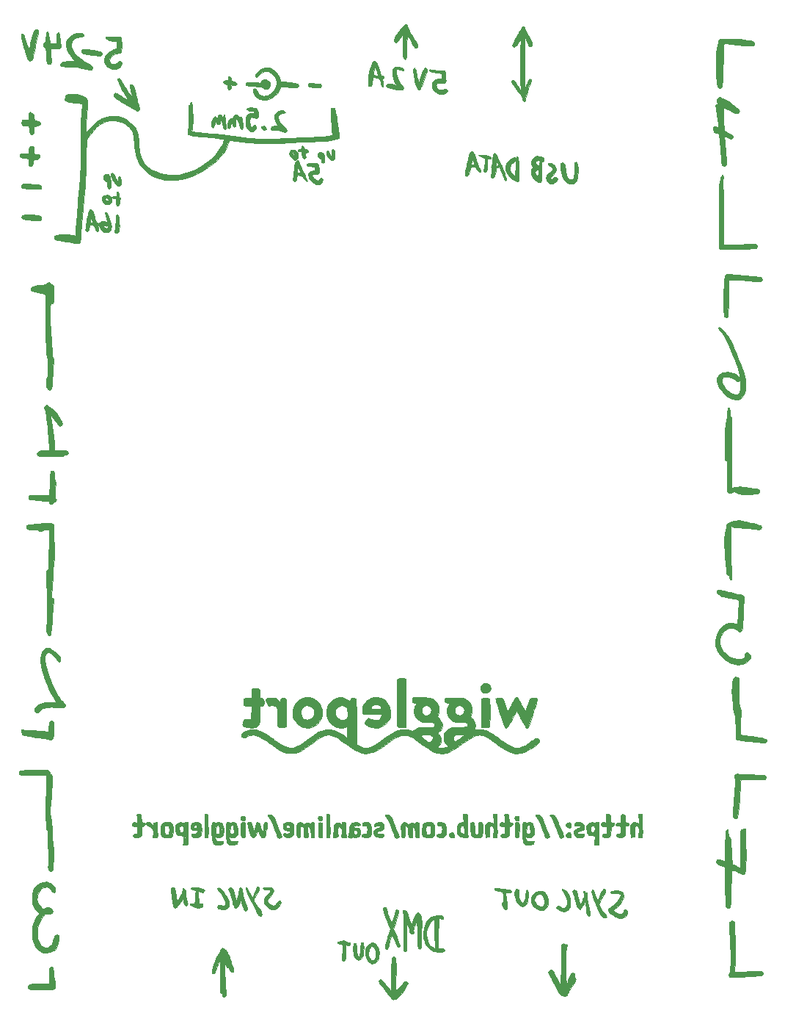
<source format=gbo>
G04 #@! TF.FileFunction,Legend,Bot*
%FSLAX46Y46*%
G04 Gerber Fmt 4.6, Leading zero omitted, Abs format (unit mm)*
G04 Created by KiCad (PCBNEW 4.0.0-rc2-1-stable) date Wednesday, December 30, 2015 'PMt' 10:58:44 PM*
%MOMM*%
G01*
G04 APERTURE LIST*
%ADD10C,0.100000*%
%ADD11C,0.010000*%
%ADD12C,2.800000*%
%ADD13R,2.800000X2.800000*%
%ADD14C,3.100000*%
%ADD15C,2.200000*%
%ADD16C,1.900000*%
%ADD17C,4.900000*%
%ADD18C,1.924000*%
%ADD19C,3.100020*%
%ADD20C,3.200000*%
%ADD21C,3.000000*%
%ADD22C,3.600000*%
%ADD23C,2.020000*%
%ADD24C,2.250000*%
%ADD25C,2.127200*%
%ADD26O,2.127200X2.127200*%
%ADD27R,2.127200X2.127200*%
G04 APERTURE END LIST*
D10*
D11*
G36*
X141839200Y-152483234D02*
X141758852Y-152625838D01*
X141755458Y-152633878D01*
X141732485Y-152729006D01*
X141709754Y-152896816D01*
X141687866Y-153125326D01*
X141667423Y-153402553D01*
X141649027Y-153716514D01*
X141633279Y-154055226D01*
X141620782Y-154406706D01*
X141612137Y-154758971D01*
X141607945Y-155100037D01*
X141608809Y-155417923D01*
X141610429Y-155522083D01*
X141614284Y-155774093D01*
X141615656Y-155994235D01*
X141614630Y-156169638D01*
X141611292Y-156287431D01*
X141605726Y-156334741D01*
X141605051Y-156335100D01*
X141570176Y-156302402D01*
X141490518Y-156212116D01*
X141373552Y-156073269D01*
X141226753Y-155894889D01*
X141057596Y-155686005D01*
X140873555Y-155455642D01*
X140800532Y-155363416D01*
X140667756Y-155200647D01*
X140569955Y-155098182D01*
X140493635Y-155046904D01*
X140425302Y-155037696D01*
X140352713Y-155060871D01*
X140252417Y-155145104D01*
X140221903Y-155265659D01*
X140263092Y-155408227D01*
X140298348Y-155465774D01*
X140410628Y-155622185D01*
X140547953Y-155808654D01*
X140702061Y-156014478D01*
X140864692Y-156228957D01*
X141027586Y-156441386D01*
X141182483Y-156641063D01*
X141321121Y-156817286D01*
X141435241Y-156959353D01*
X141516582Y-157056560D01*
X141556884Y-157098206D01*
X141558912Y-157099000D01*
X141602200Y-157132167D01*
X141664131Y-157214929D01*
X141684057Y-157247167D01*
X141770467Y-157351418D01*
X141877522Y-157392198D01*
X142018320Y-157370618D01*
X142199870Y-157290976D01*
X142393471Y-157159369D01*
X142606788Y-156960270D01*
X142829565Y-156705370D01*
X143051544Y-156406363D01*
X143253841Y-156089567D01*
X143363060Y-155899200D01*
X143454348Y-155729035D01*
X143519625Y-155594984D01*
X143550807Y-155512957D01*
X143552333Y-155501967D01*
X143514507Y-155395303D01*
X143419005Y-155313347D01*
X143292793Y-155278747D01*
X143286450Y-155278667D01*
X143204272Y-155298353D01*
X143122829Y-155367431D01*
X143037875Y-155479750D01*
X142966535Y-155571584D01*
X142859161Y-155695016D01*
X142729022Y-155836435D01*
X142589391Y-155982228D01*
X142453539Y-156118785D01*
X142334737Y-156232493D01*
X142246255Y-156309741D01*
X142202102Y-156336963D01*
X142193052Y-156296850D01*
X142186335Y-156185412D01*
X142181872Y-156015954D01*
X142179581Y-155801785D01*
X142179382Y-155556210D01*
X142181195Y-155292536D01*
X142184939Y-155024071D01*
X142190534Y-154764120D01*
X142197900Y-154525990D01*
X142206956Y-154322989D01*
X142215017Y-154199167D01*
X142222771Y-154020217D01*
X142223065Y-153794456D01*
X142216904Y-153541288D01*
X142205297Y-153280118D01*
X142189251Y-153030350D01*
X142169773Y-152811390D01*
X142147871Y-152642641D01*
X142129858Y-152558705D01*
X142075814Y-152479245D01*
X142022760Y-152439351D01*
X141925770Y-152422090D01*
X141839200Y-152483234D01*
X141839200Y-152483234D01*
G37*
X141839200Y-152483234D02*
X141758852Y-152625838D01*
X141755458Y-152633878D01*
X141732485Y-152729006D01*
X141709754Y-152896816D01*
X141687866Y-153125326D01*
X141667423Y-153402553D01*
X141649027Y-153716514D01*
X141633279Y-154055226D01*
X141620782Y-154406706D01*
X141612137Y-154758971D01*
X141607945Y-155100037D01*
X141608809Y-155417923D01*
X141610429Y-155522083D01*
X141614284Y-155774093D01*
X141615656Y-155994235D01*
X141614630Y-156169638D01*
X141611292Y-156287431D01*
X141605726Y-156334741D01*
X141605051Y-156335100D01*
X141570176Y-156302402D01*
X141490518Y-156212116D01*
X141373552Y-156073269D01*
X141226753Y-155894889D01*
X141057596Y-155686005D01*
X140873555Y-155455642D01*
X140800532Y-155363416D01*
X140667756Y-155200647D01*
X140569955Y-155098182D01*
X140493635Y-155046904D01*
X140425302Y-155037696D01*
X140352713Y-155060871D01*
X140252417Y-155145104D01*
X140221903Y-155265659D01*
X140263092Y-155408227D01*
X140298348Y-155465774D01*
X140410628Y-155622185D01*
X140547953Y-155808654D01*
X140702061Y-156014478D01*
X140864692Y-156228957D01*
X141027586Y-156441386D01*
X141182483Y-156641063D01*
X141321121Y-156817286D01*
X141435241Y-156959353D01*
X141516582Y-157056560D01*
X141556884Y-157098206D01*
X141558912Y-157099000D01*
X141602200Y-157132167D01*
X141664131Y-157214929D01*
X141684057Y-157247167D01*
X141770467Y-157351418D01*
X141877522Y-157392198D01*
X142018320Y-157370618D01*
X142199870Y-157290976D01*
X142393471Y-157159369D01*
X142606788Y-156960270D01*
X142829565Y-156705370D01*
X143051544Y-156406363D01*
X143253841Y-156089567D01*
X143363060Y-155899200D01*
X143454348Y-155729035D01*
X143519625Y-155594984D01*
X143550807Y-155512957D01*
X143552333Y-155501967D01*
X143514507Y-155395303D01*
X143419005Y-155313347D01*
X143292793Y-155278747D01*
X143286450Y-155278667D01*
X143204272Y-155298353D01*
X143122829Y-155367431D01*
X143037875Y-155479750D01*
X142966535Y-155571584D01*
X142859161Y-155695016D01*
X142729022Y-155836435D01*
X142589391Y-155982228D01*
X142453539Y-156118785D01*
X142334737Y-156232493D01*
X142246255Y-156309741D01*
X142202102Y-156336963D01*
X142193052Y-156296850D01*
X142186335Y-156185412D01*
X142181872Y-156015954D01*
X142179581Y-155801785D01*
X142179382Y-155556210D01*
X142181195Y-155292536D01*
X142184939Y-155024071D01*
X142190534Y-154764120D01*
X142197900Y-154525990D01*
X142206956Y-154322989D01*
X142215017Y-154199167D01*
X142222771Y-154020217D01*
X142223065Y-153794456D01*
X142216904Y-153541288D01*
X142205297Y-153280118D01*
X142189251Y-153030350D01*
X142169773Y-152811390D01*
X142147871Y-152642641D01*
X142129858Y-152558705D01*
X142075814Y-152479245D01*
X142022760Y-152439351D01*
X141925770Y-152422090D01*
X141839200Y-152483234D01*
G36*
X122140651Y-151445046D02*
X122069076Y-151499934D01*
X121994064Y-151601282D01*
X121937428Y-151714736D01*
X121920000Y-151792553D01*
X121897567Y-151862570D01*
X121840479Y-151970077D01*
X121800851Y-152032539D01*
X121532982Y-152486968D01*
X121302712Y-153000834D01*
X121106327Y-153582802D01*
X121049817Y-153785647D01*
X120994632Y-154011678D01*
X120970510Y-154169515D01*
X120979192Y-154270389D01*
X121022416Y-154325532D01*
X121101924Y-154346177D01*
X121136833Y-154347333D01*
X121199102Y-154339980D01*
X121251236Y-154310001D01*
X121300280Y-154245520D01*
X121353275Y-154134658D01*
X121417263Y-153965538D01*
X121491746Y-153748727D01*
X121570142Y-153528762D01*
X121655751Y-153309690D01*
X121736886Y-153120439D01*
X121788641Y-153013833D01*
X121923781Y-152759833D01*
X121900724Y-154650788D01*
X121896499Y-155044694D01*
X121893653Y-155413776D01*
X121892174Y-155749151D01*
X121892049Y-156041934D01*
X121893267Y-156283244D01*
X121895816Y-156464196D01*
X121899684Y-156575907D01*
X121903363Y-156608705D01*
X121961228Y-156661136D01*
X122028444Y-156675667D01*
X122100390Y-156692756D01*
X122140411Y-156759207D01*
X122155841Y-156824980D01*
X122210945Y-156962372D01*
X122302285Y-157039628D01*
X122411810Y-157049595D01*
X122521470Y-156985120D01*
X122531986Y-156974041D01*
X122561883Y-156934202D01*
X122580392Y-156883553D01*
X122588148Y-156806708D01*
X122585788Y-156688280D01*
X122573950Y-156512883D01*
X122558702Y-156328458D01*
X122537886Y-156051980D01*
X122517014Y-155715928D01*
X122496857Y-155338903D01*
X122478187Y-154939510D01*
X122461775Y-154536352D01*
X122448394Y-154148033D01*
X122438815Y-153793155D01*
X122433809Y-153490323D01*
X122433507Y-153310167D01*
X122437264Y-152844500D01*
X122534293Y-153241590D01*
X122588964Y-153448128D01*
X122638468Y-153584764D01*
X122691398Y-153665138D01*
X122756346Y-153702889D01*
X122830460Y-153711685D01*
X122892852Y-153736527D01*
X122951195Y-153819440D01*
X123001058Y-153934009D01*
X123089471Y-154103884D01*
X123191268Y-154197831D01*
X123301016Y-154212860D01*
X123403360Y-154155301D01*
X123447207Y-154102798D01*
X123468681Y-154035959D01*
X123465564Y-153943375D01*
X123435644Y-153813636D01*
X123376703Y-153635335D01*
X123286529Y-153397063D01*
X123226957Y-153246667D01*
X123143336Y-153029056D01*
X123068583Y-152819059D01*
X123010458Y-152639516D01*
X122976722Y-152513271D01*
X122975248Y-152505833D01*
X122941871Y-152375298D01*
X122901644Y-152278810D01*
X122880856Y-152251833D01*
X122835968Y-152189817D01*
X122780472Y-152077505D01*
X122748371Y-151997833D01*
X122683352Y-151835793D01*
X122627603Y-151739480D01*
X122567984Y-151692975D01*
X122491355Y-151680360D01*
X122486316Y-151680333D01*
X122405720Y-151658019D01*
X122385666Y-151597156D01*
X122349066Y-151511087D01*
X122261779Y-151451948D01*
X122157573Y-151440701D01*
X122140651Y-151445046D01*
X122140651Y-151445046D01*
G37*
X122140651Y-151445046D02*
X122069076Y-151499934D01*
X121994064Y-151601282D01*
X121937428Y-151714736D01*
X121920000Y-151792553D01*
X121897567Y-151862570D01*
X121840479Y-151970077D01*
X121800851Y-152032539D01*
X121532982Y-152486968D01*
X121302712Y-153000834D01*
X121106327Y-153582802D01*
X121049817Y-153785647D01*
X120994632Y-154011678D01*
X120970510Y-154169515D01*
X120979192Y-154270389D01*
X121022416Y-154325532D01*
X121101924Y-154346177D01*
X121136833Y-154347333D01*
X121199102Y-154339980D01*
X121251236Y-154310001D01*
X121300280Y-154245520D01*
X121353275Y-154134658D01*
X121417263Y-153965538D01*
X121491746Y-153748727D01*
X121570142Y-153528762D01*
X121655751Y-153309690D01*
X121736886Y-153120439D01*
X121788641Y-153013833D01*
X121923781Y-152759833D01*
X121900724Y-154650788D01*
X121896499Y-155044694D01*
X121893653Y-155413776D01*
X121892174Y-155749151D01*
X121892049Y-156041934D01*
X121893267Y-156283244D01*
X121895816Y-156464196D01*
X121899684Y-156575907D01*
X121903363Y-156608705D01*
X121961228Y-156661136D01*
X122028444Y-156675667D01*
X122100390Y-156692756D01*
X122140411Y-156759207D01*
X122155841Y-156824980D01*
X122210945Y-156962372D01*
X122302285Y-157039628D01*
X122411810Y-157049595D01*
X122521470Y-156985120D01*
X122531986Y-156974041D01*
X122561883Y-156934202D01*
X122580392Y-156883553D01*
X122588148Y-156806708D01*
X122585788Y-156688280D01*
X122573950Y-156512883D01*
X122558702Y-156328458D01*
X122537886Y-156051980D01*
X122517014Y-155715928D01*
X122496857Y-155338903D01*
X122478187Y-154939510D01*
X122461775Y-154536352D01*
X122448394Y-154148033D01*
X122438815Y-153793155D01*
X122433809Y-153490323D01*
X122433507Y-153310167D01*
X122437264Y-152844500D01*
X122534293Y-153241590D01*
X122588964Y-153448128D01*
X122638468Y-153584764D01*
X122691398Y-153665138D01*
X122756346Y-153702889D01*
X122830460Y-153711685D01*
X122892852Y-153736527D01*
X122951195Y-153819440D01*
X123001058Y-153934009D01*
X123089471Y-154103884D01*
X123191268Y-154197831D01*
X123301016Y-154212860D01*
X123403360Y-154155301D01*
X123447207Y-154102798D01*
X123468681Y-154035959D01*
X123465564Y-153943375D01*
X123435644Y-153813636D01*
X123376703Y-153635335D01*
X123286529Y-153397063D01*
X123226957Y-153246667D01*
X123143336Y-153029056D01*
X123068583Y-152819059D01*
X123010458Y-152639516D01*
X122976722Y-152513271D01*
X122975248Y-152505833D01*
X122941871Y-152375298D01*
X122901644Y-152278810D01*
X122880856Y-152251833D01*
X122835968Y-152189817D01*
X122780472Y-152077505D01*
X122748371Y-151997833D01*
X122683352Y-151835793D01*
X122627603Y-151739480D01*
X122567984Y-151692975D01*
X122491355Y-151680360D01*
X122486316Y-151680333D01*
X122405720Y-151658019D01*
X122385666Y-151597156D01*
X122349066Y-151511087D01*
X122261779Y-151451948D01*
X122157573Y-151440701D01*
X122140651Y-151445046D01*
G36*
X161432221Y-150967147D02*
X161311166Y-151025026D01*
X161284882Y-151659596D01*
X161278152Y-151862970D01*
X161271702Y-152134473D01*
X161265788Y-152457568D01*
X161260665Y-152815719D01*
X161256587Y-153192387D01*
X161253810Y-153571036D01*
X161253132Y-153716529D01*
X161250971Y-154072395D01*
X161247402Y-154415905D01*
X161242669Y-154734056D01*
X161237020Y-155013845D01*
X161230699Y-155242269D01*
X161223953Y-155406322D01*
X161220075Y-155465305D01*
X161192483Y-155791717D01*
X160845056Y-155115950D01*
X160670345Y-154778790D01*
X160527440Y-154510373D01*
X160411292Y-154303216D01*
X160316855Y-154149837D01*
X160239082Y-154042751D01*
X160172927Y-153974476D01*
X160113342Y-153937530D01*
X160055281Y-153924428D01*
X160041166Y-153924000D01*
X159950423Y-153954448D01*
X159854319Y-154027340D01*
X159783720Y-154114993D01*
X159766000Y-154170796D01*
X159785522Y-154231356D01*
X159840300Y-154355177D01*
X159924656Y-154531404D01*
X160032908Y-154749188D01*
X160159375Y-154997674D01*
X160298379Y-155266012D01*
X160444238Y-155543348D01*
X160591272Y-155818832D01*
X160733801Y-156081609D01*
X160866145Y-156320829D01*
X160982623Y-156525639D01*
X161077555Y-156685187D01*
X161104804Y-156728583D01*
X161185228Y-156833656D01*
X161265826Y-156880079D01*
X161343517Y-156888680D01*
X161467379Y-156908761D01*
X161562674Y-156952180D01*
X161690598Y-157008331D01*
X161815116Y-156995030D01*
X161889807Y-156940250D01*
X161936168Y-156867105D01*
X162002213Y-156740555D01*
X162075160Y-156585388D01*
X162089573Y-156552828D01*
X162168603Y-156391423D01*
X162280701Y-156187345D01*
X162410586Y-155967424D01*
X162535614Y-155769661D01*
X162694656Y-155526332D01*
X162810667Y-155342389D01*
X162887669Y-155206832D01*
X162929686Y-155108662D01*
X162940741Y-155036877D01*
X162924858Y-154980479D01*
X162886059Y-154928467D01*
X162855026Y-154896359D01*
X162802271Y-154831385D01*
X162790912Y-154762688D01*
X162815878Y-154654175D01*
X162819358Y-154642475D01*
X162847066Y-154527248D01*
X162838773Y-154454228D01*
X162792938Y-154389782D01*
X162694252Y-154327785D01*
X162574068Y-154312984D01*
X162458852Y-154339904D01*
X162375068Y-154403069D01*
X162348333Y-154481774D01*
X162333292Y-154543505D01*
X162292819Y-154661125D01*
X162233886Y-154817584D01*
X162163467Y-154995831D01*
X162088536Y-155178815D01*
X162016064Y-155349485D01*
X161953026Y-155490792D01*
X161906395Y-155585683D01*
X161883922Y-155617333D01*
X161868104Y-155576453D01*
X161853424Y-155459616D01*
X161840122Y-155275526D01*
X161828440Y-155032890D01*
X161818616Y-154740410D01*
X161810893Y-154406794D01*
X161805509Y-154040744D01*
X161802706Y-153650966D01*
X161802723Y-153246165D01*
X161805801Y-152835047D01*
X161806187Y-152802167D01*
X161811188Y-152430973D01*
X161816719Y-152133882D01*
X161823453Y-151900326D01*
X161832062Y-151719742D01*
X161843219Y-151581563D01*
X161857598Y-151475226D01*
X161875871Y-151390165D01*
X161898712Y-151315814D01*
X161901338Y-151308378D01*
X161945579Y-151166041D01*
X161953519Y-151079980D01*
X161931928Y-151035328D01*
X161873098Y-151008650D01*
X161834737Y-151033996D01*
X161779585Y-151053773D01*
X161696120Y-151014143D01*
X161670041Y-150995597D01*
X161580631Y-150940100D01*
X161507619Y-150936785D01*
X161432221Y-150967147D01*
X161432221Y-150967147D01*
G37*
X161432221Y-150967147D02*
X161311166Y-151025026D01*
X161284882Y-151659596D01*
X161278152Y-151862970D01*
X161271702Y-152134473D01*
X161265788Y-152457568D01*
X161260665Y-152815719D01*
X161256587Y-153192387D01*
X161253810Y-153571036D01*
X161253132Y-153716529D01*
X161250971Y-154072395D01*
X161247402Y-154415905D01*
X161242669Y-154734056D01*
X161237020Y-155013845D01*
X161230699Y-155242269D01*
X161223953Y-155406322D01*
X161220075Y-155465305D01*
X161192483Y-155791717D01*
X160845056Y-155115950D01*
X160670345Y-154778790D01*
X160527440Y-154510373D01*
X160411292Y-154303216D01*
X160316855Y-154149837D01*
X160239082Y-154042751D01*
X160172927Y-153974476D01*
X160113342Y-153937530D01*
X160055281Y-153924428D01*
X160041166Y-153924000D01*
X159950423Y-153954448D01*
X159854319Y-154027340D01*
X159783720Y-154114993D01*
X159766000Y-154170796D01*
X159785522Y-154231356D01*
X159840300Y-154355177D01*
X159924656Y-154531404D01*
X160032908Y-154749188D01*
X160159375Y-154997674D01*
X160298379Y-155266012D01*
X160444238Y-155543348D01*
X160591272Y-155818832D01*
X160733801Y-156081609D01*
X160866145Y-156320829D01*
X160982623Y-156525639D01*
X161077555Y-156685187D01*
X161104804Y-156728583D01*
X161185228Y-156833656D01*
X161265826Y-156880079D01*
X161343517Y-156888680D01*
X161467379Y-156908761D01*
X161562674Y-156952180D01*
X161690598Y-157008331D01*
X161815116Y-156995030D01*
X161889807Y-156940250D01*
X161936168Y-156867105D01*
X162002213Y-156740555D01*
X162075160Y-156585388D01*
X162089573Y-156552828D01*
X162168603Y-156391423D01*
X162280701Y-156187345D01*
X162410586Y-155967424D01*
X162535614Y-155769661D01*
X162694656Y-155526332D01*
X162810667Y-155342389D01*
X162887669Y-155206832D01*
X162929686Y-155108662D01*
X162940741Y-155036877D01*
X162924858Y-154980479D01*
X162886059Y-154928467D01*
X162855026Y-154896359D01*
X162802271Y-154831385D01*
X162790912Y-154762688D01*
X162815878Y-154654175D01*
X162819358Y-154642475D01*
X162847066Y-154527248D01*
X162838773Y-154454228D01*
X162792938Y-154389782D01*
X162694252Y-154327785D01*
X162574068Y-154312984D01*
X162458852Y-154339904D01*
X162375068Y-154403069D01*
X162348333Y-154481774D01*
X162333292Y-154543505D01*
X162292819Y-154661125D01*
X162233886Y-154817584D01*
X162163467Y-154995831D01*
X162088536Y-155178815D01*
X162016064Y-155349485D01*
X161953026Y-155490792D01*
X161906395Y-155585683D01*
X161883922Y-155617333D01*
X161868104Y-155576453D01*
X161853424Y-155459616D01*
X161840122Y-155275526D01*
X161828440Y-155032890D01*
X161818616Y-154740410D01*
X161810893Y-154406794D01*
X161805509Y-154040744D01*
X161802706Y-153650966D01*
X161802723Y-153246165D01*
X161805801Y-152835047D01*
X161806187Y-152802167D01*
X161811188Y-152430973D01*
X161816719Y-152133882D01*
X161823453Y-151900326D01*
X161832062Y-151719742D01*
X161843219Y-151581563D01*
X161857598Y-151475226D01*
X161875871Y-151390165D01*
X161898712Y-151315814D01*
X161901338Y-151308378D01*
X161945579Y-151166041D01*
X161953519Y-151079980D01*
X161931928Y-151035328D01*
X161873098Y-151008650D01*
X161834737Y-151033996D01*
X161779585Y-151053773D01*
X161696120Y-151014143D01*
X161670041Y-150995597D01*
X161580631Y-150940100D01*
X161507619Y-150936785D01*
X161432221Y-150967147D01*
G36*
X102407957Y-153636109D02*
X102256166Y-153648833D01*
X102229675Y-153945167D01*
X102219641Y-154097660D01*
X102210552Y-154309691D01*
X102203263Y-154556131D01*
X102198624Y-154811851D01*
X102197925Y-154880698D01*
X102192666Y-155519897D01*
X101779916Y-155547229D01*
X101578345Y-155557518D01*
X101322899Y-155566073D01*
X101044366Y-155572079D01*
X100773533Y-155574725D01*
X100737163Y-155574781D01*
X100488787Y-155575881D01*
X100308944Y-155580259D01*
X100181512Y-155589836D01*
X100090370Y-155606529D01*
X100019395Y-155632260D01*
X99953997Y-155668015D01*
X99830342Y-155750363D01*
X99765209Y-155820577D01*
X99740666Y-155902898D01*
X99737981Y-155960022D01*
X99739552Y-156024787D01*
X99750468Y-156077274D01*
X99778771Y-156118773D01*
X99832504Y-156150575D01*
X99919710Y-156173969D01*
X100048430Y-156190245D01*
X100226707Y-156200694D01*
X100462584Y-156206606D01*
X100764103Y-156209270D01*
X101139306Y-156209976D01*
X101296417Y-156210000D01*
X101678816Y-156209803D01*
X101985559Y-156208869D01*
X102225654Y-156206688D01*
X102408111Y-156202745D01*
X102541941Y-156196530D01*
X102636151Y-156187529D01*
X102699752Y-156175231D01*
X102741754Y-156159123D01*
X102771165Y-156138692D01*
X102785333Y-156125333D01*
X102825285Y-156074597D01*
X102850370Y-156006598D01*
X102863795Y-155902288D01*
X102868768Y-155742618D01*
X102869070Y-155627917D01*
X102862898Y-155392572D01*
X102843689Y-155219753D01*
X102808557Y-155087929D01*
X102790911Y-155045163D01*
X102751583Y-154926672D01*
X102720914Y-154757780D01*
X102697085Y-154526039D01*
X102682669Y-154304644D01*
X102667942Y-154089933D01*
X102649445Y-153903527D01*
X102629327Y-153762909D01*
X102609737Y-153685560D01*
X102605701Y-153678757D01*
X102531611Y-153643055D01*
X102412512Y-153635750D01*
X102407957Y-153636109D01*
X102407957Y-153636109D01*
G37*
X102407957Y-153636109D02*
X102256166Y-153648833D01*
X102229675Y-153945167D01*
X102219641Y-154097660D01*
X102210552Y-154309691D01*
X102203263Y-154556131D01*
X102198624Y-154811851D01*
X102197925Y-154880698D01*
X102192666Y-155519897D01*
X101779916Y-155547229D01*
X101578345Y-155557518D01*
X101322899Y-155566073D01*
X101044366Y-155572079D01*
X100773533Y-155574725D01*
X100737163Y-155574781D01*
X100488787Y-155575881D01*
X100308944Y-155580259D01*
X100181512Y-155589836D01*
X100090370Y-155606529D01*
X100019395Y-155632260D01*
X99953997Y-155668015D01*
X99830342Y-155750363D01*
X99765209Y-155820577D01*
X99740666Y-155902898D01*
X99737981Y-155960022D01*
X99739552Y-156024787D01*
X99750468Y-156077274D01*
X99778771Y-156118773D01*
X99832504Y-156150575D01*
X99919710Y-156173969D01*
X100048430Y-156190245D01*
X100226707Y-156200694D01*
X100462584Y-156206606D01*
X100764103Y-156209270D01*
X101139306Y-156209976D01*
X101296417Y-156210000D01*
X101678816Y-156209803D01*
X101985559Y-156208869D01*
X102225654Y-156206688D01*
X102408111Y-156202745D01*
X102541941Y-156196530D01*
X102636151Y-156187529D01*
X102699752Y-156175231D01*
X102741754Y-156159123D01*
X102771165Y-156138692D01*
X102785333Y-156125333D01*
X102825285Y-156074597D01*
X102850370Y-156006598D01*
X102863795Y-155902288D01*
X102868768Y-155742618D01*
X102869070Y-155627917D01*
X102862898Y-155392572D01*
X102843689Y-155219753D01*
X102808557Y-155087929D01*
X102790911Y-155045163D01*
X102751583Y-154926672D01*
X102720914Y-154757780D01*
X102697085Y-154526039D01*
X102682669Y-154304644D01*
X102667942Y-154089933D01*
X102649445Y-153903527D01*
X102629327Y-153762909D01*
X102609737Y-153685560D01*
X102605701Y-153678757D01*
X102531611Y-153643055D01*
X102412512Y-153635750D01*
X102407957Y-153636109D01*
G36*
X180830694Y-148324204D02*
X180732664Y-148406885D01*
X180712201Y-148444239D01*
X180701444Y-148513456D01*
X180695166Y-148656357D01*
X180693047Y-148862095D01*
X180694765Y-149119823D01*
X180700001Y-149418694D01*
X180708433Y-149747861D01*
X180719741Y-150096477D01*
X180733603Y-150453696D01*
X180749699Y-150808670D01*
X180767708Y-151150552D01*
X180787309Y-151468497D01*
X180808182Y-151751656D01*
X180811041Y-151786167D01*
X180828757Y-152078073D01*
X180836422Y-152397785D01*
X180834846Y-152732218D01*
X180824840Y-153068286D01*
X180807212Y-153392904D01*
X180782773Y-153692988D01*
X180752333Y-153955452D01*
X180716700Y-154167211D01*
X180676686Y-154315181D01*
X180651300Y-154367336D01*
X180598010Y-154509384D01*
X180622650Y-154649758D01*
X180678666Y-154728333D01*
X180713284Y-154756898D01*
X180759303Y-154778796D01*
X180825892Y-154794254D01*
X180922221Y-154803500D01*
X181057460Y-154806760D01*
X181240778Y-154804261D01*
X181481344Y-154796230D01*
X181788328Y-154782894D01*
X182160333Y-154765001D01*
X182702997Y-154737197D01*
X183176506Y-154710699D01*
X183578309Y-154685689D01*
X183905857Y-154662350D01*
X184156600Y-154640865D01*
X184327988Y-154621416D01*
X184417471Y-154604187D01*
X184420584Y-154603075D01*
X184516649Y-154527321D01*
X184555358Y-154411165D01*
X184531356Y-154281022D01*
X184497563Y-154223439D01*
X184445297Y-154165485D01*
X184380141Y-154130924D01*
X184278398Y-154112319D01*
X184116369Y-154102233D01*
X184110619Y-154101996D01*
X183975712Y-154100916D01*
X183774139Y-154105063D01*
X183523699Y-154113792D01*
X183242187Y-154126453D01*
X182947401Y-154142399D01*
X182866155Y-154147288D01*
X182568033Y-154163908D01*
X182275632Y-154177062D01*
X182007462Y-154186153D01*
X181782035Y-154190581D01*
X181617858Y-154189748D01*
X181588187Y-154188630D01*
X181248875Y-154172177D01*
X181299474Y-153741172D01*
X181333023Y-153384976D01*
X181358725Y-152967560D01*
X181376116Y-152512048D01*
X181384734Y-152041565D01*
X181384116Y-151579234D01*
X181373796Y-151148180D01*
X181357730Y-150833667D01*
X181339142Y-150528741D01*
X181320481Y-150173741D01*
X181303393Y-149803243D01*
X181289518Y-149451820D01*
X181283809Y-149277741D01*
X181259592Y-148462649D01*
X181115988Y-148373897D01*
X180962682Y-148312474D01*
X180830694Y-148324204D01*
X180830694Y-148324204D01*
G37*
X180830694Y-148324204D02*
X180732664Y-148406885D01*
X180712201Y-148444239D01*
X180701444Y-148513456D01*
X180695166Y-148656357D01*
X180693047Y-148862095D01*
X180694765Y-149119823D01*
X180700001Y-149418694D01*
X180708433Y-149747861D01*
X180719741Y-150096477D01*
X180733603Y-150453696D01*
X180749699Y-150808670D01*
X180767708Y-151150552D01*
X180787309Y-151468497D01*
X180808182Y-151751656D01*
X180811041Y-151786167D01*
X180828757Y-152078073D01*
X180836422Y-152397785D01*
X180834846Y-152732218D01*
X180824840Y-153068286D01*
X180807212Y-153392904D01*
X180782773Y-153692988D01*
X180752333Y-153955452D01*
X180716700Y-154167211D01*
X180676686Y-154315181D01*
X180651300Y-154367336D01*
X180598010Y-154509384D01*
X180622650Y-154649758D01*
X180678666Y-154728333D01*
X180713284Y-154756898D01*
X180759303Y-154778796D01*
X180825892Y-154794254D01*
X180922221Y-154803500D01*
X181057460Y-154806760D01*
X181240778Y-154804261D01*
X181481344Y-154796230D01*
X181788328Y-154782894D01*
X182160333Y-154765001D01*
X182702997Y-154737197D01*
X183176506Y-154710699D01*
X183578309Y-154685689D01*
X183905857Y-154662350D01*
X184156600Y-154640865D01*
X184327988Y-154621416D01*
X184417471Y-154604187D01*
X184420584Y-154603075D01*
X184516649Y-154527321D01*
X184555358Y-154411165D01*
X184531356Y-154281022D01*
X184497563Y-154223439D01*
X184445297Y-154165485D01*
X184380141Y-154130924D01*
X184278398Y-154112319D01*
X184116369Y-154102233D01*
X184110619Y-154101996D01*
X183975712Y-154100916D01*
X183774139Y-154105063D01*
X183523699Y-154113792D01*
X183242187Y-154126453D01*
X182947401Y-154142399D01*
X182866155Y-154147288D01*
X182568033Y-154163908D01*
X182275632Y-154177062D01*
X182007462Y-154186153D01*
X181782035Y-154190581D01*
X181617858Y-154189748D01*
X181588187Y-154188630D01*
X181248875Y-154172177D01*
X181299474Y-153741172D01*
X181333023Y-153384976D01*
X181358725Y-152967560D01*
X181376116Y-152512048D01*
X181384734Y-152041565D01*
X181384116Y-151579234D01*
X181373796Y-151148180D01*
X181357730Y-150833667D01*
X181339142Y-150528741D01*
X181320481Y-150173741D01*
X181303393Y-149803243D01*
X181289518Y-149451820D01*
X181283809Y-149277741D01*
X181259592Y-148462649D01*
X181115988Y-148373897D01*
X180962682Y-148312474D01*
X180830694Y-148324204D01*
G36*
X139261138Y-150867102D02*
X139144875Y-150937641D01*
X139122538Y-150953736D01*
X138939819Y-151135814D01*
X138802991Y-151371464D01*
X138712794Y-151643973D01*
X138669965Y-151936629D01*
X138675245Y-152232721D01*
X138729372Y-152515536D01*
X138833086Y-152768362D01*
X138987124Y-152974487D01*
X139031394Y-153014923D01*
X139244765Y-153162736D01*
X139442894Y-153230824D01*
X139632852Y-153221136D01*
X139700000Y-153199222D01*
X139893877Y-153078202D01*
X140054449Y-152888553D01*
X140173966Y-152642363D01*
X140244680Y-152351720D01*
X140245070Y-152348950D01*
X140259855Y-152004865D01*
X139901201Y-152004865D01*
X139890347Y-152251501D01*
X139842647Y-152485598D01*
X139762671Y-152682411D01*
X139681690Y-152793262D01*
X139591344Y-152854395D01*
X139487719Y-152854433D01*
X139363318Y-152803193D01*
X139263532Y-152726625D01*
X139165114Y-152613650D01*
X139143170Y-152580943D01*
X139090330Y-152480830D01*
X139059997Y-152373938D01*
X139046616Y-152232232D01*
X139044368Y-152082301D01*
X139050044Y-151887362D01*
X139071274Y-151740663D01*
X139115459Y-151606171D01*
X139163884Y-151500246D01*
X139264040Y-151326817D01*
X139359811Y-151235016D01*
X139459620Y-151222782D01*
X139571891Y-151288051D01*
X139661978Y-151378266D01*
X139809994Y-151601065D01*
X139870637Y-151770434D01*
X139901201Y-152004865D01*
X140259855Y-152004865D01*
X140260365Y-151992996D01*
X140203092Y-151637488D01*
X140097803Y-151327596D01*
X139991274Y-151112498D01*
X139871892Y-150969022D01*
X139723971Y-150884169D01*
X139531826Y-150844942D01*
X139513379Y-150843329D01*
X139368794Y-150839952D01*
X139261138Y-150867102D01*
X139261138Y-150867102D01*
G37*
X139261138Y-150867102D02*
X139144875Y-150937641D01*
X139122538Y-150953736D01*
X138939819Y-151135814D01*
X138802991Y-151371464D01*
X138712794Y-151643973D01*
X138669965Y-151936629D01*
X138675245Y-152232721D01*
X138729372Y-152515536D01*
X138833086Y-152768362D01*
X138987124Y-152974487D01*
X139031394Y-153014923D01*
X139244765Y-153162736D01*
X139442894Y-153230824D01*
X139632852Y-153221136D01*
X139700000Y-153199222D01*
X139893877Y-153078202D01*
X140054449Y-152888553D01*
X140173966Y-152642363D01*
X140244680Y-152351720D01*
X140245070Y-152348950D01*
X140259855Y-152004865D01*
X139901201Y-152004865D01*
X139890347Y-152251501D01*
X139842647Y-152485598D01*
X139762671Y-152682411D01*
X139681690Y-152793262D01*
X139591344Y-152854395D01*
X139487719Y-152854433D01*
X139363318Y-152803193D01*
X139263532Y-152726625D01*
X139165114Y-152613650D01*
X139143170Y-152580943D01*
X139090330Y-152480830D01*
X139059997Y-152373938D01*
X139046616Y-152232232D01*
X139044368Y-152082301D01*
X139050044Y-151887362D01*
X139071274Y-151740663D01*
X139115459Y-151606171D01*
X139163884Y-151500246D01*
X139264040Y-151326817D01*
X139359811Y-151235016D01*
X139459620Y-151222782D01*
X139571891Y-151288051D01*
X139661978Y-151378266D01*
X139809994Y-151601065D01*
X139870637Y-151770434D01*
X139901201Y-152004865D01*
X140259855Y-152004865D01*
X140260365Y-151992996D01*
X140203092Y-151637488D01*
X140097803Y-151327596D01*
X139991274Y-151112498D01*
X139871892Y-150969022D01*
X139723971Y-150884169D01*
X139531826Y-150844942D01*
X139513379Y-150843329D01*
X139368794Y-150839952D01*
X139261138Y-150867102D01*
G36*
X136036050Y-150619575D02*
X135973723Y-150644258D01*
X135857196Y-150664540D01*
X135767360Y-150672491D01*
X135606299Y-150692972D01*
X135514082Y-150734608D01*
X135492410Y-150759583D01*
X135467100Y-150856939D01*
X135523141Y-150935941D01*
X135658917Y-150995113D01*
X135777687Y-151020435D01*
X136017000Y-151059037D01*
X136015990Y-151761268D01*
X136013299Y-152010581D01*
X136006523Y-152242747D01*
X135996526Y-152439037D01*
X135984168Y-152580719D01*
X135975916Y-152631997D01*
X135956985Y-152755972D01*
X135975736Y-152836299D01*
X136004654Y-152875414D01*
X136105669Y-152941190D01*
X136209047Y-152936161D01*
X136265701Y-152893217D01*
X136316968Y-152782585D01*
X136355940Y-152590259D01*
X136382374Y-152318349D01*
X136396027Y-151968966D01*
X136398000Y-151745156D01*
X136398000Y-151101867D01*
X136629406Y-151121057D01*
X136764269Y-151128945D01*
X136840638Y-151118494D01*
X136884080Y-151081479D01*
X136910797Y-151030544D01*
X136934858Y-150919908D01*
X136887702Y-150840605D01*
X136765009Y-150788137D01*
X136659122Y-150768447D01*
X136511140Y-150733964D01*
X136379281Y-150680292D01*
X136346797Y-150660538D01*
X136209508Y-150592085D01*
X136092371Y-150587447D01*
X136036050Y-150619575D01*
X136036050Y-150619575D01*
G37*
X136036050Y-150619575D02*
X135973723Y-150644258D01*
X135857196Y-150664540D01*
X135767360Y-150672491D01*
X135606299Y-150692972D01*
X135514082Y-150734608D01*
X135492410Y-150759583D01*
X135467100Y-150856939D01*
X135523141Y-150935941D01*
X135658917Y-150995113D01*
X135777687Y-151020435D01*
X136017000Y-151059037D01*
X136015990Y-151761268D01*
X136013299Y-152010581D01*
X136006523Y-152242747D01*
X135996526Y-152439037D01*
X135984168Y-152580719D01*
X135975916Y-152631997D01*
X135956985Y-152755972D01*
X135975736Y-152836299D01*
X136004654Y-152875414D01*
X136105669Y-152941190D01*
X136209047Y-152936161D01*
X136265701Y-152893217D01*
X136316968Y-152782585D01*
X136355940Y-152590259D01*
X136382374Y-152318349D01*
X136396027Y-151968966D01*
X136398000Y-151745156D01*
X136398000Y-151101867D01*
X136629406Y-151121057D01*
X136764269Y-151128945D01*
X136840638Y-151118494D01*
X136884080Y-151081479D01*
X136910797Y-151030544D01*
X136934858Y-150919908D01*
X136887702Y-150840605D01*
X136765009Y-150788137D01*
X136659122Y-150768447D01*
X136511140Y-150733964D01*
X136379281Y-150680292D01*
X136346797Y-150660538D01*
X136209508Y-150592085D01*
X136092371Y-150587447D01*
X136036050Y-150619575D01*
G36*
X138159678Y-150828609D02*
X138151461Y-150839123D01*
X138139744Y-150897767D01*
X138129179Y-151023166D01*
X138120868Y-151197408D01*
X138115911Y-151402582D01*
X138115676Y-151421207D01*
X138104486Y-151743028D01*
X138077827Y-151993663D01*
X138033373Y-152185564D01*
X137968802Y-152331185D01*
X137936938Y-152379105D01*
X137887120Y-152437639D01*
X137850676Y-152428197D01*
X137813157Y-152380789D01*
X137757029Y-152282883D01*
X137713923Y-152151739D01*
X137681371Y-151974238D01*
X137656907Y-151737259D01*
X137639512Y-151457238D01*
X137627777Y-151235007D01*
X137616572Y-151083034D01*
X137602613Y-150986996D01*
X137582618Y-150932570D01*
X137553304Y-150905434D01*
X137511386Y-150891265D01*
X137509671Y-150890833D01*
X137391621Y-150896955D01*
X137341037Y-150930820D01*
X137309217Y-151006529D01*
X137287260Y-151147646D01*
X137275082Y-151335501D01*
X137272598Y-151551420D01*
X137279721Y-151776733D01*
X137296367Y-151992768D01*
X137322451Y-152180853D01*
X137347245Y-152289234D01*
X137442646Y-152522776D01*
X137570059Y-152689498D01*
X137722747Y-152784717D01*
X137893975Y-152803753D01*
X138031424Y-152764810D01*
X138205758Y-152640455D01*
X138339622Y-152441757D01*
X138408922Y-152259494D01*
X138434553Y-152132026D01*
X138454008Y-151954748D01*
X138467128Y-151745782D01*
X138473751Y-151523250D01*
X138473715Y-151305272D01*
X138466859Y-151109973D01*
X138453022Y-150955472D01*
X138432043Y-150859891D01*
X138421533Y-150842133D01*
X138337951Y-150800216D01*
X138236435Y-150795549D01*
X138159678Y-150828609D01*
X138159678Y-150828609D01*
G37*
X138159678Y-150828609D02*
X138151461Y-150839123D01*
X138139744Y-150897767D01*
X138129179Y-151023166D01*
X138120868Y-151197408D01*
X138115911Y-151402582D01*
X138115676Y-151421207D01*
X138104486Y-151743028D01*
X138077827Y-151993663D01*
X138033373Y-152185564D01*
X137968802Y-152331185D01*
X137936938Y-152379105D01*
X137887120Y-152437639D01*
X137850676Y-152428197D01*
X137813157Y-152380789D01*
X137757029Y-152282883D01*
X137713923Y-152151739D01*
X137681371Y-151974238D01*
X137656907Y-151737259D01*
X137639512Y-151457238D01*
X137627777Y-151235007D01*
X137616572Y-151083034D01*
X137602613Y-150986996D01*
X137582618Y-150932570D01*
X137553304Y-150905434D01*
X137511386Y-150891265D01*
X137509671Y-150890833D01*
X137391621Y-150896955D01*
X137341037Y-150930820D01*
X137309217Y-151006529D01*
X137287260Y-151147646D01*
X137275082Y-151335501D01*
X137272598Y-151551420D01*
X137279721Y-151776733D01*
X137296367Y-151992768D01*
X137322451Y-152180853D01*
X137347245Y-152289234D01*
X137442646Y-152522776D01*
X137570059Y-152689498D01*
X137722747Y-152784717D01*
X137893975Y-152803753D01*
X138031424Y-152764810D01*
X138205758Y-152640455D01*
X138339622Y-152441757D01*
X138408922Y-152259494D01*
X138434553Y-152132026D01*
X138454008Y-151954748D01*
X138467128Y-151745782D01*
X138473751Y-151523250D01*
X138473715Y-151305272D01*
X138466859Y-151109973D01*
X138453022Y-150955472D01*
X138432043Y-150859891D01*
X138421533Y-150842133D01*
X138337951Y-150800216D01*
X138236435Y-150795549D01*
X138159678Y-150828609D01*
G36*
X101589926Y-143843092D02*
X101475585Y-143869163D01*
X101152283Y-143975151D01*
X100889457Y-144114150D01*
X100665572Y-144298128D01*
X100621112Y-144343999D01*
X100437588Y-144584947D01*
X100311309Y-144860025D01*
X100236841Y-145183798D01*
X100213098Y-145437755D01*
X100216359Y-145908719D01*
X100277776Y-146319889D01*
X100398429Y-146674008D01*
X100579400Y-146973820D01*
X100821769Y-147222065D01*
X100954628Y-147320000D01*
X101050090Y-147383500D01*
X100897908Y-147574000D01*
X100751830Y-147789092D01*
X100605450Y-148061803D01*
X100470974Y-148366015D01*
X100360607Y-148675609D01*
X100324191Y-148801667D01*
X100280627Y-148985061D01*
X100252100Y-149162034D01*
X100235911Y-149358949D01*
X100229361Y-149602172D01*
X100228839Y-149733000D01*
X100230882Y-149979567D01*
X100238588Y-150165141D01*
X100254883Y-150313353D01*
X100282695Y-150447834D01*
X100324953Y-150592212D01*
X100341608Y-150643167D01*
X100499205Y-151035260D01*
X100689232Y-151367074D01*
X100906660Y-151634851D01*
X101146464Y-151834833D01*
X101403617Y-151963265D01*
X101673092Y-152016388D01*
X101949864Y-151990445D01*
X102086833Y-151947651D01*
X102238750Y-151898715D01*
X102411737Y-151856197D01*
X102461340Y-151846705D01*
X102686648Y-151773991D01*
X102872364Y-151638356D01*
X103021506Y-151435588D01*
X103137090Y-151161474D01*
X103222133Y-150811802D01*
X103228612Y-150775205D01*
X103274258Y-150470705D01*
X103292803Y-150240517D01*
X103284123Y-150078699D01*
X103248094Y-149979311D01*
X103211450Y-149946156D01*
X103065099Y-149904709D01*
X102927387Y-149928959D01*
X102852533Y-149982911D01*
X102806249Y-150065323D01*
X102757702Y-150200517D01*
X102721171Y-150342802D01*
X102627278Y-150667096D01*
X102493356Y-150950919D01*
X102327566Y-151180960D01*
X102138073Y-151343906D01*
X102090492Y-151371280D01*
X101913285Y-151421558D01*
X101707632Y-151415865D01*
X101504613Y-151358438D01*
X101356167Y-151271179D01*
X101140036Y-151044420D01*
X100975681Y-150755196D01*
X100865072Y-150409509D01*
X100810179Y-150013360D01*
X100810628Y-149608651D01*
X100854611Y-149167572D01*
X100933628Y-148785933D01*
X101054763Y-148443253D01*
X101225103Y-148119049D01*
X101428097Y-147823804D01*
X101639509Y-147544442D01*
X102005557Y-147518609D01*
X102246370Y-147492762D01*
X102413249Y-147451484D01*
X102516299Y-147389646D01*
X102565626Y-147302123D01*
X102573666Y-147230309D01*
X102534617Y-147063078D01*
X102430571Y-146912362D01*
X102281179Y-146796427D01*
X102106091Y-146733542D01*
X102032610Y-146727333D01*
X101924874Y-146746492D01*
X101784111Y-146795424D01*
X101702554Y-146832701D01*
X101573551Y-146887702D01*
X101465884Y-146915742D01*
X101421856Y-146915037D01*
X101358596Y-146866682D01*
X101266872Y-146761881D01*
X101159149Y-146618302D01*
X101047895Y-146453616D01*
X100945575Y-146285489D01*
X100864656Y-146131593D01*
X100856334Y-146113500D01*
X100804145Y-145984055D01*
X100781731Y-145874665D01*
X100784642Y-145747263D01*
X100799408Y-145626667D01*
X100852385Y-145395114D01*
X100942650Y-145149833D01*
X101057750Y-144916880D01*
X101185229Y-144722312D01*
X101282200Y-144616608D01*
X101477682Y-144489830D01*
X101695802Y-144421795D01*
X101914954Y-144414827D01*
X102113532Y-144471254D01*
X102191464Y-144518723D01*
X102277964Y-144604376D01*
X102370956Y-144726900D01*
X102404269Y-144779890D01*
X102504409Y-144929225D01*
X102595659Y-145008516D01*
X102694080Y-145028624D01*
X102756970Y-145018422D01*
X102859908Y-144958490D01*
X102905518Y-144853682D01*
X102899143Y-144716048D01*
X102846130Y-144557637D01*
X102751821Y-144390500D01*
X102621561Y-144226687D01*
X102460695Y-144078248D01*
X102289971Y-143965464D01*
X102054186Y-143861350D01*
X101831451Y-143821814D01*
X101589926Y-143843092D01*
X101589926Y-143843092D01*
G37*
X101589926Y-143843092D02*
X101475585Y-143869163D01*
X101152283Y-143975151D01*
X100889457Y-144114150D01*
X100665572Y-144298128D01*
X100621112Y-144343999D01*
X100437588Y-144584947D01*
X100311309Y-144860025D01*
X100236841Y-145183798D01*
X100213098Y-145437755D01*
X100216359Y-145908719D01*
X100277776Y-146319889D01*
X100398429Y-146674008D01*
X100579400Y-146973820D01*
X100821769Y-147222065D01*
X100954628Y-147320000D01*
X101050090Y-147383500D01*
X100897908Y-147574000D01*
X100751830Y-147789092D01*
X100605450Y-148061803D01*
X100470974Y-148366015D01*
X100360607Y-148675609D01*
X100324191Y-148801667D01*
X100280627Y-148985061D01*
X100252100Y-149162034D01*
X100235911Y-149358949D01*
X100229361Y-149602172D01*
X100228839Y-149733000D01*
X100230882Y-149979567D01*
X100238588Y-150165141D01*
X100254883Y-150313353D01*
X100282695Y-150447834D01*
X100324953Y-150592212D01*
X100341608Y-150643167D01*
X100499205Y-151035260D01*
X100689232Y-151367074D01*
X100906660Y-151634851D01*
X101146464Y-151834833D01*
X101403617Y-151963265D01*
X101673092Y-152016388D01*
X101949864Y-151990445D01*
X102086833Y-151947651D01*
X102238750Y-151898715D01*
X102411737Y-151856197D01*
X102461340Y-151846705D01*
X102686648Y-151773991D01*
X102872364Y-151638356D01*
X103021506Y-151435588D01*
X103137090Y-151161474D01*
X103222133Y-150811802D01*
X103228612Y-150775205D01*
X103274258Y-150470705D01*
X103292803Y-150240517D01*
X103284123Y-150078699D01*
X103248094Y-149979311D01*
X103211450Y-149946156D01*
X103065099Y-149904709D01*
X102927387Y-149928959D01*
X102852533Y-149982911D01*
X102806249Y-150065323D01*
X102757702Y-150200517D01*
X102721171Y-150342802D01*
X102627278Y-150667096D01*
X102493356Y-150950919D01*
X102327566Y-151180960D01*
X102138073Y-151343906D01*
X102090492Y-151371280D01*
X101913285Y-151421558D01*
X101707632Y-151415865D01*
X101504613Y-151358438D01*
X101356167Y-151271179D01*
X101140036Y-151044420D01*
X100975681Y-150755196D01*
X100865072Y-150409509D01*
X100810179Y-150013360D01*
X100810628Y-149608651D01*
X100854611Y-149167572D01*
X100933628Y-148785933D01*
X101054763Y-148443253D01*
X101225103Y-148119049D01*
X101428097Y-147823804D01*
X101639509Y-147544442D01*
X102005557Y-147518609D01*
X102246370Y-147492762D01*
X102413249Y-147451484D01*
X102516299Y-147389646D01*
X102565626Y-147302123D01*
X102573666Y-147230309D01*
X102534617Y-147063078D01*
X102430571Y-146912362D01*
X102281179Y-146796427D01*
X102106091Y-146733542D01*
X102032610Y-146727333D01*
X101924874Y-146746492D01*
X101784111Y-146795424D01*
X101702554Y-146832701D01*
X101573551Y-146887702D01*
X101465884Y-146915742D01*
X101421856Y-146915037D01*
X101358596Y-146866682D01*
X101266872Y-146761881D01*
X101159149Y-146618302D01*
X101047895Y-146453616D01*
X100945575Y-146285489D01*
X100864656Y-146131593D01*
X100856334Y-146113500D01*
X100804145Y-145984055D01*
X100781731Y-145874665D01*
X100784642Y-145747263D01*
X100799408Y-145626667D01*
X100852385Y-145395114D01*
X100942650Y-145149833D01*
X101057750Y-144916880D01*
X101185229Y-144722312D01*
X101282200Y-144616608D01*
X101477682Y-144489830D01*
X101695802Y-144421795D01*
X101914954Y-144414827D01*
X102113532Y-144471254D01*
X102191464Y-144518723D01*
X102277964Y-144604376D01*
X102370956Y-144726900D01*
X102404269Y-144779890D01*
X102504409Y-144929225D01*
X102595659Y-145008516D01*
X102694080Y-145028624D01*
X102756970Y-145018422D01*
X102859908Y-144958490D01*
X102905518Y-144853682D01*
X102899143Y-144716048D01*
X102846130Y-144557637D01*
X102751821Y-144390500D01*
X102621561Y-144226687D01*
X102460695Y-144078248D01*
X102289971Y-143965464D01*
X102054186Y-143861350D01*
X101831451Y-143821814D01*
X101589926Y-143843092D01*
G36*
X146902543Y-147668220D02*
X146598641Y-147723181D01*
X146325750Y-147846084D01*
X146069723Y-148044048D01*
X145982637Y-148131162D01*
X145735564Y-148453365D01*
X145550707Y-148829176D01*
X145430207Y-149252543D01*
X145376204Y-149717413D01*
X145373292Y-149853889D01*
X145405533Y-150299687D01*
X145501862Y-150702277D01*
X145659484Y-151056543D01*
X145875600Y-151357365D01*
X146147416Y-151599626D01*
X146409833Y-151750958D01*
X146541276Y-151806488D01*
X146662836Y-151842282D01*
X146801229Y-151863173D01*
X146983168Y-151873993D01*
X147108333Y-151877338D01*
X147302235Y-151879077D01*
X147471133Y-151876412D01*
X147592828Y-151869922D01*
X147637500Y-151863563D01*
X147762748Y-151802360D01*
X147823613Y-151714952D01*
X147814239Y-151618882D01*
X147744765Y-151542168D01*
X147666547Y-151509682D01*
X147547797Y-151502599D01*
X147395515Y-151515654D01*
X147252935Y-151527955D01*
X147145710Y-151528425D01*
X147100692Y-151518637D01*
X147095044Y-151471404D01*
X147094429Y-151452928D01*
X146717120Y-151452928D01*
X146669030Y-151455890D01*
X146636262Y-151446852D01*
X146531122Y-151403810D01*
X146410424Y-151340133D01*
X146402210Y-151335216D01*
X146165997Y-151144772D01*
X145978533Y-150896405D01*
X145840820Y-150602113D01*
X145753862Y-150273892D01*
X145718662Y-149923740D01*
X145736222Y-149563655D01*
X145807547Y-149205634D01*
X145933640Y-148861674D01*
X146115502Y-148543773D01*
X146163321Y-148478228D01*
X146237433Y-148398704D01*
X146342844Y-148305400D01*
X146456393Y-148216469D01*
X146554918Y-148150064D01*
X146614875Y-148124333D01*
X146619296Y-148165124D01*
X146624823Y-148281347D01*
X146631190Y-148463781D01*
X146638133Y-148703203D01*
X146645388Y-148990389D01*
X146652689Y-149316117D01*
X146659773Y-149671165D01*
X146660727Y-149722417D01*
X146667963Y-150084735D01*
X146675760Y-150422390D01*
X146683810Y-150725548D01*
X146691808Y-150984374D01*
X146699446Y-151189034D01*
X146706419Y-151329692D01*
X146712420Y-151396515D01*
X146712956Y-151398762D01*
X146717120Y-151452928D01*
X147094429Y-151452928D01*
X147090954Y-151348593D01*
X147088442Y-151159280D01*
X147087530Y-150912538D01*
X147088238Y-150617444D01*
X147090586Y-150283071D01*
X147094595Y-149918495D01*
X147096690Y-149764750D01*
X147102763Y-149328364D01*
X147108061Y-148969520D01*
X147113809Y-148681116D01*
X147121229Y-148456050D01*
X147131545Y-148287222D01*
X147145980Y-148167530D01*
X147165757Y-148089873D01*
X147192099Y-148047148D01*
X147226229Y-148032255D01*
X147269370Y-148038092D01*
X147322746Y-148057557D01*
X147386335Y-148083078D01*
X147523834Y-148105404D01*
X147628825Y-148068683D01*
X147685871Y-147986869D01*
X147679531Y-147873915D01*
X147661895Y-147834033D01*
X147583384Y-147765735D01*
X147439825Y-147711794D01*
X147250220Y-147676360D01*
X147033572Y-147663582D01*
X146902543Y-147668220D01*
X146902543Y-147668220D01*
G37*
X146902543Y-147668220D02*
X146598641Y-147723181D01*
X146325750Y-147846084D01*
X146069723Y-148044048D01*
X145982637Y-148131162D01*
X145735564Y-148453365D01*
X145550707Y-148829176D01*
X145430207Y-149252543D01*
X145376204Y-149717413D01*
X145373292Y-149853889D01*
X145405533Y-150299687D01*
X145501862Y-150702277D01*
X145659484Y-151056543D01*
X145875600Y-151357365D01*
X146147416Y-151599626D01*
X146409833Y-151750958D01*
X146541276Y-151806488D01*
X146662836Y-151842282D01*
X146801229Y-151863173D01*
X146983168Y-151873993D01*
X147108333Y-151877338D01*
X147302235Y-151879077D01*
X147471133Y-151876412D01*
X147592828Y-151869922D01*
X147637500Y-151863563D01*
X147762748Y-151802360D01*
X147823613Y-151714952D01*
X147814239Y-151618882D01*
X147744765Y-151542168D01*
X147666547Y-151509682D01*
X147547797Y-151502599D01*
X147395515Y-151515654D01*
X147252935Y-151527955D01*
X147145710Y-151528425D01*
X147100692Y-151518637D01*
X147095044Y-151471404D01*
X147094429Y-151452928D01*
X146717120Y-151452928D01*
X146669030Y-151455890D01*
X146636262Y-151446852D01*
X146531122Y-151403810D01*
X146410424Y-151340133D01*
X146402210Y-151335216D01*
X146165997Y-151144772D01*
X145978533Y-150896405D01*
X145840820Y-150602113D01*
X145753862Y-150273892D01*
X145718662Y-149923740D01*
X145736222Y-149563655D01*
X145807547Y-149205634D01*
X145933640Y-148861674D01*
X146115502Y-148543773D01*
X146163321Y-148478228D01*
X146237433Y-148398704D01*
X146342844Y-148305400D01*
X146456393Y-148216469D01*
X146554918Y-148150064D01*
X146614875Y-148124333D01*
X146619296Y-148165124D01*
X146624823Y-148281347D01*
X146631190Y-148463781D01*
X146638133Y-148703203D01*
X146645388Y-148990389D01*
X146652689Y-149316117D01*
X146659773Y-149671165D01*
X146660727Y-149722417D01*
X146667963Y-150084735D01*
X146675760Y-150422390D01*
X146683810Y-150725548D01*
X146691808Y-150984374D01*
X146699446Y-151189034D01*
X146706419Y-151329692D01*
X146712420Y-151396515D01*
X146712956Y-151398762D01*
X146717120Y-151452928D01*
X147094429Y-151452928D01*
X147090954Y-151348593D01*
X147088442Y-151159280D01*
X147087530Y-150912538D01*
X147088238Y-150617444D01*
X147090586Y-150283071D01*
X147094595Y-149918495D01*
X147096690Y-149764750D01*
X147102763Y-149328364D01*
X147108061Y-148969520D01*
X147113809Y-148681116D01*
X147121229Y-148456050D01*
X147131545Y-148287222D01*
X147145980Y-148167530D01*
X147165757Y-148089873D01*
X147192099Y-148047148D01*
X147226229Y-148032255D01*
X147269370Y-148038092D01*
X147322746Y-148057557D01*
X147386335Y-148083078D01*
X147523834Y-148105404D01*
X147628825Y-148068683D01*
X147685871Y-147986869D01*
X147679531Y-147873915D01*
X147661895Y-147834033D01*
X147583384Y-147765735D01*
X147439825Y-147711794D01*
X147250220Y-147676360D01*
X147033572Y-147663582D01*
X146902543Y-147668220D01*
G36*
X143046696Y-147072850D02*
X142974243Y-147122293D01*
X142959666Y-147171829D01*
X142975350Y-147253344D01*
X143013856Y-147367249D01*
X143021421Y-147385852D01*
X143035694Y-147430607D01*
X143047287Y-147494755D01*
X143056315Y-147585492D01*
X143062895Y-147710016D01*
X143067140Y-147875522D01*
X143069166Y-148089208D01*
X143069088Y-148358270D01*
X143067022Y-148689906D01*
X143063082Y-149091312D01*
X143057385Y-149569685D01*
X143056938Y-149605025D01*
X143051123Y-150096563D01*
X143047232Y-150509735D01*
X143045346Y-150850822D01*
X143045548Y-151126104D01*
X143047921Y-151341861D01*
X143052548Y-151504375D01*
X143059511Y-151619925D01*
X143068892Y-151694793D01*
X143080775Y-151735259D01*
X143085034Y-151741866D01*
X143178799Y-151797693D01*
X143293820Y-151799231D01*
X143374533Y-151756533D01*
X143388567Y-151718627D01*
X143400099Y-151631852D01*
X143409304Y-151490587D01*
X143416358Y-151289214D01*
X143421439Y-151022111D01*
X143424722Y-150683660D01*
X143426383Y-150268240D01*
X143426620Y-150094950D01*
X143427916Y-149683243D01*
X143431015Y-149327097D01*
X143435787Y-149031580D01*
X143442103Y-148801759D01*
X143449833Y-148642702D01*
X143458846Y-148559477D01*
X143466289Y-148549729D01*
X143528766Y-148678509D01*
X143596897Y-148853338D01*
X143662760Y-149049094D01*
X143718432Y-149240655D01*
X143755988Y-149402900D01*
X143767714Y-149505449D01*
X143782098Y-149650755D01*
X143843643Y-149740202D01*
X143967651Y-149791088D01*
X144031291Y-149803422D01*
X144163262Y-149796545D01*
X144239388Y-149729037D01*
X144255051Y-149607680D01*
X144232320Y-149508207D01*
X144212400Y-149425135D01*
X144211034Y-149335822D01*
X144231931Y-149225943D01*
X144278799Y-149081175D01*
X144355346Y-148887196D01*
X144451616Y-148661150D01*
X144631833Y-148245466D01*
X144662870Y-149507816D01*
X144671796Y-149846851D01*
X144681567Y-150176389D01*
X144691666Y-150481827D01*
X144701578Y-150748561D01*
X144710789Y-150961985D01*
X144718783Y-151107495D01*
X144719815Y-151122160D01*
X144734710Y-151296686D01*
X144752233Y-151406030D01*
X144778812Y-151469590D01*
X144820869Y-151506767D01*
X144852502Y-151522804D01*
X144939882Y-151548536D01*
X145003071Y-151514694D01*
X145032083Y-151481546D01*
X145054680Y-151444431D01*
X145072903Y-151388294D01*
X145087594Y-151303094D01*
X145099592Y-151178791D01*
X145109736Y-151005345D01*
X145118867Y-150772715D01*
X145127823Y-150470861D01*
X145132857Y-150276568D01*
X145145369Y-149754749D01*
X145154416Y-149310573D01*
X145159628Y-148937076D01*
X145160635Y-148627291D01*
X145157065Y-148374253D01*
X145148550Y-148170995D01*
X145134718Y-148010551D01*
X145115199Y-147885956D01*
X145089624Y-147790244D01*
X145057621Y-147716448D01*
X145018820Y-147657604D01*
X144991971Y-147626412D01*
X144930553Y-147547530D01*
X144907000Y-147493504D01*
X144871674Y-147431622D01*
X144790678Y-147375611D01*
X144701489Y-147347322D01*
X144663094Y-147351273D01*
X144624043Y-147396295D01*
X144558684Y-147503010D01*
X144474930Y-147655669D01*
X144380694Y-147838521D01*
X144283889Y-148035818D01*
X144192427Y-148231808D01*
X144114221Y-148410744D01*
X144057183Y-148556874D01*
X144056700Y-148558250D01*
X144014778Y-148658497D01*
X143978693Y-148713438D01*
X143971166Y-148717000D01*
X143942766Y-148678342D01*
X143893970Y-148569812D01*
X143828898Y-148402579D01*
X143751671Y-148187809D01*
X143666412Y-147936670D01*
X143577241Y-147660331D01*
X143555187Y-147589799D01*
X143492940Y-147396188D01*
X143443895Y-147267222D01*
X143398744Y-147185923D01*
X143348177Y-147135319D01*
X143286750Y-147100263D01*
X143158797Y-147063771D01*
X143046696Y-147072850D01*
X143046696Y-147072850D01*
G37*
X143046696Y-147072850D02*
X142974243Y-147122293D01*
X142959666Y-147171829D01*
X142975350Y-147253344D01*
X143013856Y-147367249D01*
X143021421Y-147385852D01*
X143035694Y-147430607D01*
X143047287Y-147494755D01*
X143056315Y-147585492D01*
X143062895Y-147710016D01*
X143067140Y-147875522D01*
X143069166Y-148089208D01*
X143069088Y-148358270D01*
X143067022Y-148689906D01*
X143063082Y-149091312D01*
X143057385Y-149569685D01*
X143056938Y-149605025D01*
X143051123Y-150096563D01*
X143047232Y-150509735D01*
X143045346Y-150850822D01*
X143045548Y-151126104D01*
X143047921Y-151341861D01*
X143052548Y-151504375D01*
X143059511Y-151619925D01*
X143068892Y-151694793D01*
X143080775Y-151735259D01*
X143085034Y-151741866D01*
X143178799Y-151797693D01*
X143293820Y-151799231D01*
X143374533Y-151756533D01*
X143388567Y-151718627D01*
X143400099Y-151631852D01*
X143409304Y-151490587D01*
X143416358Y-151289214D01*
X143421439Y-151022111D01*
X143424722Y-150683660D01*
X143426383Y-150268240D01*
X143426620Y-150094950D01*
X143427916Y-149683243D01*
X143431015Y-149327097D01*
X143435787Y-149031580D01*
X143442103Y-148801759D01*
X143449833Y-148642702D01*
X143458846Y-148559477D01*
X143466289Y-148549729D01*
X143528766Y-148678509D01*
X143596897Y-148853338D01*
X143662760Y-149049094D01*
X143718432Y-149240655D01*
X143755988Y-149402900D01*
X143767714Y-149505449D01*
X143782098Y-149650755D01*
X143843643Y-149740202D01*
X143967651Y-149791088D01*
X144031291Y-149803422D01*
X144163262Y-149796545D01*
X144239388Y-149729037D01*
X144255051Y-149607680D01*
X144232320Y-149508207D01*
X144212400Y-149425135D01*
X144211034Y-149335822D01*
X144231931Y-149225943D01*
X144278799Y-149081175D01*
X144355346Y-148887196D01*
X144451616Y-148661150D01*
X144631833Y-148245466D01*
X144662870Y-149507816D01*
X144671796Y-149846851D01*
X144681567Y-150176389D01*
X144691666Y-150481827D01*
X144701578Y-150748561D01*
X144710789Y-150961985D01*
X144718783Y-151107495D01*
X144719815Y-151122160D01*
X144734710Y-151296686D01*
X144752233Y-151406030D01*
X144778812Y-151469590D01*
X144820869Y-151506767D01*
X144852502Y-151522804D01*
X144939882Y-151548536D01*
X145003071Y-151514694D01*
X145032083Y-151481546D01*
X145054680Y-151444431D01*
X145072903Y-151388294D01*
X145087594Y-151303094D01*
X145099592Y-151178791D01*
X145109736Y-151005345D01*
X145118867Y-150772715D01*
X145127823Y-150470861D01*
X145132857Y-150276568D01*
X145145369Y-149754749D01*
X145154416Y-149310573D01*
X145159628Y-148937076D01*
X145160635Y-148627291D01*
X145157065Y-148374253D01*
X145148550Y-148170995D01*
X145134718Y-148010551D01*
X145115199Y-147885956D01*
X145089624Y-147790244D01*
X145057621Y-147716448D01*
X145018820Y-147657604D01*
X144991971Y-147626412D01*
X144930553Y-147547530D01*
X144907000Y-147493504D01*
X144871674Y-147431622D01*
X144790678Y-147375611D01*
X144701489Y-147347322D01*
X144663094Y-147351273D01*
X144624043Y-147396295D01*
X144558684Y-147503010D01*
X144474930Y-147655669D01*
X144380694Y-147838521D01*
X144283889Y-148035818D01*
X144192427Y-148231808D01*
X144114221Y-148410744D01*
X144057183Y-148556874D01*
X144056700Y-148558250D01*
X144014778Y-148658497D01*
X143978693Y-148713438D01*
X143971166Y-148717000D01*
X143942766Y-148678342D01*
X143893970Y-148569812D01*
X143828898Y-148402579D01*
X143751671Y-148187809D01*
X143666412Y-147936670D01*
X143577241Y-147660331D01*
X143555187Y-147589799D01*
X143492940Y-147396188D01*
X143443895Y-147267222D01*
X143398744Y-147185923D01*
X143348177Y-147135319D01*
X143286750Y-147100263D01*
X143158797Y-147063771D01*
X143046696Y-147072850D01*
G36*
X140793376Y-146759372D02*
X140733299Y-146851689D01*
X140733642Y-146998586D01*
X140733959Y-147000290D01*
X140767620Y-147139185D01*
X140826649Y-147340751D01*
X140905613Y-147588790D01*
X140999078Y-147867109D01*
X141101612Y-148159512D01*
X141207781Y-148449802D01*
X141307732Y-148710579D01*
X141526721Y-149266620D01*
X141330373Y-149933727D01*
X141256677Y-150181679D01*
X141183813Y-150422528D01*
X141118278Y-150635090D01*
X141066571Y-150798180D01*
X141047838Y-150854833D01*
X140974004Y-151097263D01*
X140940361Y-151275888D01*
X140945977Y-151400911D01*
X140989919Y-151482536D01*
X140990394Y-151483013D01*
X141089694Y-151546848D01*
X141191455Y-151530743D01*
X141218012Y-151515597D01*
X141250851Y-151462516D01*
X141298149Y-151344597D01*
X141353664Y-151179098D01*
X141411152Y-150983277D01*
X141413011Y-150976495D01*
X141511026Y-150622429D01*
X141590691Y-150344805D01*
X141653911Y-150137855D01*
X141702591Y-149995814D01*
X141738636Y-149912914D01*
X141763950Y-149883388D01*
X141772967Y-149886607D01*
X141799089Y-149937043D01*
X141849013Y-150052458D01*
X141916848Y-150218545D01*
X141996700Y-150420995D01*
X142049659Y-150558500D01*
X142152130Y-150826861D01*
X142229759Y-151026300D01*
X142288435Y-151166787D01*
X142334048Y-151258293D01*
X142372486Y-151310789D01*
X142409637Y-151334246D01*
X142451390Y-151338635D01*
X142503634Y-151333926D01*
X142507396Y-151333556D01*
X142597815Y-151316541D01*
X142633803Y-151270998D01*
X142638253Y-151172066D01*
X142621725Y-151089963D01*
X142577656Y-150943216D01*
X142510738Y-150745470D01*
X142425667Y-150510370D01*
X142327134Y-150251561D01*
X142283427Y-150140486D01*
X141932515Y-149257340D01*
X141995977Y-149040087D01*
X142126176Y-148592972D01*
X142233421Y-148220003D01*
X142319029Y-147914210D01*
X142384319Y-147668628D01*
X142430608Y-147476286D01*
X142459213Y-147330218D01*
X142471451Y-147223455D01*
X142468640Y-147149030D01*
X142452098Y-147099974D01*
X142423141Y-147069319D01*
X142383088Y-147050098D01*
X142372865Y-147046695D01*
X142255068Y-147040277D01*
X142168887Y-147108856D01*
X142111536Y-147250269D01*
X142035427Y-147542076D01*
X141959290Y-147821344D01*
X141886445Y-148077091D01*
X141820210Y-148298330D01*
X141763907Y-148474077D01*
X141720853Y-148593347D01*
X141694369Y-148645154D01*
X141689872Y-148645621D01*
X141661291Y-148589604D01*
X141612003Y-148468894D01*
X141547626Y-148299265D01*
X141473782Y-148096493D01*
X141396091Y-147876354D01*
X141320172Y-147654624D01*
X141251646Y-147447077D01*
X141196133Y-147269490D01*
X141179911Y-147214167D01*
X141118766Y-147006847D01*
X141071058Y-146868076D01*
X141029314Y-146784362D01*
X140986057Y-146742212D01*
X140933812Y-146728131D01*
X140910194Y-146727333D01*
X140793376Y-146759372D01*
X140793376Y-146759372D01*
G37*
X140793376Y-146759372D02*
X140733299Y-146851689D01*
X140733642Y-146998586D01*
X140733959Y-147000290D01*
X140767620Y-147139185D01*
X140826649Y-147340751D01*
X140905613Y-147588790D01*
X140999078Y-147867109D01*
X141101612Y-148159512D01*
X141207781Y-148449802D01*
X141307732Y-148710579D01*
X141526721Y-149266620D01*
X141330373Y-149933727D01*
X141256677Y-150181679D01*
X141183813Y-150422528D01*
X141118278Y-150635090D01*
X141066571Y-150798180D01*
X141047838Y-150854833D01*
X140974004Y-151097263D01*
X140940361Y-151275888D01*
X140945977Y-151400911D01*
X140989919Y-151482536D01*
X140990394Y-151483013D01*
X141089694Y-151546848D01*
X141191455Y-151530743D01*
X141218012Y-151515597D01*
X141250851Y-151462516D01*
X141298149Y-151344597D01*
X141353664Y-151179098D01*
X141411152Y-150983277D01*
X141413011Y-150976495D01*
X141511026Y-150622429D01*
X141590691Y-150344805D01*
X141653911Y-150137855D01*
X141702591Y-149995814D01*
X141738636Y-149912914D01*
X141763950Y-149883388D01*
X141772967Y-149886607D01*
X141799089Y-149937043D01*
X141849013Y-150052458D01*
X141916848Y-150218545D01*
X141996700Y-150420995D01*
X142049659Y-150558500D01*
X142152130Y-150826861D01*
X142229759Y-151026300D01*
X142288435Y-151166787D01*
X142334048Y-151258293D01*
X142372486Y-151310789D01*
X142409637Y-151334246D01*
X142451390Y-151338635D01*
X142503634Y-151333926D01*
X142507396Y-151333556D01*
X142597815Y-151316541D01*
X142633803Y-151270998D01*
X142638253Y-151172066D01*
X142621725Y-151089963D01*
X142577656Y-150943216D01*
X142510738Y-150745470D01*
X142425667Y-150510370D01*
X142327134Y-150251561D01*
X142283427Y-150140486D01*
X141932515Y-149257340D01*
X141995977Y-149040087D01*
X142126176Y-148592972D01*
X142233421Y-148220003D01*
X142319029Y-147914210D01*
X142384319Y-147668628D01*
X142430608Y-147476286D01*
X142459213Y-147330218D01*
X142471451Y-147223455D01*
X142468640Y-147149030D01*
X142452098Y-147099974D01*
X142423141Y-147069319D01*
X142383088Y-147050098D01*
X142372865Y-147046695D01*
X142255068Y-147040277D01*
X142168887Y-147108856D01*
X142111536Y-147250269D01*
X142035427Y-147542076D01*
X141959290Y-147821344D01*
X141886445Y-148077091D01*
X141820210Y-148298330D01*
X141763907Y-148474077D01*
X141720853Y-148593347D01*
X141694369Y-148645154D01*
X141689872Y-148645621D01*
X141661291Y-148589604D01*
X141612003Y-148468894D01*
X141547626Y-148299265D01*
X141473782Y-148096493D01*
X141396091Y-147876354D01*
X141320172Y-147654624D01*
X141251646Y-147447077D01*
X141196133Y-147269490D01*
X141179911Y-147214167D01*
X141118766Y-147006847D01*
X141071058Y-146868076D01*
X141029314Y-146784362D01*
X140986057Y-146742212D01*
X140933812Y-146728131D01*
X140910194Y-146727333D01*
X140793376Y-146759372D01*
G36*
X167465584Y-144832603D02*
X167224378Y-144855734D01*
X167063369Y-144894028D01*
X166979170Y-144949148D01*
X166968395Y-145022757D01*
X166989184Y-145066544D01*
X167022215Y-145100907D01*
X167079614Y-145121185D01*
X167178651Y-145129636D01*
X167336597Y-145128522D01*
X167437956Y-145125270D01*
X167714919Y-145127404D01*
X167917243Y-145157708D01*
X168050658Y-145217716D01*
X168120516Y-145307968D01*
X168121892Y-145419981D01*
X168063724Y-145572014D01*
X167954495Y-145753682D01*
X167802688Y-145954598D01*
X167616787Y-146164379D01*
X167405275Y-146372639D01*
X167176635Y-146568993D01*
X166959105Y-146729752D01*
X166831622Y-146825862D01*
X166733609Y-146917409D01*
X166686747Y-146983706D01*
X166692990Y-147094843D01*
X166764318Y-147232156D01*
X166889790Y-147384563D01*
X167058465Y-147540979D01*
X167259400Y-147690320D01*
X167481655Y-147821502D01*
X167544531Y-147852670D01*
X167771406Y-147936303D01*
X168009023Y-147983114D01*
X168234149Y-147991481D01*
X168423549Y-147959786D01*
X168511588Y-147920103D01*
X168697186Y-147762077D01*
X168819991Y-147556559D01*
X168866938Y-147407702D01*
X168891206Y-147217558D01*
X168857686Y-147088297D01*
X168765974Y-147018549D01*
X168751012Y-147014106D01*
X168617785Y-147015346D01*
X168514834Y-147094417D01*
X168451088Y-147229480D01*
X168396414Y-147354844D01*
X168325001Y-147451382D01*
X168306673Y-147466635D01*
X168151995Y-147525214D01*
X167961554Y-147516995D01*
X167747310Y-147445115D01*
X167521220Y-147312714D01*
X167417798Y-147233394D01*
X167259095Y-147102248D01*
X167460131Y-146941751D01*
X167776052Y-146665212D01*
X168038182Y-146385652D01*
X168243401Y-146109581D01*
X168388593Y-145843508D01*
X168470639Y-145593944D01*
X168486423Y-145367396D01*
X168432827Y-145170375D01*
X168360257Y-145062306D01*
X168227447Y-144946942D01*
X168059881Y-144871766D01*
X167843986Y-144833294D01*
X167566192Y-144828042D01*
X167465584Y-144832603D01*
X167465584Y-144832603D01*
G37*
X167465584Y-144832603D02*
X167224378Y-144855734D01*
X167063369Y-144894028D01*
X166979170Y-144949148D01*
X166968395Y-145022757D01*
X166989184Y-145066544D01*
X167022215Y-145100907D01*
X167079614Y-145121185D01*
X167178651Y-145129636D01*
X167336597Y-145128522D01*
X167437956Y-145125270D01*
X167714919Y-145127404D01*
X167917243Y-145157708D01*
X168050658Y-145217716D01*
X168120516Y-145307968D01*
X168121892Y-145419981D01*
X168063724Y-145572014D01*
X167954495Y-145753682D01*
X167802688Y-145954598D01*
X167616787Y-146164379D01*
X167405275Y-146372639D01*
X167176635Y-146568993D01*
X166959105Y-146729752D01*
X166831622Y-146825862D01*
X166733609Y-146917409D01*
X166686747Y-146983706D01*
X166692990Y-147094843D01*
X166764318Y-147232156D01*
X166889790Y-147384563D01*
X167058465Y-147540979D01*
X167259400Y-147690320D01*
X167481655Y-147821502D01*
X167544531Y-147852670D01*
X167771406Y-147936303D01*
X168009023Y-147983114D01*
X168234149Y-147991481D01*
X168423549Y-147959786D01*
X168511588Y-147920103D01*
X168697186Y-147762077D01*
X168819991Y-147556559D01*
X168866938Y-147407702D01*
X168891206Y-147217558D01*
X168857686Y-147088297D01*
X168765974Y-147018549D01*
X168751012Y-147014106D01*
X168617785Y-147015346D01*
X168514834Y-147094417D01*
X168451088Y-147229480D01*
X168396414Y-147354844D01*
X168325001Y-147451382D01*
X168306673Y-147466635D01*
X168151995Y-147525214D01*
X167961554Y-147516995D01*
X167747310Y-147445115D01*
X167521220Y-147312714D01*
X167417798Y-147233394D01*
X167259095Y-147102248D01*
X167460131Y-146941751D01*
X167776052Y-146665212D01*
X168038182Y-146385652D01*
X168243401Y-146109581D01*
X168388593Y-145843508D01*
X168470639Y-145593944D01*
X168486423Y-145367396D01*
X168432827Y-145170375D01*
X168360257Y-145062306D01*
X168227447Y-144946942D01*
X168059881Y-144871766D01*
X167843986Y-144833294D01*
X167566192Y-144828042D01*
X167465584Y-144832603D01*
G36*
X166093701Y-144696273D02*
X166035913Y-144769148D01*
X165955367Y-144904384D01*
X165860347Y-145085567D01*
X165759134Y-145296286D01*
X165660012Y-145520129D01*
X165585918Y-145702434D01*
X165542362Y-145818501D01*
X165509338Y-145900617D01*
X165481020Y-145942572D01*
X165451578Y-145938155D01*
X165415186Y-145881153D01*
X165366016Y-145765356D01*
X165298239Y-145584551D01*
X165206029Y-145332528D01*
X165184857Y-145274972D01*
X165087875Y-145026493D01*
X165006918Y-144854676D01*
X164937810Y-144753964D01*
X164876373Y-144718797D01*
X164818429Y-144743617D01*
X164800152Y-144763068D01*
X164776105Y-144851344D01*
X164788398Y-145008462D01*
X164835170Y-145227707D01*
X164914559Y-145502362D01*
X165024706Y-145825712D01*
X165163748Y-146191040D01*
X165263573Y-146435498D01*
X165419776Y-146802088D01*
X165552999Y-147098000D01*
X165668394Y-147332415D01*
X165771111Y-147514513D01*
X165866300Y-147653474D01*
X165959114Y-147758477D01*
X166048268Y-147834036D01*
X166187645Y-147921837D01*
X166296119Y-147949894D01*
X166397582Y-147923005D01*
X166422916Y-147909276D01*
X166492358Y-147833393D01*
X166487919Y-147727820D01*
X166408792Y-147590248D01*
X166254172Y-147418371D01*
X166249923Y-147414194D01*
X166052035Y-147189033D01*
X165882928Y-146923392D01*
X165821342Y-146804793D01*
X165639838Y-146437752D01*
X165800204Y-146063959D01*
X165894600Y-145856863D01*
X166012798Y-145615985D01*
X166135377Y-145380345D01*
X166190137Y-145280435D01*
X166281957Y-145107703D01*
X166353475Y-144956086D01*
X166396568Y-144843950D01*
X166405024Y-144794476D01*
X166352751Y-144716731D01*
X166255056Y-144671275D01*
X166148609Y-144669674D01*
X166093701Y-144696273D01*
X166093701Y-144696273D01*
G37*
X166093701Y-144696273D02*
X166035913Y-144769148D01*
X165955367Y-144904384D01*
X165860347Y-145085567D01*
X165759134Y-145296286D01*
X165660012Y-145520129D01*
X165585918Y-145702434D01*
X165542362Y-145818501D01*
X165509338Y-145900617D01*
X165481020Y-145942572D01*
X165451578Y-145938155D01*
X165415186Y-145881153D01*
X165366016Y-145765356D01*
X165298239Y-145584551D01*
X165206029Y-145332528D01*
X165184857Y-145274972D01*
X165087875Y-145026493D01*
X165006918Y-144854676D01*
X164937810Y-144753964D01*
X164876373Y-144718797D01*
X164818429Y-144743617D01*
X164800152Y-144763068D01*
X164776105Y-144851344D01*
X164788398Y-145008462D01*
X164835170Y-145227707D01*
X164914559Y-145502362D01*
X165024706Y-145825712D01*
X165163748Y-146191040D01*
X165263573Y-146435498D01*
X165419776Y-146802088D01*
X165552999Y-147098000D01*
X165668394Y-147332415D01*
X165771111Y-147514513D01*
X165866300Y-147653474D01*
X165959114Y-147758477D01*
X166048268Y-147834036D01*
X166187645Y-147921837D01*
X166296119Y-147949894D01*
X166397582Y-147923005D01*
X166422916Y-147909276D01*
X166492358Y-147833393D01*
X166487919Y-147727820D01*
X166408792Y-147590248D01*
X166254172Y-147418371D01*
X166249923Y-147414194D01*
X166052035Y-147189033D01*
X165882928Y-146923392D01*
X165821342Y-146804793D01*
X165639838Y-146437752D01*
X165800204Y-146063959D01*
X165894600Y-145856863D01*
X166012798Y-145615985D01*
X166135377Y-145380345D01*
X166190137Y-145280435D01*
X166281957Y-145107703D01*
X166353475Y-144956086D01*
X166396568Y-144843950D01*
X166405024Y-144794476D01*
X166352751Y-144716731D01*
X166255056Y-144671275D01*
X166148609Y-144669674D01*
X166093701Y-144696273D01*
G36*
X162680878Y-144768219D02*
X162597898Y-144830976D01*
X162581959Y-144862169D01*
X162585580Y-144951945D01*
X162629118Y-145083975D01*
X162658762Y-145147820D01*
X162721166Y-145295620D01*
X162784794Y-145484958D01*
X162834417Y-145669000D01*
X162901217Y-145957495D01*
X162953921Y-146177340D01*
X162996381Y-146342627D01*
X163032449Y-146467448D01*
X163065979Y-146565895D01*
X163100821Y-146652061D01*
X163107018Y-146666199D01*
X163192512Y-146811044D01*
X163295534Y-146915314D01*
X163398498Y-146964226D01*
X163456176Y-146959677D01*
X163514284Y-146909674D01*
X163598672Y-146803828D01*
X163696677Y-146661473D01*
X163795635Y-146501945D01*
X163882883Y-146344580D01*
X163942251Y-146217520D01*
X164018501Y-146028833D01*
X164070809Y-146304000D01*
X164097678Y-146468451D01*
X164126671Y-146682997D01*
X164153341Y-146913322D01*
X164165370Y-147033878D01*
X164195393Y-147296810D01*
X164231271Y-147486769D01*
X164276267Y-147615414D01*
X164333643Y-147694398D01*
X164354921Y-147710935D01*
X164463719Y-147741332D01*
X164566644Y-147705156D01*
X164589178Y-147683233D01*
X164610905Y-147601726D01*
X164604845Y-147450582D01*
X164572141Y-147239734D01*
X164513931Y-146979118D01*
X164503753Y-146939000D01*
X164482258Y-146846211D01*
X164448324Y-146688885D01*
X164405851Y-146485561D01*
X164358737Y-146254775D01*
X164334708Y-146135129D01*
X164279953Y-145847138D01*
X164244833Y-145625572D01*
X164227553Y-145454945D01*
X164226319Y-145319771D01*
X164232290Y-145251185D01*
X164246969Y-145120591D01*
X164243997Y-145055607D01*
X164216404Y-145037851D01*
X164157221Y-145048944D01*
X164155744Y-145049315D01*
X164073233Y-145054466D01*
X164032649Y-144999776D01*
X164024201Y-144970175D01*
X163971886Y-144882751D01*
X163908568Y-144864667D01*
X163849415Y-144875722D01*
X163835050Y-144925185D01*
X163846486Y-145000015D01*
X163887801Y-145223548D01*
X163905277Y-145392287D01*
X163895254Y-145533668D01*
X163854072Y-145675124D01*
X163778071Y-145844089D01*
X163718071Y-145962637D01*
X163628987Y-146128579D01*
X163549345Y-146263969D01*
X163489286Y-146352292D01*
X163463169Y-146377719D01*
X163429790Y-146345667D01*
X163387637Y-146235502D01*
X163338787Y-146053079D01*
X163321601Y-145978249D01*
X163245056Y-145640006D01*
X163181082Y-145374742D01*
X163126105Y-145172321D01*
X163076550Y-145022609D01*
X163028844Y-144915472D01*
X162979411Y-144840774D01*
X162924678Y-144788382D01*
X162894635Y-144767652D01*
X162792623Y-144743232D01*
X162680878Y-144768219D01*
X162680878Y-144768219D01*
G37*
X162680878Y-144768219D02*
X162597898Y-144830976D01*
X162581959Y-144862169D01*
X162585580Y-144951945D01*
X162629118Y-145083975D01*
X162658762Y-145147820D01*
X162721166Y-145295620D01*
X162784794Y-145484958D01*
X162834417Y-145669000D01*
X162901217Y-145957495D01*
X162953921Y-146177340D01*
X162996381Y-146342627D01*
X163032449Y-146467448D01*
X163065979Y-146565895D01*
X163100821Y-146652061D01*
X163107018Y-146666199D01*
X163192512Y-146811044D01*
X163295534Y-146915314D01*
X163398498Y-146964226D01*
X163456176Y-146959677D01*
X163514284Y-146909674D01*
X163598672Y-146803828D01*
X163696677Y-146661473D01*
X163795635Y-146501945D01*
X163882883Y-146344580D01*
X163942251Y-146217520D01*
X164018501Y-146028833D01*
X164070809Y-146304000D01*
X164097678Y-146468451D01*
X164126671Y-146682997D01*
X164153341Y-146913322D01*
X164165370Y-147033878D01*
X164195393Y-147296810D01*
X164231271Y-147486769D01*
X164276267Y-147615414D01*
X164333643Y-147694398D01*
X164354921Y-147710935D01*
X164463719Y-147741332D01*
X164566644Y-147705156D01*
X164589178Y-147683233D01*
X164610905Y-147601726D01*
X164604845Y-147450582D01*
X164572141Y-147239734D01*
X164513931Y-146979118D01*
X164503753Y-146939000D01*
X164482258Y-146846211D01*
X164448324Y-146688885D01*
X164405851Y-146485561D01*
X164358737Y-146254775D01*
X164334708Y-146135129D01*
X164279953Y-145847138D01*
X164244833Y-145625572D01*
X164227553Y-145454945D01*
X164226319Y-145319771D01*
X164232290Y-145251185D01*
X164246969Y-145120591D01*
X164243997Y-145055607D01*
X164216404Y-145037851D01*
X164157221Y-145048944D01*
X164155744Y-145049315D01*
X164073233Y-145054466D01*
X164032649Y-144999776D01*
X164024201Y-144970175D01*
X163971886Y-144882751D01*
X163908568Y-144864667D01*
X163849415Y-144875722D01*
X163835050Y-144925185D01*
X163846486Y-145000015D01*
X163887801Y-145223548D01*
X163905277Y-145392287D01*
X163895254Y-145533668D01*
X163854072Y-145675124D01*
X163778071Y-145844089D01*
X163718071Y-145962637D01*
X163628987Y-146128579D01*
X163549345Y-146263969D01*
X163489286Y-146352292D01*
X163463169Y-146377719D01*
X163429790Y-146345667D01*
X163387637Y-146235502D01*
X163338787Y-146053079D01*
X163321601Y-145978249D01*
X163245056Y-145640006D01*
X163181082Y-145374742D01*
X163126105Y-145172321D01*
X163076550Y-145022609D01*
X163028844Y-144915472D01*
X162979411Y-144840774D01*
X162924678Y-144788382D01*
X162894635Y-144767652D01*
X162792623Y-144743232D01*
X162680878Y-144768219D01*
G36*
X126153570Y-144425383D02*
X126121993Y-144482801D01*
X126075799Y-144595019D01*
X126032310Y-144716500D01*
X125972736Y-144877983D01*
X125891481Y-145077924D01*
X125803973Y-145278676D01*
X125784490Y-145321208D01*
X125622032Y-145671915D01*
X125290037Y-145031969D01*
X125157181Y-144780995D01*
X125055897Y-144601907D01*
X124982846Y-144489458D01*
X124934686Y-144438401D01*
X124911974Y-144438092D01*
X124890778Y-144516135D01*
X124911344Y-144660781D01*
X124971372Y-144866334D01*
X125068566Y-145127098D01*
X125200626Y-145437376D01*
X125365253Y-145791472D01*
X125560151Y-146183690D01*
X125783019Y-146608335D01*
X125801518Y-146642667D01*
X125941211Y-146900929D01*
X126070310Y-147138659D01*
X126182499Y-147344298D01*
X126271459Y-147506287D01*
X126330873Y-147613069D01*
X126351074Y-147648083D01*
X126427423Y-147715055D01*
X126530959Y-147744293D01*
X126629041Y-147732926D01*
X126689028Y-147678084D01*
X126689132Y-147677816D01*
X126704818Y-147552561D01*
X126682405Y-147389713D01*
X126630771Y-147213933D01*
X126558797Y-147049887D01*
X126475364Y-146922239D01*
X126393670Y-146857186D01*
X126316466Y-146795360D01*
X126210592Y-146657148D01*
X126075216Y-146441423D01*
X126031532Y-146366316D01*
X125931987Y-146190004D01*
X125850142Y-146039664D01*
X125794204Y-145930759D01*
X125772382Y-145878755D01*
X125772333Y-145877959D01*
X125793008Y-145827288D01*
X125848145Y-145723789D01*
X125927414Y-145586482D01*
X125961027Y-145530532D01*
X126098758Y-145293417D01*
X126220008Y-145065134D01*
X126318780Y-144858847D01*
X126389079Y-144687721D01*
X126424907Y-144564921D01*
X126425196Y-144511489D01*
X126367685Y-144449543D01*
X126274721Y-144410882D01*
X126185740Y-144408008D01*
X126153570Y-144425383D01*
X126153570Y-144425383D01*
G37*
X126153570Y-144425383D02*
X126121993Y-144482801D01*
X126075799Y-144595019D01*
X126032310Y-144716500D01*
X125972736Y-144877983D01*
X125891481Y-145077924D01*
X125803973Y-145278676D01*
X125784490Y-145321208D01*
X125622032Y-145671915D01*
X125290037Y-145031969D01*
X125157181Y-144780995D01*
X125055897Y-144601907D01*
X124982846Y-144489458D01*
X124934686Y-144438401D01*
X124911974Y-144438092D01*
X124890778Y-144516135D01*
X124911344Y-144660781D01*
X124971372Y-144866334D01*
X125068566Y-145127098D01*
X125200626Y-145437376D01*
X125365253Y-145791472D01*
X125560151Y-146183690D01*
X125783019Y-146608335D01*
X125801518Y-146642667D01*
X125941211Y-146900929D01*
X126070310Y-147138659D01*
X126182499Y-147344298D01*
X126271459Y-147506287D01*
X126330873Y-147613069D01*
X126351074Y-147648083D01*
X126427423Y-147715055D01*
X126530959Y-147744293D01*
X126629041Y-147732926D01*
X126689028Y-147678084D01*
X126689132Y-147677816D01*
X126704818Y-147552561D01*
X126682405Y-147389713D01*
X126630771Y-147213933D01*
X126558797Y-147049887D01*
X126475364Y-146922239D01*
X126393670Y-146857186D01*
X126316466Y-146795360D01*
X126210592Y-146657148D01*
X126075216Y-146441423D01*
X126031532Y-146366316D01*
X125931987Y-146190004D01*
X125850142Y-146039664D01*
X125794204Y-145930759D01*
X125772382Y-145878755D01*
X125772333Y-145877959D01*
X125793008Y-145827288D01*
X125848145Y-145723789D01*
X125927414Y-145586482D01*
X125961027Y-145530532D01*
X126098758Y-145293417D01*
X126220008Y-145065134D01*
X126318780Y-144858847D01*
X126389079Y-144687721D01*
X126424907Y-144564921D01*
X126425196Y-144511489D01*
X126367685Y-144449543D01*
X126274721Y-144410882D01*
X126185740Y-144408008D01*
X126153570Y-144425383D01*
G36*
X161403859Y-144634611D02*
X161343751Y-144682005D01*
X161346520Y-144759343D01*
X161414245Y-144873945D01*
X161502305Y-144981273D01*
X161726960Y-145294594D01*
X161879959Y-145637282D01*
X161957337Y-145996690D01*
X161955132Y-146360175D01*
X161948929Y-146406168D01*
X161892338Y-146613788D01*
X161794813Y-146748786D01*
X161654907Y-146811693D01*
X161471175Y-146803041D01*
X161242169Y-146723360D01*
X161174464Y-146690787D01*
X160916898Y-146560768D01*
X160807116Y-146647123D01*
X160719942Y-146736330D01*
X160709035Y-146817465D01*
X160775748Y-146905436D01*
X160834916Y-146953850D01*
X161041871Y-147078194D01*
X161275357Y-147167492D01*
X161509761Y-147215302D01*
X161719466Y-147215184D01*
X161801659Y-147196919D01*
X162009162Y-147097587D01*
X162161799Y-146947445D01*
X162262876Y-146740456D01*
X162315702Y-146470583D01*
X162325741Y-146240500D01*
X162290359Y-145827306D01*
X162184755Y-145456458D01*
X162006358Y-145119390D01*
X161975920Y-145075105D01*
X161847206Y-144915991D01*
X161708154Y-144781240D01*
X161574562Y-144683015D01*
X161462229Y-144633482D01*
X161403859Y-144634611D01*
X161403859Y-144634611D01*
G37*
X161403859Y-144634611D02*
X161343751Y-144682005D01*
X161346520Y-144759343D01*
X161414245Y-144873945D01*
X161502305Y-144981273D01*
X161726960Y-145294594D01*
X161879959Y-145637282D01*
X161957337Y-145996690D01*
X161955132Y-146360175D01*
X161948929Y-146406168D01*
X161892338Y-146613788D01*
X161794813Y-146748786D01*
X161654907Y-146811693D01*
X161471175Y-146803041D01*
X161242169Y-146723360D01*
X161174464Y-146690787D01*
X160916898Y-146560768D01*
X160807116Y-146647123D01*
X160719942Y-146736330D01*
X160709035Y-146817465D01*
X160775748Y-146905436D01*
X160834916Y-146953850D01*
X161041871Y-147078194D01*
X161275357Y-147167492D01*
X161509761Y-147215302D01*
X161719466Y-147215184D01*
X161801659Y-147196919D01*
X162009162Y-147097587D01*
X162161799Y-146947445D01*
X162262876Y-146740456D01*
X162315702Y-146470583D01*
X162325741Y-146240500D01*
X162290359Y-145827306D01*
X162184755Y-145456458D01*
X162006358Y-145119390D01*
X161975920Y-145075105D01*
X161847206Y-144915991D01*
X161708154Y-144781240D01*
X161574562Y-144683015D01*
X161462229Y-144633482D01*
X161403859Y-144634611D01*
G36*
X122980333Y-144473924D02*
X122903850Y-144552794D01*
X122867114Y-144649591D01*
X122885458Y-144731358D01*
X122953768Y-144837748D01*
X123013605Y-144957198D01*
X123070554Y-145105157D01*
X123130196Y-145297072D01*
X123198114Y-145548390D01*
X123239091Y-145709817D01*
X123320976Y-146033837D01*
X123387025Y-146284998D01*
X123440751Y-146472868D01*
X123485667Y-146607013D01*
X123525289Y-146697001D01*
X123563128Y-146752399D01*
X123602700Y-146782774D01*
X123637825Y-146795450D01*
X123742045Y-146806508D01*
X123802151Y-146797337D01*
X123854236Y-146746146D01*
X123927171Y-146634279D01*
X124011302Y-146480044D01*
X124096978Y-146301746D01*
X124174543Y-146117691D01*
X124207405Y-146028833D01*
X124253613Y-145916567D01*
X124288915Y-145870075D01*
X124303401Y-145880667D01*
X124322854Y-145943340D01*
X124360576Y-146070222D01*
X124411513Y-146244130D01*
X124470606Y-146447884D01*
X124484052Y-146494500D01*
X124545529Y-146701520D01*
X124602291Y-146881197D01*
X124648774Y-147016696D01*
X124679411Y-147091183D01*
X124683503Y-147097750D01*
X124760986Y-147140087D01*
X124872372Y-147147607D01*
X124974259Y-147120021D01*
X125001866Y-147099867D01*
X125040317Y-147034530D01*
X125047572Y-146937031D01*
X125022003Y-146794617D01*
X124961977Y-146594539D01*
X124922664Y-146480528D01*
X124826809Y-146199180D01*
X124734074Y-145907387D01*
X124648544Y-145619960D01*
X124574302Y-145351713D01*
X124515431Y-145117458D01*
X124476015Y-144932009D01*
X124460136Y-144810177D01*
X124460000Y-144802156D01*
X124441917Y-144655732D01*
X124378045Y-144549780D01*
X124356320Y-144528023D01*
X124251716Y-144456074D01*
X124176752Y-144463021D01*
X124132945Y-144547901D01*
X124121333Y-144677299D01*
X124106310Y-144824467D01*
X124064611Y-145030462D01*
X124001290Y-145275615D01*
X123921402Y-145540257D01*
X123835253Y-145790482D01*
X123767294Y-145975465D01*
X123625910Y-145437382D01*
X123529907Y-145098734D01*
X123439052Y-144837833D01*
X123349781Y-144648205D01*
X123258533Y-144523379D01*
X123161746Y-144456882D01*
X123077763Y-144441333D01*
X122980333Y-144473924D01*
X122980333Y-144473924D01*
G37*
X122980333Y-144473924D02*
X122903850Y-144552794D01*
X122867114Y-144649591D01*
X122885458Y-144731358D01*
X122953768Y-144837748D01*
X123013605Y-144957198D01*
X123070554Y-145105157D01*
X123130196Y-145297072D01*
X123198114Y-145548390D01*
X123239091Y-145709817D01*
X123320976Y-146033837D01*
X123387025Y-146284998D01*
X123440751Y-146472868D01*
X123485667Y-146607013D01*
X123525289Y-146697001D01*
X123563128Y-146752399D01*
X123602700Y-146782774D01*
X123637825Y-146795450D01*
X123742045Y-146806508D01*
X123802151Y-146797337D01*
X123854236Y-146746146D01*
X123927171Y-146634279D01*
X124011302Y-146480044D01*
X124096978Y-146301746D01*
X124174543Y-146117691D01*
X124207405Y-146028833D01*
X124253613Y-145916567D01*
X124288915Y-145870075D01*
X124303401Y-145880667D01*
X124322854Y-145943340D01*
X124360576Y-146070222D01*
X124411513Y-146244130D01*
X124470606Y-146447884D01*
X124484052Y-146494500D01*
X124545529Y-146701520D01*
X124602291Y-146881197D01*
X124648774Y-147016696D01*
X124679411Y-147091183D01*
X124683503Y-147097750D01*
X124760986Y-147140087D01*
X124872372Y-147147607D01*
X124974259Y-147120021D01*
X125001866Y-147099867D01*
X125040317Y-147034530D01*
X125047572Y-146937031D01*
X125022003Y-146794617D01*
X124961977Y-146594539D01*
X124922664Y-146480528D01*
X124826809Y-146199180D01*
X124734074Y-145907387D01*
X124648544Y-145619960D01*
X124574302Y-145351713D01*
X124515431Y-145117458D01*
X124476015Y-144932009D01*
X124460136Y-144810177D01*
X124460000Y-144802156D01*
X124441917Y-144655732D01*
X124378045Y-144549780D01*
X124356320Y-144528023D01*
X124251716Y-144456074D01*
X124176752Y-144463021D01*
X124132945Y-144547901D01*
X124121333Y-144677299D01*
X124106310Y-144824467D01*
X124064611Y-145030462D01*
X124001290Y-145275615D01*
X123921402Y-145540257D01*
X123835253Y-145790482D01*
X123767294Y-145975465D01*
X123625910Y-145437382D01*
X123529907Y-145098734D01*
X123439052Y-144837833D01*
X123349781Y-144648205D01*
X123258533Y-144523379D01*
X123161746Y-144456882D01*
X123077763Y-144441333D01*
X122980333Y-144473924D01*
G36*
X158882709Y-144859581D02*
X158777539Y-144889635D01*
X158445994Y-145009237D01*
X158190461Y-145146008D01*
X158002985Y-145306254D01*
X157875611Y-145496279D01*
X157818001Y-145650211D01*
X157785332Y-145914909D01*
X157827263Y-146179193D01*
X157934495Y-146431284D01*
X158097729Y-146659401D01*
X158307664Y-146851764D01*
X158555001Y-146996595D01*
X158830440Y-147082112D01*
X158961054Y-147098104D01*
X159132750Y-147097716D01*
X159258014Y-147065970D01*
X159321500Y-147031633D01*
X159440783Y-146942488D01*
X159542319Y-146848176D01*
X159661814Y-146660915D01*
X159735721Y-146421698D01*
X159763983Y-146149949D01*
X159759500Y-146076723D01*
X159342666Y-146076723D01*
X159321990Y-146339518D01*
X159259807Y-146528570D01*
X159155887Y-146644059D01*
X159009998Y-146686166D01*
X158821910Y-146655072D01*
X158678648Y-146596532D01*
X158478995Y-146461622D01*
X158311845Y-146276555D01*
X158201414Y-146068995D01*
X158192186Y-146040810D01*
X158173287Y-145841731D01*
X158229573Y-145648554D01*
X158351887Y-145474615D01*
X158531075Y-145333249D01*
X158739964Y-145242928D01*
X158856838Y-145213414D01*
X158930260Y-145217811D01*
X158996638Y-145261907D01*
X159025508Y-145288321D01*
X159179251Y-145484650D01*
X159287712Y-145730724D01*
X159339731Y-145998802D01*
X159342666Y-146076723D01*
X159759500Y-146076723D01*
X159746541Y-145865096D01*
X159683337Y-145586564D01*
X159574313Y-145333780D01*
X159546991Y-145288000D01*
X159485334Y-145180728D01*
X159447512Y-145097290D01*
X159443663Y-145083037D01*
X159435455Y-145043938D01*
X159415356Y-145016011D01*
X159364254Y-144985871D01*
X159263036Y-144940135D01*
X159200872Y-144913007D01*
X159074990Y-144862287D01*
X158982712Y-144845239D01*
X158882709Y-144859581D01*
X158882709Y-144859581D01*
G37*
X158882709Y-144859581D02*
X158777539Y-144889635D01*
X158445994Y-145009237D01*
X158190461Y-145146008D01*
X158002985Y-145306254D01*
X157875611Y-145496279D01*
X157818001Y-145650211D01*
X157785332Y-145914909D01*
X157827263Y-146179193D01*
X157934495Y-146431284D01*
X158097729Y-146659401D01*
X158307664Y-146851764D01*
X158555001Y-146996595D01*
X158830440Y-147082112D01*
X158961054Y-147098104D01*
X159132750Y-147097716D01*
X159258014Y-147065970D01*
X159321500Y-147031633D01*
X159440783Y-146942488D01*
X159542319Y-146848176D01*
X159661814Y-146660915D01*
X159735721Y-146421698D01*
X159763983Y-146149949D01*
X159759500Y-146076723D01*
X159342666Y-146076723D01*
X159321990Y-146339518D01*
X159259807Y-146528570D01*
X159155887Y-146644059D01*
X159009998Y-146686166D01*
X158821910Y-146655072D01*
X158678648Y-146596532D01*
X158478995Y-146461622D01*
X158311845Y-146276555D01*
X158201414Y-146068995D01*
X158192186Y-146040810D01*
X158173287Y-145841731D01*
X158229573Y-145648554D01*
X158351887Y-145474615D01*
X158531075Y-145333249D01*
X158739964Y-145242928D01*
X158856838Y-145213414D01*
X158930260Y-145217811D01*
X158996638Y-145261907D01*
X159025508Y-145288321D01*
X159179251Y-145484650D01*
X159287712Y-145730724D01*
X159339731Y-145998802D01*
X159342666Y-146076723D01*
X159759500Y-146076723D01*
X159746541Y-145865096D01*
X159683337Y-145586564D01*
X159574313Y-145333780D01*
X159546991Y-145288000D01*
X159485334Y-145180728D01*
X159447512Y-145097290D01*
X159443663Y-145083037D01*
X159435455Y-145043938D01*
X159415356Y-145016011D01*
X159364254Y-144985871D01*
X159263036Y-144940135D01*
X159200872Y-144913007D01*
X159074990Y-144862287D01*
X158982712Y-144845239D01*
X158882709Y-144859581D01*
G36*
X153617883Y-144553213D02*
X153590780Y-144607240D01*
X153585333Y-144656546D01*
X153594707Y-144705087D01*
X153631125Y-144744753D01*
X153707033Y-144780536D01*
X153834873Y-144817432D01*
X154027092Y-144860434D01*
X154161877Y-144887920D01*
X154547920Y-144965234D01*
X154574627Y-145281171D01*
X154588577Y-145484559D01*
X154598241Y-145698783D01*
X154601333Y-145855849D01*
X154597601Y-146002615D01*
X154581544Y-146087864D01*
X154545872Y-146134597D01*
X154506083Y-146156378D01*
X154422333Y-146234281D01*
X154400468Y-146361383D01*
X154441090Y-146528463D01*
X154476609Y-146607700D01*
X154594549Y-146803529D01*
X154714180Y-146930198D01*
X154829396Y-146983985D01*
X154934094Y-146961172D01*
X154983452Y-146916485D01*
X155007847Y-146838739D01*
X155018251Y-146689646D01*
X155015232Y-146481264D01*
X154999363Y-146225652D01*
X154971213Y-145934868D01*
X154931353Y-145620970D01*
X154917731Y-145527648D01*
X154891489Y-145340693D01*
X154873402Y-145186843D01*
X154865341Y-145083924D01*
X154867622Y-145049934D01*
X154916156Y-145045966D01*
X155022858Y-145054886D01*
X155135492Y-145070375D01*
X155329601Y-145088394D01*
X155454966Y-145067661D01*
X155519473Y-145005425D01*
X155532666Y-144931861D01*
X155520006Y-144850492D01*
X155472287Y-144792669D01*
X155374903Y-144749971D01*
X155213245Y-144713982D01*
X155130500Y-144700086D01*
X154954034Y-144674488D01*
X154742626Y-144647765D01*
X154512213Y-144621464D01*
X154278733Y-144597133D01*
X154058125Y-144576320D01*
X153866325Y-144560572D01*
X153719273Y-144551436D01*
X153632904Y-144550460D01*
X153617883Y-144553213D01*
X153617883Y-144553213D01*
G37*
X153617883Y-144553213D02*
X153590780Y-144607240D01*
X153585333Y-144656546D01*
X153594707Y-144705087D01*
X153631125Y-144744753D01*
X153707033Y-144780536D01*
X153834873Y-144817432D01*
X154027092Y-144860434D01*
X154161877Y-144887920D01*
X154547920Y-144965234D01*
X154574627Y-145281171D01*
X154588577Y-145484559D01*
X154598241Y-145698783D01*
X154601333Y-145855849D01*
X154597601Y-146002615D01*
X154581544Y-146087864D01*
X154545872Y-146134597D01*
X154506083Y-146156378D01*
X154422333Y-146234281D01*
X154400468Y-146361383D01*
X154441090Y-146528463D01*
X154476609Y-146607700D01*
X154594549Y-146803529D01*
X154714180Y-146930198D01*
X154829396Y-146983985D01*
X154934094Y-146961172D01*
X154983452Y-146916485D01*
X155007847Y-146838739D01*
X155018251Y-146689646D01*
X155015232Y-146481264D01*
X154999363Y-146225652D01*
X154971213Y-145934868D01*
X154931353Y-145620970D01*
X154917731Y-145527648D01*
X154891489Y-145340693D01*
X154873402Y-145186843D01*
X154865341Y-145083924D01*
X154867622Y-145049934D01*
X154916156Y-145045966D01*
X155022858Y-145054886D01*
X155135492Y-145070375D01*
X155329601Y-145088394D01*
X155454966Y-145067661D01*
X155519473Y-145005425D01*
X155532666Y-144931861D01*
X155520006Y-144850492D01*
X155472287Y-144792669D01*
X155374903Y-144749971D01*
X155213245Y-144713982D01*
X155130500Y-144700086D01*
X154954034Y-144674488D01*
X154742626Y-144647765D01*
X154512213Y-144621464D01*
X154278733Y-144597133D01*
X154058125Y-144576320D01*
X153866325Y-144560572D01*
X153719273Y-144551436D01*
X153632904Y-144550460D01*
X153617883Y-144553213D01*
G36*
X127100584Y-144437563D02*
X126951082Y-144462462D01*
X126872173Y-144505049D01*
X126857262Y-144568058D01*
X126875379Y-144615112D01*
X126928611Y-144668556D01*
X127028231Y-144693096D01*
X127117906Y-144697177D01*
X127271678Y-144705363D01*
X127433603Y-144724468D01*
X127577649Y-144750218D01*
X127677783Y-144778339D01*
X127705007Y-144793562D01*
X127702327Y-144845942D01*
X127651562Y-144941121D01*
X127564489Y-145062023D01*
X127452887Y-145191576D01*
X127378552Y-145266833D01*
X127188133Y-145462129D01*
X127060710Y-145628015D01*
X126987273Y-145779619D01*
X126958811Y-145932065D01*
X126957666Y-145973371D01*
X126978966Y-146159693D01*
X127033971Y-146327711D01*
X127038840Y-146337436D01*
X127149208Y-146501606D01*
X127303315Y-146669218D01*
X127474249Y-146814559D01*
X127635095Y-146911914D01*
X127644223Y-146915829D01*
X127814342Y-146960753D01*
X128017416Y-146977364D01*
X128218891Y-146965874D01*
X128384214Y-146926494D01*
X128418166Y-146911109D01*
X128642410Y-146755310D01*
X128802260Y-146562535D01*
X128890072Y-146343876D01*
X128905000Y-146204710D01*
X128880207Y-146064260D01*
X128815638Y-145989347D01*
X128726009Y-145980708D01*
X128626038Y-146039079D01*
X128530440Y-146165196D01*
X128519702Y-146185425D01*
X128385632Y-146390880D01*
X128232608Y-146514856D01*
X128056662Y-146559203D01*
X127853830Y-146525773D01*
X127817672Y-146512973D01*
X127654806Y-146418133D01*
X127504596Y-146274880D01*
X127401897Y-146116507D01*
X127401387Y-146115329D01*
X127372379Y-146013651D01*
X127382142Y-145912624D01*
X127437239Y-145796769D01*
X127544236Y-145650602D01*
X127652498Y-145523135D01*
X127840412Y-145296779D01*
X127967076Y-145113836D01*
X128037841Y-144965443D01*
X128058175Y-144851300D01*
X128030816Y-144684647D01*
X127944872Y-144561958D01*
X127795293Y-144480307D01*
X127577033Y-144436768D01*
X127327272Y-144427615D01*
X127100584Y-144437563D01*
X127100584Y-144437563D01*
G37*
X127100584Y-144437563D02*
X126951082Y-144462462D01*
X126872173Y-144505049D01*
X126857262Y-144568058D01*
X126875379Y-144615112D01*
X126928611Y-144668556D01*
X127028231Y-144693096D01*
X127117906Y-144697177D01*
X127271678Y-144705363D01*
X127433603Y-144724468D01*
X127577649Y-144750218D01*
X127677783Y-144778339D01*
X127705007Y-144793562D01*
X127702327Y-144845942D01*
X127651562Y-144941121D01*
X127564489Y-145062023D01*
X127452887Y-145191576D01*
X127378552Y-145266833D01*
X127188133Y-145462129D01*
X127060710Y-145628015D01*
X126987273Y-145779619D01*
X126958811Y-145932065D01*
X126957666Y-145973371D01*
X126978966Y-146159693D01*
X127033971Y-146327711D01*
X127038840Y-146337436D01*
X127149208Y-146501606D01*
X127303315Y-146669218D01*
X127474249Y-146814559D01*
X127635095Y-146911914D01*
X127644223Y-146915829D01*
X127814342Y-146960753D01*
X128017416Y-146977364D01*
X128218891Y-146965874D01*
X128384214Y-146926494D01*
X128418166Y-146911109D01*
X128642410Y-146755310D01*
X128802260Y-146562535D01*
X128890072Y-146343876D01*
X128905000Y-146204710D01*
X128880207Y-146064260D01*
X128815638Y-145989347D01*
X128726009Y-145980708D01*
X128626038Y-146039079D01*
X128530440Y-146165196D01*
X128519702Y-146185425D01*
X128385632Y-146390880D01*
X128232608Y-146514856D01*
X128056662Y-146559203D01*
X127853830Y-146525773D01*
X127817672Y-146512973D01*
X127654806Y-146418133D01*
X127504596Y-146274880D01*
X127401897Y-146116507D01*
X127401387Y-146115329D01*
X127372379Y-146013651D01*
X127382142Y-145912624D01*
X127437239Y-145796769D01*
X127544236Y-145650602D01*
X127652498Y-145523135D01*
X127840412Y-145296779D01*
X127967076Y-145113836D01*
X128037841Y-144965443D01*
X128058175Y-144851300D01*
X128030816Y-144684647D01*
X127944872Y-144561958D01*
X127795293Y-144480307D01*
X127577033Y-144436768D01*
X127327272Y-144427615D01*
X127100584Y-144437563D01*
G36*
X121647756Y-144523574D02*
X121616498Y-144556966D01*
X121608395Y-144597569D01*
X121629433Y-144657704D01*
X121685599Y-144749690D01*
X121782880Y-144885849D01*
X121899540Y-145041771D01*
X122043736Y-145248123D01*
X122186305Y-145478776D01*
X122316926Y-145714311D01*
X122425279Y-145935312D01*
X122501042Y-146122361D01*
X122530201Y-146228301D01*
X122539038Y-146350558D01*
X122504105Y-146435436D01*
X122471948Y-146471718D01*
X122414918Y-146521570D01*
X122354250Y-146548019D01*
X122269387Y-146552595D01*
X122139771Y-146536830D01*
X121978492Y-146508477D01*
X121828610Y-146483723D01*
X121735589Y-146479753D01*
X121673700Y-146498702D01*
X121622357Y-146538018D01*
X121551822Y-146647583D01*
X121557509Y-146762907D01*
X121635491Y-146862454D01*
X121687166Y-146893573D01*
X121790867Y-146924812D01*
X121947840Y-146951141D01*
X122126693Y-146967492D01*
X122152833Y-146968745D01*
X122342158Y-146972140D01*
X122475275Y-146960716D01*
X122579949Y-146930453D01*
X122649482Y-146896825D01*
X122803253Y-146780968D01*
X122894985Y-146628127D01*
X122930691Y-146425134D01*
X122928528Y-146285751D01*
X122895408Y-146092428D01*
X122823622Y-145875461D01*
X122720506Y-145644940D01*
X122593391Y-145410955D01*
X122449612Y-145183596D01*
X122296503Y-144972954D01*
X122141397Y-144789118D01*
X121991627Y-144642179D01*
X121854527Y-144542227D01*
X121737432Y-144499351D01*
X121647756Y-144523574D01*
X121647756Y-144523574D01*
G37*
X121647756Y-144523574D02*
X121616498Y-144556966D01*
X121608395Y-144597569D01*
X121629433Y-144657704D01*
X121685599Y-144749690D01*
X121782880Y-144885849D01*
X121899540Y-145041771D01*
X122043736Y-145248123D01*
X122186305Y-145478776D01*
X122316926Y-145714311D01*
X122425279Y-145935312D01*
X122501042Y-146122361D01*
X122530201Y-146228301D01*
X122539038Y-146350558D01*
X122504105Y-146435436D01*
X122471948Y-146471718D01*
X122414918Y-146521570D01*
X122354250Y-146548019D01*
X122269387Y-146552595D01*
X122139771Y-146536830D01*
X121978492Y-146508477D01*
X121828610Y-146483723D01*
X121735589Y-146479753D01*
X121673700Y-146498702D01*
X121622357Y-146538018D01*
X121551822Y-146647583D01*
X121557509Y-146762907D01*
X121635491Y-146862454D01*
X121687166Y-146893573D01*
X121790867Y-146924812D01*
X121947840Y-146951141D01*
X122126693Y-146967492D01*
X122152833Y-146968745D01*
X122342158Y-146972140D01*
X122475275Y-146960716D01*
X122579949Y-146930453D01*
X122649482Y-146896825D01*
X122803253Y-146780968D01*
X122894985Y-146628127D01*
X122930691Y-146425134D01*
X122928528Y-146285751D01*
X122895408Y-146092428D01*
X122823622Y-145875461D01*
X122720506Y-145644940D01*
X122593391Y-145410955D01*
X122449612Y-145183596D01*
X122296503Y-144972954D01*
X122141397Y-144789118D01*
X121991627Y-144642179D01*
X121854527Y-144542227D01*
X121737432Y-144499351D01*
X121647756Y-144523574D01*
G36*
X182312936Y-137691964D02*
X182180464Y-137734469D01*
X182067166Y-137801647D01*
X182046332Y-137820486D01*
X181948666Y-137918151D01*
X181948666Y-142234802D01*
X181493583Y-142019774D01*
X181313468Y-141933703D01*
X181161892Y-141859456D01*
X181055064Y-141805096D01*
X181009483Y-141778956D01*
X180999763Y-141731260D01*
X180987664Y-141610651D01*
X180973997Y-141428823D01*
X180959572Y-141197471D01*
X180945201Y-140928288D01*
X180934341Y-140694833D01*
X180918482Y-140371427D01*
X180899379Y-140046627D01*
X180878385Y-139739463D01*
X180856851Y-139468965D01*
X180836128Y-139254164D01*
X180826126Y-139170833D01*
X180801184Y-138983004D01*
X180780957Y-138829249D01*
X180767728Y-138726994D01*
X180763685Y-138693535D01*
X180729021Y-138671838D01*
X180659110Y-138642279D01*
X180610055Y-138618670D01*
X180578650Y-138581250D01*
X180560129Y-138512298D01*
X180549727Y-138394094D01*
X180542694Y-138209410D01*
X180535460Y-138024346D01*
X180524981Y-137907529D01*
X180507188Y-137842542D01*
X180478014Y-137812968D01*
X180442129Y-137803540D01*
X180349620Y-137817024D01*
X180308022Y-137846022D01*
X180290766Y-137906741D01*
X180272866Y-138041318D01*
X180254861Y-138238950D01*
X180237288Y-138488838D01*
X180220683Y-138780179D01*
X180205586Y-139102173D01*
X180192531Y-139444019D01*
X180182058Y-139794915D01*
X180174703Y-140144059D01*
X180171003Y-140480652D01*
X180170666Y-140607421D01*
X180169248Y-140861787D01*
X180165294Y-141084525D01*
X180159256Y-141262823D01*
X180151587Y-141383869D01*
X180142739Y-141434850D01*
X180141437Y-141435667D01*
X180090368Y-141423356D01*
X179979444Y-141390529D01*
X179829169Y-141343340D01*
X179767610Y-141323444D01*
X179544679Y-141259480D01*
X179383476Y-141236792D01*
X179270937Y-141256978D01*
X179193998Y-141321633D01*
X179152483Y-141398604D01*
X179119419Y-141512149D01*
X179130167Y-141606015D01*
X179193011Y-141688170D01*
X179316238Y-141766582D01*
X179508134Y-141849221D01*
X179688508Y-141914108D01*
X180157003Y-142075050D01*
X180188382Y-144073108D01*
X180197722Y-144631984D01*
X180207067Y-145111691D01*
X180216683Y-145517724D01*
X180226841Y-145855581D01*
X180237808Y-146130759D01*
X180249854Y-146348753D01*
X180263245Y-146515060D01*
X180278251Y-146635178D01*
X180295141Y-146714602D01*
X180314182Y-146758830D01*
X180319875Y-146765596D01*
X180419922Y-146816665D01*
X180553735Y-146832942D01*
X180666817Y-146812061D01*
X180708490Y-146791138D01*
X180740487Y-146759880D01*
X180764533Y-146707344D01*
X180782352Y-146622586D01*
X180795668Y-146494661D01*
X180806204Y-146312627D01*
X180815686Y-146065539D01*
X180823564Y-145817167D01*
X180842460Y-145223073D01*
X180861429Y-144673142D01*
X180880253Y-144171927D01*
X180898710Y-143723979D01*
X180916582Y-143333850D01*
X180933648Y-143006093D01*
X180949687Y-142745258D01*
X180964480Y-142555900D01*
X180977808Y-142442568D01*
X180988294Y-142409333D01*
X181038495Y-142426833D01*
X181150411Y-142475025D01*
X181309675Y-142547445D01*
X181501925Y-142637633D01*
X181599962Y-142684500D01*
X181807937Y-142781607D01*
X181995226Y-142863682D01*
X182145788Y-142924093D01*
X182243582Y-142956208D01*
X182265530Y-142959667D01*
X182379759Y-142929935D01*
X182454317Y-142836875D01*
X182492358Y-142674690D01*
X182499000Y-142530883D01*
X182505670Y-142382113D01*
X182523062Y-142265697D01*
X182544676Y-142211257D01*
X182554957Y-142159355D01*
X182563456Y-142032496D01*
X182570236Y-141840371D01*
X182575361Y-141592669D01*
X182578895Y-141299079D01*
X182580900Y-140969293D01*
X182581442Y-140613000D01*
X182580583Y-140239889D01*
X182578388Y-139859651D01*
X182574919Y-139481975D01*
X182570241Y-139116551D01*
X182564417Y-138773070D01*
X182557511Y-138461221D01*
X182549587Y-138190694D01*
X182540707Y-137971179D01*
X182530937Y-137812366D01*
X182520340Y-137723944D01*
X182515097Y-137709465D01*
X182434506Y-137681255D01*
X182312936Y-137691964D01*
X182312936Y-137691964D01*
G37*
X182312936Y-137691964D02*
X182180464Y-137734469D01*
X182067166Y-137801647D01*
X182046332Y-137820486D01*
X181948666Y-137918151D01*
X181948666Y-142234802D01*
X181493583Y-142019774D01*
X181313468Y-141933703D01*
X181161892Y-141859456D01*
X181055064Y-141805096D01*
X181009483Y-141778956D01*
X180999763Y-141731260D01*
X180987664Y-141610651D01*
X180973997Y-141428823D01*
X180959572Y-141197471D01*
X180945201Y-140928288D01*
X180934341Y-140694833D01*
X180918482Y-140371427D01*
X180899379Y-140046627D01*
X180878385Y-139739463D01*
X180856851Y-139468965D01*
X180836128Y-139254164D01*
X180826126Y-139170833D01*
X180801184Y-138983004D01*
X180780957Y-138829249D01*
X180767728Y-138726994D01*
X180763685Y-138693535D01*
X180729021Y-138671838D01*
X180659110Y-138642279D01*
X180610055Y-138618670D01*
X180578650Y-138581250D01*
X180560129Y-138512298D01*
X180549727Y-138394094D01*
X180542694Y-138209410D01*
X180535460Y-138024346D01*
X180524981Y-137907529D01*
X180507188Y-137842542D01*
X180478014Y-137812968D01*
X180442129Y-137803540D01*
X180349620Y-137817024D01*
X180308022Y-137846022D01*
X180290766Y-137906741D01*
X180272866Y-138041318D01*
X180254861Y-138238950D01*
X180237288Y-138488838D01*
X180220683Y-138780179D01*
X180205586Y-139102173D01*
X180192531Y-139444019D01*
X180182058Y-139794915D01*
X180174703Y-140144059D01*
X180171003Y-140480652D01*
X180170666Y-140607421D01*
X180169248Y-140861787D01*
X180165294Y-141084525D01*
X180159256Y-141262823D01*
X180151587Y-141383869D01*
X180142739Y-141434850D01*
X180141437Y-141435667D01*
X180090368Y-141423356D01*
X179979444Y-141390529D01*
X179829169Y-141343340D01*
X179767610Y-141323444D01*
X179544679Y-141259480D01*
X179383476Y-141236792D01*
X179270937Y-141256978D01*
X179193998Y-141321633D01*
X179152483Y-141398604D01*
X179119419Y-141512149D01*
X179130167Y-141606015D01*
X179193011Y-141688170D01*
X179316238Y-141766582D01*
X179508134Y-141849221D01*
X179688508Y-141914108D01*
X180157003Y-142075050D01*
X180188382Y-144073108D01*
X180197722Y-144631984D01*
X180207067Y-145111691D01*
X180216683Y-145517724D01*
X180226841Y-145855581D01*
X180237808Y-146130759D01*
X180249854Y-146348753D01*
X180263245Y-146515060D01*
X180278251Y-146635178D01*
X180295141Y-146714602D01*
X180314182Y-146758830D01*
X180319875Y-146765596D01*
X180419922Y-146816665D01*
X180553735Y-146832942D01*
X180666817Y-146812061D01*
X180708490Y-146791138D01*
X180740487Y-146759880D01*
X180764533Y-146707344D01*
X180782352Y-146622586D01*
X180795668Y-146494661D01*
X180806204Y-146312627D01*
X180815686Y-146065539D01*
X180823564Y-145817167D01*
X180842460Y-145223073D01*
X180861429Y-144673142D01*
X180880253Y-144171927D01*
X180898710Y-143723979D01*
X180916582Y-143333850D01*
X180933648Y-143006093D01*
X180949687Y-142745258D01*
X180964480Y-142555900D01*
X180977808Y-142442568D01*
X180988294Y-142409333D01*
X181038495Y-142426833D01*
X181150411Y-142475025D01*
X181309675Y-142547445D01*
X181501925Y-142637633D01*
X181599962Y-142684500D01*
X181807937Y-142781607D01*
X181995226Y-142863682D01*
X182145788Y-142924093D01*
X182243582Y-142956208D01*
X182265530Y-142959667D01*
X182379759Y-142929935D01*
X182454317Y-142836875D01*
X182492358Y-142674690D01*
X182499000Y-142530883D01*
X182505670Y-142382113D01*
X182523062Y-142265697D01*
X182544676Y-142211257D01*
X182554957Y-142159355D01*
X182563456Y-142032496D01*
X182570236Y-141840371D01*
X182575361Y-141592669D01*
X182578895Y-141299079D01*
X182580900Y-140969293D01*
X182581442Y-140613000D01*
X182580583Y-140239889D01*
X182578388Y-139859651D01*
X182574919Y-139481975D01*
X182570241Y-139116551D01*
X182564417Y-138773070D01*
X182557511Y-138461221D01*
X182549587Y-138190694D01*
X182540707Y-137971179D01*
X182530937Y-137812366D01*
X182520340Y-137723944D01*
X182515097Y-137709465D01*
X182434506Y-137681255D01*
X182312936Y-137691964D01*
G36*
X118671285Y-144459285D02*
X118593505Y-144475547D01*
X118561120Y-144507756D01*
X118554506Y-144564856D01*
X118554500Y-144568333D01*
X118562895Y-144628091D01*
X118600548Y-144668595D01*
X118686157Y-144701606D01*
X118818493Y-144734363D01*
X119082487Y-144794559D01*
X119079741Y-144967196D01*
X119074598Y-145106659D01*
X119063782Y-145289705D01*
X119048897Y-145497438D01*
X119031546Y-145710962D01*
X119013332Y-145911382D01*
X118995859Y-146079801D01*
X118980731Y-146197324D01*
X118971602Y-146241472D01*
X118923785Y-146282058D01*
X118812182Y-146301355D01*
X118717975Y-146304000D01*
X118567411Y-146312346D01*
X118485898Y-146339766D01*
X118463768Y-146368039D01*
X118466492Y-146454134D01*
X118546497Y-146532848D01*
X118707071Y-146607043D01*
X118758841Y-146624781D01*
X118893190Y-146673393D01*
X118998736Y-146720096D01*
X119035486Y-146742049D01*
X119122731Y-146774024D01*
X119264684Y-146790025D01*
X119432992Y-146790501D01*
X119599304Y-146775900D01*
X119735268Y-146746670D01*
X119776101Y-146730340D01*
X119884535Y-146646912D01*
X119922809Y-146544857D01*
X119916249Y-146413385D01*
X119856667Y-146339327D01*
X119739533Y-146320711D01*
X119560318Y-146355567D01*
X119517583Y-146368479D01*
X119422333Y-146398541D01*
X119420490Y-145811521D01*
X119417239Y-145579182D01*
X119409660Y-145360997D01*
X119398823Y-145179176D01*
X119385799Y-145055927D01*
X119383379Y-145042058D01*
X119367049Y-144924252D01*
X119378953Y-144877441D01*
X119395806Y-144877863D01*
X119604154Y-144955198D01*
X119751493Y-145002491D01*
X119854564Y-145023217D01*
X119930108Y-145020848D01*
X119989959Y-145001134D01*
X120079880Y-144922985D01*
X120107384Y-144818366D01*
X120073017Y-144716199D01*
X119983250Y-144647633D01*
X119816939Y-144595732D01*
X119597367Y-144545139D01*
X119353666Y-144500777D01*
X119114964Y-144467570D01*
X118910391Y-144450442D01*
X118814086Y-144450026D01*
X118671285Y-144459285D01*
X118671285Y-144459285D01*
G37*
X118671285Y-144459285D02*
X118593505Y-144475547D01*
X118561120Y-144507756D01*
X118554506Y-144564856D01*
X118554500Y-144568333D01*
X118562895Y-144628091D01*
X118600548Y-144668595D01*
X118686157Y-144701606D01*
X118818493Y-144734363D01*
X119082487Y-144794559D01*
X119079741Y-144967196D01*
X119074598Y-145106659D01*
X119063782Y-145289705D01*
X119048897Y-145497438D01*
X119031546Y-145710962D01*
X119013332Y-145911382D01*
X118995859Y-146079801D01*
X118980731Y-146197324D01*
X118971602Y-146241472D01*
X118923785Y-146282058D01*
X118812182Y-146301355D01*
X118717975Y-146304000D01*
X118567411Y-146312346D01*
X118485898Y-146339766D01*
X118463768Y-146368039D01*
X118466492Y-146454134D01*
X118546497Y-146532848D01*
X118707071Y-146607043D01*
X118758841Y-146624781D01*
X118893190Y-146673393D01*
X118998736Y-146720096D01*
X119035486Y-146742049D01*
X119122731Y-146774024D01*
X119264684Y-146790025D01*
X119432992Y-146790501D01*
X119599304Y-146775900D01*
X119735268Y-146746670D01*
X119776101Y-146730340D01*
X119884535Y-146646912D01*
X119922809Y-146544857D01*
X119916249Y-146413385D01*
X119856667Y-146339327D01*
X119739533Y-146320711D01*
X119560318Y-146355567D01*
X119517583Y-146368479D01*
X119422333Y-146398541D01*
X119420490Y-145811521D01*
X119417239Y-145579182D01*
X119409660Y-145360997D01*
X119398823Y-145179176D01*
X119385799Y-145055927D01*
X119383379Y-145042058D01*
X119367049Y-144924252D01*
X119378953Y-144877441D01*
X119395806Y-144877863D01*
X119604154Y-144955198D01*
X119751493Y-145002491D01*
X119854564Y-145023217D01*
X119930108Y-145020848D01*
X119989959Y-145001134D01*
X120079880Y-144922985D01*
X120107384Y-144818366D01*
X120073017Y-144716199D01*
X119983250Y-144647633D01*
X119816939Y-144595732D01*
X119597367Y-144545139D01*
X119353666Y-144500777D01*
X119114964Y-144467570D01*
X118910391Y-144450442D01*
X118814086Y-144450026D01*
X118671285Y-144459285D01*
G36*
X116471639Y-144449526D02*
X116391767Y-144459176D01*
X116330784Y-144478900D01*
X116287866Y-144517926D01*
X116262190Y-144585481D01*
X116252932Y-144690793D01*
X116259269Y-144843091D01*
X116280377Y-145051603D01*
X116315433Y-145325556D01*
X116362842Y-145668669D01*
X116404688Y-145957341D01*
X116445412Y-146219413D01*
X116482913Y-146442794D01*
X116515091Y-146615391D01*
X116539845Y-146725115D01*
X116552176Y-146758753D01*
X116634699Y-146802071D01*
X116751755Y-146808061D01*
X116861863Y-146776683D01*
X116888440Y-146759083D01*
X116949497Y-146693213D01*
X117043096Y-146573963D01*
X117156359Y-146419407D01*
X117276407Y-146247617D01*
X117390361Y-146076664D01*
X117485342Y-145924621D01*
X117496007Y-145906531D01*
X117561120Y-145803036D01*
X117608021Y-145756517D01*
X117641907Y-145772976D01*
X117667975Y-145858417D01*
X117691422Y-146018844D01*
X117705912Y-146149023D01*
X117745570Y-146359187D01*
X117810095Y-146507666D01*
X117893696Y-146588594D01*
X117990584Y-146596108D01*
X118085809Y-146533809D01*
X118129745Y-146447019D01*
X118150172Y-146322170D01*
X118144986Y-146197574D01*
X118112084Y-146111548D01*
X118109167Y-146108434D01*
X118078533Y-146043043D01*
X118042167Y-145913110D01*
X118003629Y-145738247D01*
X117966478Y-145538065D01*
X117934273Y-145332179D01*
X117910575Y-145140199D01*
X117898943Y-144981739D01*
X117898333Y-144946784D01*
X117894891Y-144803117D01*
X117879191Y-144720865D01*
X117843178Y-144676884D01*
X117796612Y-144654563D01*
X117708100Y-144608234D01*
X117666687Y-144570254D01*
X117622616Y-144536921D01*
X117585989Y-144576450D01*
X117563539Y-144677040D01*
X117559666Y-144757822D01*
X117541765Y-144911670D01*
X117496683Y-145082299D01*
X117473217Y-145143992D01*
X117418674Y-145254715D01*
X117338489Y-145397691D01*
X117243421Y-145556026D01*
X117144231Y-145712827D01*
X117051679Y-145851200D01*
X116976526Y-145954251D01*
X116929532Y-146005085D01*
X116923112Y-146007667D01*
X116908872Y-145967951D01*
X116886342Y-145857925D01*
X116857894Y-145691273D01*
X116825901Y-145481679D01*
X116800200Y-145298583D01*
X116765899Y-145058056D01*
X116731982Y-144843097D01*
X116701186Y-144669431D01*
X116676246Y-144552783D01*
X116663504Y-144513026D01*
X116605001Y-144459047D01*
X116496602Y-144447775D01*
X116471639Y-144449526D01*
X116471639Y-144449526D01*
G37*
X116471639Y-144449526D02*
X116391767Y-144459176D01*
X116330784Y-144478900D01*
X116287866Y-144517926D01*
X116262190Y-144585481D01*
X116252932Y-144690793D01*
X116259269Y-144843091D01*
X116280377Y-145051603D01*
X116315433Y-145325556D01*
X116362842Y-145668669D01*
X116404688Y-145957341D01*
X116445412Y-146219413D01*
X116482913Y-146442794D01*
X116515091Y-146615391D01*
X116539845Y-146725115D01*
X116552176Y-146758753D01*
X116634699Y-146802071D01*
X116751755Y-146808061D01*
X116861863Y-146776683D01*
X116888440Y-146759083D01*
X116949497Y-146693213D01*
X117043096Y-146573963D01*
X117156359Y-146419407D01*
X117276407Y-146247617D01*
X117390361Y-146076664D01*
X117485342Y-145924621D01*
X117496007Y-145906531D01*
X117561120Y-145803036D01*
X117608021Y-145756517D01*
X117641907Y-145772976D01*
X117667975Y-145858417D01*
X117691422Y-146018844D01*
X117705912Y-146149023D01*
X117745570Y-146359187D01*
X117810095Y-146507666D01*
X117893696Y-146588594D01*
X117990584Y-146596108D01*
X118085809Y-146533809D01*
X118129745Y-146447019D01*
X118150172Y-146322170D01*
X118144986Y-146197574D01*
X118112084Y-146111548D01*
X118109167Y-146108434D01*
X118078533Y-146043043D01*
X118042167Y-145913110D01*
X118003629Y-145738247D01*
X117966478Y-145538065D01*
X117934273Y-145332179D01*
X117910575Y-145140199D01*
X117898943Y-144981739D01*
X117898333Y-144946784D01*
X117894891Y-144803117D01*
X117879191Y-144720865D01*
X117843178Y-144676884D01*
X117796612Y-144654563D01*
X117708100Y-144608234D01*
X117666687Y-144570254D01*
X117622616Y-144536921D01*
X117585989Y-144576450D01*
X117563539Y-144677040D01*
X117559666Y-144757822D01*
X117541765Y-144911670D01*
X117496683Y-145082299D01*
X117473217Y-145143992D01*
X117418674Y-145254715D01*
X117338489Y-145397691D01*
X117243421Y-145556026D01*
X117144231Y-145712827D01*
X117051679Y-145851200D01*
X116976526Y-145954251D01*
X116929532Y-146005085D01*
X116923112Y-146007667D01*
X116908872Y-145967951D01*
X116886342Y-145857925D01*
X116857894Y-145691273D01*
X116825901Y-145481679D01*
X116800200Y-145298583D01*
X116765899Y-145058056D01*
X116731982Y-144843097D01*
X116701186Y-144669431D01*
X116676246Y-144552783D01*
X116663504Y-144513026D01*
X116605001Y-144459047D01*
X116496602Y-144447775D01*
X116471639Y-144449526D01*
G36*
X156064679Y-144657576D02*
X156012417Y-144712250D01*
X155937077Y-144853146D01*
X155893265Y-145051284D01*
X155883866Y-145284232D01*
X155909109Y-145515563D01*
X155994814Y-145835118D01*
X156122576Y-146114766D01*
X156284578Y-146343276D01*
X156473000Y-146509415D01*
X156662087Y-146597280D01*
X156793549Y-146630423D01*
X156877376Y-146637244D01*
X156946536Y-146617345D01*
X156993166Y-146593264D01*
X157154532Y-146472197D01*
X157276706Y-146304905D01*
X157362495Y-146083442D01*
X157414706Y-145799862D01*
X157436143Y-145446218D01*
X157437018Y-145336457D01*
X157433851Y-145092697D01*
X157423191Y-144922377D01*
X157402175Y-144814398D01*
X157367942Y-144757659D01*
X157317631Y-144741062D01*
X157284427Y-144744561D01*
X157247965Y-144760889D01*
X157222315Y-144803487D01*
X157203956Y-144887477D01*
X157189368Y-145027979D01*
X157177172Y-145205266D01*
X157152068Y-145509563D01*
X157117372Y-145743257D01*
X157069895Y-145920169D01*
X157006446Y-146054120D01*
X156968784Y-146107973D01*
X156868887Y-146198271D01*
X156768338Y-146207466D01*
X156657188Y-146135411D01*
X156624920Y-146102917D01*
X156510095Y-145965602D01*
X156432299Y-145829036D01*
X156384528Y-145671252D01*
X156359777Y-145470286D01*
X156351553Y-145245667D01*
X156348442Y-145055982D01*
X156345276Y-144895502D01*
X156342489Y-144784660D01*
X156340970Y-144747202D01*
X156302481Y-144694848D01*
X156220865Y-144649083D01*
X156131701Y-144627575D01*
X156064679Y-144657576D01*
X156064679Y-144657576D01*
G37*
X156064679Y-144657576D02*
X156012417Y-144712250D01*
X155937077Y-144853146D01*
X155893265Y-145051284D01*
X155883866Y-145284232D01*
X155909109Y-145515563D01*
X155994814Y-145835118D01*
X156122576Y-146114766D01*
X156284578Y-146343276D01*
X156473000Y-146509415D01*
X156662087Y-146597280D01*
X156793549Y-146630423D01*
X156877376Y-146637244D01*
X156946536Y-146617345D01*
X156993166Y-146593264D01*
X157154532Y-146472197D01*
X157276706Y-146304905D01*
X157362495Y-146083442D01*
X157414706Y-145799862D01*
X157436143Y-145446218D01*
X157437018Y-145336457D01*
X157433851Y-145092697D01*
X157423191Y-144922377D01*
X157402175Y-144814398D01*
X157367942Y-144757659D01*
X157317631Y-144741062D01*
X157284427Y-144744561D01*
X157247965Y-144760889D01*
X157222315Y-144803487D01*
X157203956Y-144887477D01*
X157189368Y-145027979D01*
X157177172Y-145205266D01*
X157152068Y-145509563D01*
X157117372Y-145743257D01*
X157069895Y-145920169D01*
X157006446Y-146054120D01*
X156968784Y-146107973D01*
X156868887Y-146198271D01*
X156768338Y-146207466D01*
X156657188Y-146135411D01*
X156624920Y-146102917D01*
X156510095Y-145965602D01*
X156432299Y-145829036D01*
X156384528Y-145671252D01*
X156359777Y-145470286D01*
X156351553Y-145245667D01*
X156348442Y-145055982D01*
X156345276Y-144895502D01*
X156342489Y-144784660D01*
X156340970Y-144747202D01*
X156302481Y-144694848D01*
X156220865Y-144649083D01*
X156131701Y-144627575D01*
X156064679Y-144657576D01*
G36*
X99552588Y-130884993D02*
X99441727Y-130891491D01*
X99372465Y-130902270D01*
X99336200Y-130917500D01*
X99330500Y-130922925D01*
X99257481Y-130958676D01*
X99125842Y-130977646D01*
X99065916Y-130979333D01*
X98871743Y-131005181D01*
X98744331Y-131082488D01*
X98684148Y-131210898D01*
X98679000Y-131274691D01*
X98681703Y-131338473D01*
X98695161Y-131390299D01*
X98727398Y-131431509D01*
X98786437Y-131463441D01*
X98880303Y-131487434D01*
X99017019Y-131504828D01*
X99204609Y-131516960D01*
X99451097Y-131525170D01*
X99764507Y-131530798D01*
X100152862Y-131535182D01*
X100245333Y-131536076D01*
X100581971Y-131538307D01*
X100894275Y-131538504D01*
X101171427Y-131536805D01*
X101402609Y-131533349D01*
X101577004Y-131528274D01*
X101683793Y-131521719D01*
X101710408Y-131517324D01*
X101763083Y-131506476D01*
X101794191Y-131533487D01*
X101814391Y-131615871D01*
X101826873Y-131708637D01*
X101853278Y-131971454D01*
X101872293Y-132255492D01*
X101883529Y-132541284D01*
X101886595Y-132809366D01*
X101881103Y-133040271D01*
X101866664Y-133214535D01*
X101858014Y-133265333D01*
X101843451Y-133374865D01*
X101829529Y-133560913D01*
X101816589Y-133815331D01*
X101804975Y-134129969D01*
X101795029Y-134496678D01*
X101787094Y-134907309D01*
X101786020Y-134977459D01*
X101780467Y-135323230D01*
X101774489Y-135641837D01*
X101768336Y-135923459D01*
X101762258Y-136158276D01*
X101756508Y-136336467D01*
X101751334Y-136448212D01*
X101747560Y-136483648D01*
X101749236Y-136536351D01*
X101771861Y-136641237D01*
X101792468Y-136715001D01*
X101824138Y-136873428D01*
X101845348Y-137092702D01*
X101853921Y-137349411D01*
X101854000Y-137376905D01*
X101855384Y-137581047D01*
X101861366Y-137716851D01*
X101874693Y-137800624D01*
X101898111Y-137848677D01*
X101934366Y-137877316D01*
X101938666Y-137879667D01*
X101964898Y-137897253D01*
X101985071Y-137925241D01*
X101999980Y-137973879D01*
X102010418Y-138053412D01*
X102017178Y-138174087D01*
X102021053Y-138346152D01*
X102022836Y-138579853D01*
X102023322Y-138885437D01*
X102023333Y-138973356D01*
X102025043Y-139313658D01*
X102029995Y-139599049D01*
X102037917Y-139822595D01*
X102048540Y-139977364D01*
X102061595Y-140056422D01*
X102065770Y-140064170D01*
X102081649Y-140121367D01*
X102094279Y-140247527D01*
X102103650Y-140427010D01*
X102109753Y-140644173D01*
X102112580Y-140883377D01*
X102112121Y-141128979D01*
X102108368Y-141365339D01*
X102101312Y-141576815D01*
X102090944Y-141747767D01*
X102077254Y-141862552D01*
X102066814Y-141899188D01*
X102041437Y-141983263D01*
X102045281Y-142102827D01*
X102067491Y-142231452D01*
X102122662Y-142429811D01*
X102195432Y-142553711D01*
X102293039Y-142612726D01*
X102362000Y-142621000D01*
X102472443Y-142594402D01*
X102540514Y-142546917D01*
X102560437Y-142484786D01*
X102580795Y-142351517D01*
X102601022Y-142159684D01*
X102620552Y-141921864D01*
X102638817Y-141650630D01*
X102655253Y-141358560D01*
X102669292Y-141058227D01*
X102680367Y-140762209D01*
X102687913Y-140483080D01*
X102691363Y-140233416D01*
X102690151Y-140025792D01*
X102683709Y-139872784D01*
X102671473Y-139786968D01*
X102665375Y-139774775D01*
X102639410Y-139707900D01*
X102621726Y-139581980D01*
X102616000Y-139440032D01*
X102610149Y-139292107D01*
X102594821Y-139180016D01*
X102573666Y-139128500D01*
X102557176Y-139077060D01*
X102544061Y-138952692D01*
X102535094Y-138767094D01*
X102531047Y-138531963D01*
X102530896Y-138480418D01*
X102522044Y-137997786D01*
X102497279Y-137524599D01*
X102458274Y-137081884D01*
X102406705Y-136690670D01*
X102373642Y-136505320D01*
X102337769Y-136284185D01*
X102310489Y-136033924D01*
X102292718Y-135775662D01*
X102285369Y-135530522D01*
X102289359Y-135319630D01*
X102305603Y-135164109D01*
X102313964Y-135128000D01*
X102341911Y-134989906D01*
X102369694Y-134771940D01*
X102396961Y-134478898D01*
X102423357Y-134115573D01*
X102448530Y-133686761D01*
X102472125Y-133197256D01*
X102491120Y-132725053D01*
X102503957Y-132359950D01*
X102511915Y-132070224D01*
X102514134Y-131846683D01*
X102509752Y-131680135D01*
X102497911Y-131561385D01*
X102477748Y-131481240D01*
X102448404Y-131430508D01*
X102409019Y-131399995D01*
X102365467Y-131382600D01*
X102294025Y-131315592D01*
X102256280Y-131191670D01*
X102214276Y-131044623D01*
X102138077Y-130964218D01*
X102008153Y-130933711D01*
X101953152Y-130931761D01*
X101869013Y-130930304D01*
X101712841Y-130926864D01*
X101497240Y-130921749D01*
X101234813Y-130915264D01*
X100938162Y-130907717D01*
X100619892Y-130899414D01*
X100584000Y-130898464D01*
X100220751Y-130889513D01*
X99933500Y-130884172D01*
X99713645Y-130882609D01*
X99552588Y-130884993D01*
X99552588Y-130884993D01*
G37*
X99552588Y-130884993D02*
X99441727Y-130891491D01*
X99372465Y-130902270D01*
X99336200Y-130917500D01*
X99330500Y-130922925D01*
X99257481Y-130958676D01*
X99125842Y-130977646D01*
X99065916Y-130979333D01*
X98871743Y-131005181D01*
X98744331Y-131082488D01*
X98684148Y-131210898D01*
X98679000Y-131274691D01*
X98681703Y-131338473D01*
X98695161Y-131390299D01*
X98727398Y-131431509D01*
X98786437Y-131463441D01*
X98880303Y-131487434D01*
X99017019Y-131504828D01*
X99204609Y-131516960D01*
X99451097Y-131525170D01*
X99764507Y-131530798D01*
X100152862Y-131535182D01*
X100245333Y-131536076D01*
X100581971Y-131538307D01*
X100894275Y-131538504D01*
X101171427Y-131536805D01*
X101402609Y-131533349D01*
X101577004Y-131528274D01*
X101683793Y-131521719D01*
X101710408Y-131517324D01*
X101763083Y-131506476D01*
X101794191Y-131533487D01*
X101814391Y-131615871D01*
X101826873Y-131708637D01*
X101853278Y-131971454D01*
X101872293Y-132255492D01*
X101883529Y-132541284D01*
X101886595Y-132809366D01*
X101881103Y-133040271D01*
X101866664Y-133214535D01*
X101858014Y-133265333D01*
X101843451Y-133374865D01*
X101829529Y-133560913D01*
X101816589Y-133815331D01*
X101804975Y-134129969D01*
X101795029Y-134496678D01*
X101787094Y-134907309D01*
X101786020Y-134977459D01*
X101780467Y-135323230D01*
X101774489Y-135641837D01*
X101768336Y-135923459D01*
X101762258Y-136158276D01*
X101756508Y-136336467D01*
X101751334Y-136448212D01*
X101747560Y-136483648D01*
X101749236Y-136536351D01*
X101771861Y-136641237D01*
X101792468Y-136715001D01*
X101824138Y-136873428D01*
X101845348Y-137092702D01*
X101853921Y-137349411D01*
X101854000Y-137376905D01*
X101855384Y-137581047D01*
X101861366Y-137716851D01*
X101874693Y-137800624D01*
X101898111Y-137848677D01*
X101934366Y-137877316D01*
X101938666Y-137879667D01*
X101964898Y-137897253D01*
X101985071Y-137925241D01*
X101999980Y-137973879D01*
X102010418Y-138053412D01*
X102017178Y-138174087D01*
X102021053Y-138346152D01*
X102022836Y-138579853D01*
X102023322Y-138885437D01*
X102023333Y-138973356D01*
X102025043Y-139313658D01*
X102029995Y-139599049D01*
X102037917Y-139822595D01*
X102048540Y-139977364D01*
X102061595Y-140056422D01*
X102065770Y-140064170D01*
X102081649Y-140121367D01*
X102094279Y-140247527D01*
X102103650Y-140427010D01*
X102109753Y-140644173D01*
X102112580Y-140883377D01*
X102112121Y-141128979D01*
X102108368Y-141365339D01*
X102101312Y-141576815D01*
X102090944Y-141747767D01*
X102077254Y-141862552D01*
X102066814Y-141899188D01*
X102041437Y-141983263D01*
X102045281Y-142102827D01*
X102067491Y-142231452D01*
X102122662Y-142429811D01*
X102195432Y-142553711D01*
X102293039Y-142612726D01*
X102362000Y-142621000D01*
X102472443Y-142594402D01*
X102540514Y-142546917D01*
X102560437Y-142484786D01*
X102580795Y-142351517D01*
X102601022Y-142159684D01*
X102620552Y-141921864D01*
X102638817Y-141650630D01*
X102655253Y-141358560D01*
X102669292Y-141058227D01*
X102680367Y-140762209D01*
X102687913Y-140483080D01*
X102691363Y-140233416D01*
X102690151Y-140025792D01*
X102683709Y-139872784D01*
X102671473Y-139786968D01*
X102665375Y-139774775D01*
X102639410Y-139707900D01*
X102621726Y-139581980D01*
X102616000Y-139440032D01*
X102610149Y-139292107D01*
X102594821Y-139180016D01*
X102573666Y-139128500D01*
X102557176Y-139077060D01*
X102544061Y-138952692D01*
X102535094Y-138767094D01*
X102531047Y-138531963D01*
X102530896Y-138480418D01*
X102522044Y-137997786D01*
X102497279Y-137524599D01*
X102458274Y-137081884D01*
X102406705Y-136690670D01*
X102373642Y-136505320D01*
X102337769Y-136284185D01*
X102310489Y-136033924D01*
X102292718Y-135775662D01*
X102285369Y-135530522D01*
X102289359Y-135319630D01*
X102305603Y-135164109D01*
X102313964Y-135128000D01*
X102341911Y-134989906D01*
X102369694Y-134771940D01*
X102396961Y-134478898D01*
X102423357Y-134115573D01*
X102448530Y-133686761D01*
X102472125Y-133197256D01*
X102491120Y-132725053D01*
X102503957Y-132359950D01*
X102511915Y-132070224D01*
X102514134Y-131846683D01*
X102509752Y-131680135D01*
X102497911Y-131561385D01*
X102477748Y-131481240D01*
X102448404Y-131430508D01*
X102409019Y-131399995D01*
X102365467Y-131382600D01*
X102294025Y-131315592D01*
X102256280Y-131191670D01*
X102214276Y-131044623D01*
X102138077Y-130964218D01*
X102008153Y-130933711D01*
X101953152Y-130931761D01*
X101869013Y-130930304D01*
X101712841Y-130926864D01*
X101497240Y-130921749D01*
X101234813Y-130915264D01*
X100938162Y-130907717D01*
X100619892Y-130899414D01*
X100584000Y-130898464D01*
X100220751Y-130889513D01*
X99933500Y-130884172D01*
X99713645Y-130882609D01*
X99552588Y-130884993D01*
G36*
X165444522Y-136922701D02*
X165315998Y-136949016D01*
X165218483Y-136984194D01*
X165198267Y-136996946D01*
X165127186Y-137024249D01*
X165033254Y-136996890D01*
X164829105Y-136947756D01*
X164618137Y-136973452D01*
X164421688Y-137068964D01*
X164311480Y-137166561D01*
X164241015Y-137296912D01*
X164201282Y-137481862D01*
X164191004Y-137697627D01*
X164208904Y-137920424D01*
X164253706Y-138126468D01*
X164324130Y-138291977D01*
X164375539Y-138359354D01*
X164440726Y-138407278D01*
X164534691Y-138439071D01*
X164678321Y-138460043D01*
X164813848Y-138470755D01*
X165163500Y-138493500D01*
X165164741Y-138726333D01*
X165157105Y-138906063D01*
X165136230Y-139109208D01*
X165119883Y-139216175D01*
X165097983Y-139360129D01*
X165087888Y-139473175D01*
X165090419Y-139523091D01*
X165139934Y-139553954D01*
X165243288Y-139570138D01*
X165370980Y-139571905D01*
X165493510Y-139559515D01*
X165581378Y-139533228D01*
X165600457Y-139518589D01*
X165615413Y-139456357D01*
X165626810Y-139309932D01*
X165634652Y-139079223D01*
X165638940Y-138764140D01*
X165639279Y-138580023D01*
X165434765Y-138580023D01*
X165434179Y-138730847D01*
X165425219Y-138898711D01*
X165409381Y-139062464D01*
X165388157Y-139200958D01*
X165363043Y-139293042D01*
X165340918Y-139319086D01*
X165338793Y-139279654D01*
X165339206Y-139172653D01*
X165341969Y-139015136D01*
X165346073Y-138852563D01*
X165355950Y-138626936D01*
X165370674Y-138482849D01*
X165390649Y-138417292D01*
X165404845Y-138414093D01*
X165425485Y-138467388D01*
X165434765Y-138580023D01*
X165639279Y-138580023D01*
X165639677Y-138364592D01*
X165638975Y-138180568D01*
X165637638Y-137922000D01*
X165386512Y-137922000D01*
X165382098Y-137999018D01*
X165371109Y-138008094D01*
X165367152Y-137996083D01*
X165360568Y-137888716D01*
X165367152Y-137847917D01*
X165379422Y-137834741D01*
X165386102Y-137893277D01*
X165386512Y-137922000D01*
X165637638Y-137922000D01*
X165636752Y-137750628D01*
X165142333Y-137750628D01*
X165134223Y-137936681D01*
X165109991Y-138040950D01*
X165089416Y-138063297D01*
X164955413Y-138087158D01*
X164815543Y-138068965D01*
X164742726Y-138034940D01*
X164682315Y-137943167D01*
X164465000Y-137943167D01*
X164443833Y-137964333D01*
X164422666Y-137943167D01*
X164443833Y-137922000D01*
X164465000Y-137943167D01*
X164682315Y-137943167D01*
X164680823Y-137940901D01*
X164645771Y-137771914D01*
X164645055Y-137764687D01*
X164644508Y-137752667D01*
X164412845Y-137752667D01*
X164408431Y-137829684D01*
X164397443Y-137838761D01*
X164393485Y-137826750D01*
X164386901Y-137719383D01*
X164393485Y-137678583D01*
X164405755Y-137665408D01*
X164412436Y-137723944D01*
X164412845Y-137752667D01*
X164644508Y-137752667D01*
X164638693Y-137624941D01*
X164658259Y-137535549D01*
X164711087Y-137464268D01*
X164714086Y-137461247D01*
X164844073Y-137382563D01*
X164990281Y-137386228D01*
X165060450Y-137415489D01*
X165105004Y-137452671D01*
X165130053Y-137518204D01*
X165140706Y-137632997D01*
X165142333Y-137750628D01*
X165636752Y-137750628D01*
X165634026Y-137223500D01*
X164644540Y-137223500D01*
X164570202Y-137341238D01*
X164513823Y-137414427D01*
X164474725Y-137437005D01*
X164472201Y-137435312D01*
X164482686Y-137393524D01*
X164540116Y-137323840D01*
X164546539Y-137317574D01*
X164644540Y-137223500D01*
X165634026Y-137223500D01*
X165632336Y-136896958D01*
X165444522Y-136922701D01*
X165444522Y-136922701D01*
G37*
X165444522Y-136922701D02*
X165315998Y-136949016D01*
X165218483Y-136984194D01*
X165198267Y-136996946D01*
X165127186Y-137024249D01*
X165033254Y-136996890D01*
X164829105Y-136947756D01*
X164618137Y-136973452D01*
X164421688Y-137068964D01*
X164311480Y-137166561D01*
X164241015Y-137296912D01*
X164201282Y-137481862D01*
X164191004Y-137697627D01*
X164208904Y-137920424D01*
X164253706Y-138126468D01*
X164324130Y-138291977D01*
X164375539Y-138359354D01*
X164440726Y-138407278D01*
X164534691Y-138439071D01*
X164678321Y-138460043D01*
X164813848Y-138470755D01*
X165163500Y-138493500D01*
X165164741Y-138726333D01*
X165157105Y-138906063D01*
X165136230Y-139109208D01*
X165119883Y-139216175D01*
X165097983Y-139360129D01*
X165087888Y-139473175D01*
X165090419Y-139523091D01*
X165139934Y-139553954D01*
X165243288Y-139570138D01*
X165370980Y-139571905D01*
X165493510Y-139559515D01*
X165581378Y-139533228D01*
X165600457Y-139518589D01*
X165615413Y-139456357D01*
X165626810Y-139309932D01*
X165634652Y-139079223D01*
X165638940Y-138764140D01*
X165639279Y-138580023D01*
X165434765Y-138580023D01*
X165434179Y-138730847D01*
X165425219Y-138898711D01*
X165409381Y-139062464D01*
X165388157Y-139200958D01*
X165363043Y-139293042D01*
X165340918Y-139319086D01*
X165338793Y-139279654D01*
X165339206Y-139172653D01*
X165341969Y-139015136D01*
X165346073Y-138852563D01*
X165355950Y-138626936D01*
X165370674Y-138482849D01*
X165390649Y-138417292D01*
X165404845Y-138414093D01*
X165425485Y-138467388D01*
X165434765Y-138580023D01*
X165639279Y-138580023D01*
X165639677Y-138364592D01*
X165638975Y-138180568D01*
X165637638Y-137922000D01*
X165386512Y-137922000D01*
X165382098Y-137999018D01*
X165371109Y-138008094D01*
X165367152Y-137996083D01*
X165360568Y-137888716D01*
X165367152Y-137847917D01*
X165379422Y-137834741D01*
X165386102Y-137893277D01*
X165386512Y-137922000D01*
X165637638Y-137922000D01*
X165636752Y-137750628D01*
X165142333Y-137750628D01*
X165134223Y-137936681D01*
X165109991Y-138040950D01*
X165089416Y-138063297D01*
X164955413Y-138087158D01*
X164815543Y-138068965D01*
X164742726Y-138034940D01*
X164682315Y-137943167D01*
X164465000Y-137943167D01*
X164443833Y-137964333D01*
X164422666Y-137943167D01*
X164443833Y-137922000D01*
X164465000Y-137943167D01*
X164682315Y-137943167D01*
X164680823Y-137940901D01*
X164645771Y-137771914D01*
X164645055Y-137764687D01*
X164644508Y-137752667D01*
X164412845Y-137752667D01*
X164408431Y-137829684D01*
X164397443Y-137838761D01*
X164393485Y-137826750D01*
X164386901Y-137719383D01*
X164393485Y-137678583D01*
X164405755Y-137665408D01*
X164412436Y-137723944D01*
X164412845Y-137752667D01*
X164644508Y-137752667D01*
X164638693Y-137624941D01*
X164658259Y-137535549D01*
X164711087Y-137464268D01*
X164714086Y-137461247D01*
X164844073Y-137382563D01*
X164990281Y-137386228D01*
X165060450Y-137415489D01*
X165105004Y-137452671D01*
X165130053Y-137518204D01*
X165140706Y-137632997D01*
X165142333Y-137750628D01*
X165636752Y-137750628D01*
X165634026Y-137223500D01*
X164644540Y-137223500D01*
X164570202Y-137341238D01*
X164513823Y-137414427D01*
X164474725Y-137437005D01*
X164472201Y-137435312D01*
X164482686Y-137393524D01*
X164540116Y-137323840D01*
X164546539Y-137317574D01*
X164644540Y-137223500D01*
X165634026Y-137223500D01*
X165632336Y-136896958D01*
X165444522Y-136922701D01*
G36*
X157486549Y-136957500D02*
X157363150Y-137004673D01*
X157345750Y-137018394D01*
X157282074Y-137064669D01*
X157229681Y-137050811D01*
X157187626Y-137015417D01*
X157066164Y-136959425D01*
X156965376Y-136955939D01*
X156889152Y-136966499D01*
X156844440Y-136993108D01*
X156819452Y-137055727D01*
X156802400Y-137174318D01*
X156794870Y-137244667D01*
X156781267Y-137455255D01*
X156777100Y-137717807D01*
X156781463Y-138009320D01*
X156793445Y-138306797D01*
X156812139Y-138587235D01*
X156836637Y-138827635D01*
X156864025Y-138995999D01*
X156918007Y-139185276D01*
X156987958Y-139350637D01*
X157036507Y-139429916D01*
X157097120Y-139504035D01*
X157154142Y-139546505D01*
X157232593Y-139565766D01*
X157357493Y-139570259D01*
X157450404Y-139569547D01*
X157635348Y-139558138D01*
X157802756Y-139531658D01*
X157903333Y-139501704D01*
X158029877Y-139434800D01*
X158093434Y-139359627D01*
X158098339Y-139333111D01*
X157635222Y-139333111D01*
X157629411Y-139358278D01*
X157607000Y-139361333D01*
X157581147Y-139349841D01*
X157514058Y-139349841D01*
X157466166Y-139359860D01*
X157404887Y-139361333D01*
X157304656Y-139349151D01*
X157247687Y-139319839D01*
X157247560Y-139319637D01*
X157263023Y-139296499D01*
X157349230Y-139302313D01*
X157361479Y-139304551D01*
X157478935Y-139331109D01*
X157514058Y-139349841D01*
X157581147Y-139349841D01*
X157572155Y-139345844D01*
X157578778Y-139333111D01*
X157629017Y-139328044D01*
X157635222Y-139333111D01*
X158098339Y-139333111D01*
X158113738Y-139249874D01*
X158114352Y-139220380D01*
X158115000Y-139100594D01*
X157844633Y-139129548D01*
X157605017Y-139143837D01*
X157431493Y-139122400D01*
X157310366Y-139057848D01*
X157227945Y-138942790D01*
X157170535Y-138769837D01*
X157169405Y-138765140D01*
X157143262Y-138655780D01*
X157470381Y-138672517D01*
X157707159Y-138672273D01*
X157877335Y-138637993D01*
X157994918Y-138561531D01*
X158073919Y-138434742D01*
X158117649Y-138296151D01*
X158167205Y-137979496D01*
X158164142Y-137757958D01*
X157986090Y-137757958D01*
X157981832Y-137866516D01*
X157969316Y-137986800D01*
X157952439Y-138092845D01*
X157935097Y-138158683D01*
X157924722Y-138166886D01*
X157918311Y-138122221D01*
X157909098Y-138012091D01*
X157901380Y-137897370D01*
X157691666Y-137897370D01*
X157687895Y-138068645D01*
X157673967Y-138174513D01*
X157645968Y-138234003D01*
X157617583Y-138257276D01*
X157492906Y-138298702D01*
X157370152Y-138291442D01*
X157281697Y-138238863D01*
X157269823Y-138221116D01*
X157239227Y-138142367D01*
X157228636Y-138044275D01*
X157238167Y-137906712D01*
X157267936Y-137709551D01*
X157272958Y-137680450D01*
X157325587Y-137470742D01*
X157388413Y-137346285D01*
X157128903Y-137346285D01*
X157122110Y-137449903D01*
X157114394Y-137514060D01*
X157094839Y-137625295D01*
X157075362Y-137687317D01*
X157066822Y-137692267D01*
X157060523Y-137642005D01*
X157067753Y-137537764D01*
X157075909Y-137475576D01*
X157096461Y-137364688D01*
X157115758Y-137302586D01*
X157123480Y-137297369D01*
X157128903Y-137346285D01*
X157388413Y-137346285D01*
X157391761Y-137339653D01*
X157464624Y-137283632D01*
X157537320Y-137299127D01*
X157602991Y-137382584D01*
X157654781Y-137530453D01*
X157685835Y-137739181D01*
X157691666Y-137897370D01*
X157901380Y-137897370D01*
X157898568Y-137855590D01*
X157892529Y-137752667D01*
X157883320Y-137570508D01*
X157881362Y-137462847D01*
X157887905Y-137419729D01*
X157904204Y-137431196D01*
X157927146Y-137477500D01*
X157967954Y-137612111D01*
X157986087Y-137757690D01*
X157986090Y-137757958D01*
X158164142Y-137757958D01*
X158162981Y-137673996D01*
X158107795Y-137396240D01*
X158004466Y-137162814D01*
X157902924Y-137032591D01*
X157792943Y-136972389D01*
X157641982Y-136947049D01*
X157486549Y-136957500D01*
X157486549Y-136957500D01*
G37*
X157486549Y-136957500D02*
X157363150Y-137004673D01*
X157345750Y-137018394D01*
X157282074Y-137064669D01*
X157229681Y-137050811D01*
X157187626Y-137015417D01*
X157066164Y-136959425D01*
X156965376Y-136955939D01*
X156889152Y-136966499D01*
X156844440Y-136993108D01*
X156819452Y-137055727D01*
X156802400Y-137174318D01*
X156794870Y-137244667D01*
X156781267Y-137455255D01*
X156777100Y-137717807D01*
X156781463Y-138009320D01*
X156793445Y-138306797D01*
X156812139Y-138587235D01*
X156836637Y-138827635D01*
X156864025Y-138995999D01*
X156918007Y-139185276D01*
X156987958Y-139350637D01*
X157036507Y-139429916D01*
X157097120Y-139504035D01*
X157154142Y-139546505D01*
X157232593Y-139565766D01*
X157357493Y-139570259D01*
X157450404Y-139569547D01*
X157635348Y-139558138D01*
X157802756Y-139531658D01*
X157903333Y-139501704D01*
X158029877Y-139434800D01*
X158093434Y-139359627D01*
X158098339Y-139333111D01*
X157635222Y-139333111D01*
X157629411Y-139358278D01*
X157607000Y-139361333D01*
X157581147Y-139349841D01*
X157514058Y-139349841D01*
X157466166Y-139359860D01*
X157404887Y-139361333D01*
X157304656Y-139349151D01*
X157247687Y-139319839D01*
X157247560Y-139319637D01*
X157263023Y-139296499D01*
X157349230Y-139302313D01*
X157361479Y-139304551D01*
X157478935Y-139331109D01*
X157514058Y-139349841D01*
X157581147Y-139349841D01*
X157572155Y-139345844D01*
X157578778Y-139333111D01*
X157629017Y-139328044D01*
X157635222Y-139333111D01*
X158098339Y-139333111D01*
X158113738Y-139249874D01*
X158114352Y-139220380D01*
X158115000Y-139100594D01*
X157844633Y-139129548D01*
X157605017Y-139143837D01*
X157431493Y-139122400D01*
X157310366Y-139057848D01*
X157227945Y-138942790D01*
X157170535Y-138769837D01*
X157169405Y-138765140D01*
X157143262Y-138655780D01*
X157470381Y-138672517D01*
X157707159Y-138672273D01*
X157877335Y-138637993D01*
X157994918Y-138561531D01*
X158073919Y-138434742D01*
X158117649Y-138296151D01*
X158167205Y-137979496D01*
X158164142Y-137757958D01*
X157986090Y-137757958D01*
X157981832Y-137866516D01*
X157969316Y-137986800D01*
X157952439Y-138092845D01*
X157935097Y-138158683D01*
X157924722Y-138166886D01*
X157918311Y-138122221D01*
X157909098Y-138012091D01*
X157901380Y-137897370D01*
X157691666Y-137897370D01*
X157687895Y-138068645D01*
X157673967Y-138174513D01*
X157645968Y-138234003D01*
X157617583Y-138257276D01*
X157492906Y-138298702D01*
X157370152Y-138291442D01*
X157281697Y-138238863D01*
X157269823Y-138221116D01*
X157239227Y-138142367D01*
X157228636Y-138044275D01*
X157238167Y-137906712D01*
X157267936Y-137709551D01*
X157272958Y-137680450D01*
X157325587Y-137470742D01*
X157388413Y-137346285D01*
X157128903Y-137346285D01*
X157122110Y-137449903D01*
X157114394Y-137514060D01*
X157094839Y-137625295D01*
X157075362Y-137687317D01*
X157066822Y-137692267D01*
X157060523Y-137642005D01*
X157067753Y-137537764D01*
X157075909Y-137475576D01*
X157096461Y-137364688D01*
X157115758Y-137302586D01*
X157123480Y-137297369D01*
X157128903Y-137346285D01*
X157388413Y-137346285D01*
X157391761Y-137339653D01*
X157464624Y-137283632D01*
X157537320Y-137299127D01*
X157602991Y-137382584D01*
X157654781Y-137530453D01*
X157685835Y-137739181D01*
X157691666Y-137897370D01*
X157901380Y-137897370D01*
X157898568Y-137855590D01*
X157892529Y-137752667D01*
X157883320Y-137570508D01*
X157881362Y-137462847D01*
X157887905Y-137419729D01*
X157904204Y-137431196D01*
X157927146Y-137477500D01*
X157967954Y-137612111D01*
X157986087Y-137757690D01*
X157986090Y-137757958D01*
X158164142Y-137757958D01*
X158162981Y-137673996D01*
X158107795Y-137396240D01*
X158004466Y-137162814D01*
X157902924Y-137032591D01*
X157792943Y-136972389D01*
X157641982Y-136947049D01*
X157486549Y-136957500D01*
G36*
X123281216Y-136957500D02*
X123157817Y-137004673D01*
X123140417Y-137018394D01*
X123076741Y-137064669D01*
X123024348Y-137050811D01*
X122982293Y-137015417D01*
X122860831Y-136959425D01*
X122760043Y-136955939D01*
X122683819Y-136966499D01*
X122639107Y-136993108D01*
X122614119Y-137055727D01*
X122597067Y-137174318D01*
X122589537Y-137244667D01*
X122575934Y-137455255D01*
X122571767Y-137717807D01*
X122576129Y-138009320D01*
X122588111Y-138306797D01*
X122606806Y-138587235D01*
X122631304Y-138827635D01*
X122658692Y-138995999D01*
X122712674Y-139185276D01*
X122782625Y-139350637D01*
X122831173Y-139429916D01*
X122891787Y-139504035D01*
X122948809Y-139546505D01*
X123027259Y-139565766D01*
X123152159Y-139570259D01*
X123245071Y-139569547D01*
X123430015Y-139558138D01*
X123597423Y-139531658D01*
X123698000Y-139501704D01*
X123824544Y-139434800D01*
X123888100Y-139359627D01*
X123893005Y-139333111D01*
X123429889Y-139333111D01*
X123424078Y-139358278D01*
X123401666Y-139361333D01*
X123375813Y-139349841D01*
X123308724Y-139349841D01*
X123260833Y-139359860D01*
X123199554Y-139361333D01*
X123099323Y-139349151D01*
X123042353Y-139319839D01*
X123042227Y-139319637D01*
X123057690Y-139296499D01*
X123143897Y-139302313D01*
X123156145Y-139304551D01*
X123273602Y-139331109D01*
X123308724Y-139349841D01*
X123375813Y-139349841D01*
X123366821Y-139345844D01*
X123373444Y-139333111D01*
X123423684Y-139328044D01*
X123429889Y-139333111D01*
X123893005Y-139333111D01*
X123908405Y-139249874D01*
X123909018Y-139220380D01*
X123909666Y-139100594D01*
X123639299Y-139129548D01*
X123399684Y-139143837D01*
X123226159Y-139122400D01*
X123105033Y-139057848D01*
X123022612Y-138942790D01*
X122965202Y-138769837D01*
X122964072Y-138765140D01*
X122937929Y-138655780D01*
X123265048Y-138672517D01*
X123501826Y-138672273D01*
X123672002Y-138637993D01*
X123789585Y-138561531D01*
X123868585Y-138434742D01*
X123912316Y-138296151D01*
X123961872Y-137979496D01*
X123958809Y-137757958D01*
X123780757Y-137757958D01*
X123776499Y-137866516D01*
X123763983Y-137986800D01*
X123747106Y-138092845D01*
X123729763Y-138158683D01*
X123719388Y-138166886D01*
X123712977Y-138122221D01*
X123703765Y-138012091D01*
X123696047Y-137897370D01*
X123486333Y-137897370D01*
X123482561Y-138068645D01*
X123468634Y-138174513D01*
X123440635Y-138234003D01*
X123412250Y-138257276D01*
X123287573Y-138298702D01*
X123164818Y-138291442D01*
X123076364Y-138238863D01*
X123064489Y-138221116D01*
X123033893Y-138142367D01*
X123023302Y-138044275D01*
X123032833Y-137906712D01*
X123062603Y-137709551D01*
X123067624Y-137680450D01*
X123120253Y-137470742D01*
X123183080Y-137346285D01*
X122923570Y-137346285D01*
X122916777Y-137449903D01*
X122909060Y-137514060D01*
X122889506Y-137625295D01*
X122870029Y-137687317D01*
X122861489Y-137692267D01*
X122855189Y-137642005D01*
X122862420Y-137537764D01*
X122870576Y-137475576D01*
X122891128Y-137364688D01*
X122910425Y-137302586D01*
X122918147Y-137297369D01*
X122923570Y-137346285D01*
X123183080Y-137346285D01*
X123186428Y-137339653D01*
X123259291Y-137283632D01*
X123331986Y-137299127D01*
X123397657Y-137382584D01*
X123449448Y-137530453D01*
X123480501Y-137739181D01*
X123486333Y-137897370D01*
X123696047Y-137897370D01*
X123693235Y-137855590D01*
X123687196Y-137752667D01*
X123677987Y-137570508D01*
X123676028Y-137462847D01*
X123682572Y-137419729D01*
X123698870Y-137431196D01*
X123721812Y-137477500D01*
X123762620Y-137612111D01*
X123780754Y-137757690D01*
X123780757Y-137757958D01*
X123958809Y-137757958D01*
X123957648Y-137673996D01*
X123902462Y-137396240D01*
X123799132Y-137162814D01*
X123697591Y-137032591D01*
X123587610Y-136972389D01*
X123436649Y-136947049D01*
X123281216Y-136957500D01*
X123281216Y-136957500D01*
G37*
X123281216Y-136957500D02*
X123157817Y-137004673D01*
X123140417Y-137018394D01*
X123076741Y-137064669D01*
X123024348Y-137050811D01*
X122982293Y-137015417D01*
X122860831Y-136959425D01*
X122760043Y-136955939D01*
X122683819Y-136966499D01*
X122639107Y-136993108D01*
X122614119Y-137055727D01*
X122597067Y-137174318D01*
X122589537Y-137244667D01*
X122575934Y-137455255D01*
X122571767Y-137717807D01*
X122576129Y-138009320D01*
X122588111Y-138306797D01*
X122606806Y-138587235D01*
X122631304Y-138827635D01*
X122658692Y-138995999D01*
X122712674Y-139185276D01*
X122782625Y-139350637D01*
X122831173Y-139429916D01*
X122891787Y-139504035D01*
X122948809Y-139546505D01*
X123027259Y-139565766D01*
X123152159Y-139570259D01*
X123245071Y-139569547D01*
X123430015Y-139558138D01*
X123597423Y-139531658D01*
X123698000Y-139501704D01*
X123824544Y-139434800D01*
X123888100Y-139359627D01*
X123893005Y-139333111D01*
X123429889Y-139333111D01*
X123424078Y-139358278D01*
X123401666Y-139361333D01*
X123375813Y-139349841D01*
X123308724Y-139349841D01*
X123260833Y-139359860D01*
X123199554Y-139361333D01*
X123099323Y-139349151D01*
X123042353Y-139319839D01*
X123042227Y-139319637D01*
X123057690Y-139296499D01*
X123143897Y-139302313D01*
X123156145Y-139304551D01*
X123273602Y-139331109D01*
X123308724Y-139349841D01*
X123375813Y-139349841D01*
X123366821Y-139345844D01*
X123373444Y-139333111D01*
X123423684Y-139328044D01*
X123429889Y-139333111D01*
X123893005Y-139333111D01*
X123908405Y-139249874D01*
X123909018Y-139220380D01*
X123909666Y-139100594D01*
X123639299Y-139129548D01*
X123399684Y-139143837D01*
X123226159Y-139122400D01*
X123105033Y-139057848D01*
X123022612Y-138942790D01*
X122965202Y-138769837D01*
X122964072Y-138765140D01*
X122937929Y-138655780D01*
X123265048Y-138672517D01*
X123501826Y-138672273D01*
X123672002Y-138637993D01*
X123789585Y-138561531D01*
X123868585Y-138434742D01*
X123912316Y-138296151D01*
X123961872Y-137979496D01*
X123958809Y-137757958D01*
X123780757Y-137757958D01*
X123776499Y-137866516D01*
X123763983Y-137986800D01*
X123747106Y-138092845D01*
X123729763Y-138158683D01*
X123719388Y-138166886D01*
X123712977Y-138122221D01*
X123703765Y-138012091D01*
X123696047Y-137897370D01*
X123486333Y-137897370D01*
X123482561Y-138068645D01*
X123468634Y-138174513D01*
X123440635Y-138234003D01*
X123412250Y-138257276D01*
X123287573Y-138298702D01*
X123164818Y-138291442D01*
X123076364Y-138238863D01*
X123064489Y-138221116D01*
X123033893Y-138142367D01*
X123023302Y-138044275D01*
X123032833Y-137906712D01*
X123062603Y-137709551D01*
X123067624Y-137680450D01*
X123120253Y-137470742D01*
X123183080Y-137346285D01*
X122923570Y-137346285D01*
X122916777Y-137449903D01*
X122909060Y-137514060D01*
X122889506Y-137625295D01*
X122870029Y-137687317D01*
X122861489Y-137692267D01*
X122855189Y-137642005D01*
X122862420Y-137537764D01*
X122870576Y-137475576D01*
X122891128Y-137364688D01*
X122910425Y-137302586D01*
X122918147Y-137297369D01*
X122923570Y-137346285D01*
X123183080Y-137346285D01*
X123186428Y-137339653D01*
X123259291Y-137283632D01*
X123331986Y-137299127D01*
X123397657Y-137382584D01*
X123449448Y-137530453D01*
X123480501Y-137739181D01*
X123486333Y-137897370D01*
X123696047Y-137897370D01*
X123693235Y-137855590D01*
X123687196Y-137752667D01*
X123677987Y-137570508D01*
X123676028Y-137462847D01*
X123682572Y-137419729D01*
X123698870Y-137431196D01*
X123721812Y-137477500D01*
X123762620Y-137612111D01*
X123780754Y-137757690D01*
X123780757Y-137757958D01*
X123958809Y-137757958D01*
X123957648Y-137673996D01*
X123902462Y-137396240D01*
X123799132Y-137162814D01*
X123697591Y-137032591D01*
X123587610Y-136972389D01*
X123436649Y-136947049D01*
X123281216Y-136957500D01*
G36*
X121630216Y-136957500D02*
X121506817Y-137004673D01*
X121489417Y-137018394D01*
X121425741Y-137064669D01*
X121373348Y-137050811D01*
X121331293Y-137015417D01*
X121209831Y-136959425D01*
X121109043Y-136955939D01*
X121032819Y-136966499D01*
X120988107Y-136993108D01*
X120963119Y-137055727D01*
X120946067Y-137174318D01*
X120938537Y-137244667D01*
X120924934Y-137455255D01*
X120920767Y-137717807D01*
X120925129Y-138009320D01*
X120937111Y-138306797D01*
X120955806Y-138587235D01*
X120980304Y-138827635D01*
X121007692Y-138995999D01*
X121061674Y-139185276D01*
X121131625Y-139350637D01*
X121180173Y-139429916D01*
X121240787Y-139504035D01*
X121297809Y-139546505D01*
X121376259Y-139565766D01*
X121501159Y-139570259D01*
X121594071Y-139569547D01*
X121779015Y-139558138D01*
X121946423Y-139531658D01*
X122047000Y-139501704D01*
X122173544Y-139434800D01*
X122237100Y-139359627D01*
X122242005Y-139333111D01*
X121778889Y-139333111D01*
X121773078Y-139358278D01*
X121750666Y-139361333D01*
X121724813Y-139349841D01*
X121657724Y-139349841D01*
X121609833Y-139359860D01*
X121548554Y-139361333D01*
X121448323Y-139349151D01*
X121391353Y-139319839D01*
X121391227Y-139319637D01*
X121406690Y-139296499D01*
X121492897Y-139302313D01*
X121505145Y-139304551D01*
X121622602Y-139331109D01*
X121657724Y-139349841D01*
X121724813Y-139349841D01*
X121715821Y-139345844D01*
X121722444Y-139333111D01*
X121772684Y-139328044D01*
X121778889Y-139333111D01*
X122242005Y-139333111D01*
X122257405Y-139249874D01*
X122258018Y-139220380D01*
X122258666Y-139100594D01*
X121988299Y-139129548D01*
X121748684Y-139143837D01*
X121575159Y-139122400D01*
X121454033Y-139057848D01*
X121371612Y-138942790D01*
X121314202Y-138769837D01*
X121313072Y-138765140D01*
X121286929Y-138655780D01*
X121614048Y-138672517D01*
X121850826Y-138672273D01*
X122021002Y-138637993D01*
X122138585Y-138561531D01*
X122217585Y-138434742D01*
X122261316Y-138296151D01*
X122310872Y-137979496D01*
X122307809Y-137757958D01*
X122129757Y-137757958D01*
X122125499Y-137866516D01*
X122112983Y-137986800D01*
X122096106Y-138092845D01*
X122078763Y-138158683D01*
X122068388Y-138166886D01*
X122061977Y-138122221D01*
X122052765Y-138012091D01*
X122045047Y-137897370D01*
X121835333Y-137897370D01*
X121831561Y-138068645D01*
X121817634Y-138174513D01*
X121789635Y-138234003D01*
X121761250Y-138257276D01*
X121636573Y-138298702D01*
X121513818Y-138291442D01*
X121425364Y-138238863D01*
X121413489Y-138221116D01*
X121382893Y-138142367D01*
X121372302Y-138044275D01*
X121381833Y-137906712D01*
X121411603Y-137709551D01*
X121416624Y-137680450D01*
X121469253Y-137470742D01*
X121532080Y-137346285D01*
X121272570Y-137346285D01*
X121265777Y-137449903D01*
X121258060Y-137514060D01*
X121238506Y-137625295D01*
X121219029Y-137687317D01*
X121210489Y-137692267D01*
X121204189Y-137642005D01*
X121211420Y-137537764D01*
X121219576Y-137475576D01*
X121240128Y-137364688D01*
X121259425Y-137302586D01*
X121267147Y-137297369D01*
X121272570Y-137346285D01*
X121532080Y-137346285D01*
X121535428Y-137339653D01*
X121608291Y-137283632D01*
X121680986Y-137299127D01*
X121746657Y-137382584D01*
X121798448Y-137530453D01*
X121829501Y-137739181D01*
X121835333Y-137897370D01*
X122045047Y-137897370D01*
X122042235Y-137855590D01*
X122036196Y-137752667D01*
X122026987Y-137570508D01*
X122025028Y-137462847D01*
X122031572Y-137419729D01*
X122047870Y-137431196D01*
X122070812Y-137477500D01*
X122111620Y-137612111D01*
X122129754Y-137757690D01*
X122129757Y-137757958D01*
X122307809Y-137757958D01*
X122306648Y-137673996D01*
X122251462Y-137396240D01*
X122148132Y-137162814D01*
X122046591Y-137032591D01*
X121936610Y-136972389D01*
X121785649Y-136947049D01*
X121630216Y-136957500D01*
X121630216Y-136957500D01*
G37*
X121630216Y-136957500D02*
X121506817Y-137004673D01*
X121489417Y-137018394D01*
X121425741Y-137064669D01*
X121373348Y-137050811D01*
X121331293Y-137015417D01*
X121209831Y-136959425D01*
X121109043Y-136955939D01*
X121032819Y-136966499D01*
X120988107Y-136993108D01*
X120963119Y-137055727D01*
X120946067Y-137174318D01*
X120938537Y-137244667D01*
X120924934Y-137455255D01*
X120920767Y-137717807D01*
X120925129Y-138009320D01*
X120937111Y-138306797D01*
X120955806Y-138587235D01*
X120980304Y-138827635D01*
X121007692Y-138995999D01*
X121061674Y-139185276D01*
X121131625Y-139350637D01*
X121180173Y-139429916D01*
X121240787Y-139504035D01*
X121297809Y-139546505D01*
X121376259Y-139565766D01*
X121501159Y-139570259D01*
X121594071Y-139569547D01*
X121779015Y-139558138D01*
X121946423Y-139531658D01*
X122047000Y-139501704D01*
X122173544Y-139434800D01*
X122237100Y-139359627D01*
X122242005Y-139333111D01*
X121778889Y-139333111D01*
X121773078Y-139358278D01*
X121750666Y-139361333D01*
X121724813Y-139349841D01*
X121657724Y-139349841D01*
X121609833Y-139359860D01*
X121548554Y-139361333D01*
X121448323Y-139349151D01*
X121391353Y-139319839D01*
X121391227Y-139319637D01*
X121406690Y-139296499D01*
X121492897Y-139302313D01*
X121505145Y-139304551D01*
X121622602Y-139331109D01*
X121657724Y-139349841D01*
X121724813Y-139349841D01*
X121715821Y-139345844D01*
X121722444Y-139333111D01*
X121772684Y-139328044D01*
X121778889Y-139333111D01*
X122242005Y-139333111D01*
X122257405Y-139249874D01*
X122258018Y-139220380D01*
X122258666Y-139100594D01*
X121988299Y-139129548D01*
X121748684Y-139143837D01*
X121575159Y-139122400D01*
X121454033Y-139057848D01*
X121371612Y-138942790D01*
X121314202Y-138769837D01*
X121313072Y-138765140D01*
X121286929Y-138655780D01*
X121614048Y-138672517D01*
X121850826Y-138672273D01*
X122021002Y-138637993D01*
X122138585Y-138561531D01*
X122217585Y-138434742D01*
X122261316Y-138296151D01*
X122310872Y-137979496D01*
X122307809Y-137757958D01*
X122129757Y-137757958D01*
X122125499Y-137866516D01*
X122112983Y-137986800D01*
X122096106Y-138092845D01*
X122078763Y-138158683D01*
X122068388Y-138166886D01*
X122061977Y-138122221D01*
X122052765Y-138012091D01*
X122045047Y-137897370D01*
X121835333Y-137897370D01*
X121831561Y-138068645D01*
X121817634Y-138174513D01*
X121789635Y-138234003D01*
X121761250Y-138257276D01*
X121636573Y-138298702D01*
X121513818Y-138291442D01*
X121425364Y-138238863D01*
X121413489Y-138221116D01*
X121382893Y-138142367D01*
X121372302Y-138044275D01*
X121381833Y-137906712D01*
X121411603Y-137709551D01*
X121416624Y-137680450D01*
X121469253Y-137470742D01*
X121532080Y-137346285D01*
X121272570Y-137346285D01*
X121265777Y-137449903D01*
X121258060Y-137514060D01*
X121238506Y-137625295D01*
X121219029Y-137687317D01*
X121210489Y-137692267D01*
X121204189Y-137642005D01*
X121211420Y-137537764D01*
X121219576Y-137475576D01*
X121240128Y-137364688D01*
X121259425Y-137302586D01*
X121267147Y-137297369D01*
X121272570Y-137346285D01*
X121532080Y-137346285D01*
X121535428Y-137339653D01*
X121608291Y-137283632D01*
X121680986Y-137299127D01*
X121746657Y-137382584D01*
X121798448Y-137530453D01*
X121829501Y-137739181D01*
X121835333Y-137897370D01*
X122045047Y-137897370D01*
X122042235Y-137855590D01*
X122036196Y-137752667D01*
X122026987Y-137570508D01*
X122025028Y-137462847D01*
X122031572Y-137419729D01*
X122047870Y-137431196D01*
X122070812Y-137477500D01*
X122111620Y-137612111D01*
X122129754Y-137757690D01*
X122129757Y-137757958D01*
X122307809Y-137757958D01*
X122306648Y-137673996D01*
X122251462Y-137396240D01*
X122148132Y-137162814D01*
X122046591Y-137032591D01*
X121936610Y-136972389D01*
X121785649Y-136947049D01*
X121630216Y-136957500D01*
G36*
X117988856Y-136922701D02*
X117860332Y-136949016D01*
X117762816Y-136984194D01*
X117742600Y-136996946D01*
X117671520Y-137024249D01*
X117577588Y-136996890D01*
X117373438Y-136947756D01*
X117162470Y-136973452D01*
X116966022Y-137068964D01*
X116855814Y-137166561D01*
X116785348Y-137296912D01*
X116745615Y-137481862D01*
X116735337Y-137697627D01*
X116753238Y-137920424D01*
X116798039Y-138126468D01*
X116868464Y-138291977D01*
X116919873Y-138359354D01*
X116985059Y-138407278D01*
X117079025Y-138439071D01*
X117222655Y-138460043D01*
X117358181Y-138470755D01*
X117707833Y-138493500D01*
X117709074Y-138726333D01*
X117701439Y-138906063D01*
X117680564Y-139109208D01*
X117664216Y-139216175D01*
X117642316Y-139360129D01*
X117632221Y-139473175D01*
X117634753Y-139523091D01*
X117684268Y-139553954D01*
X117787621Y-139570138D01*
X117915313Y-139571905D01*
X118037843Y-139559515D01*
X118125711Y-139533228D01*
X118144790Y-139518589D01*
X118159746Y-139456357D01*
X118171144Y-139309932D01*
X118178985Y-139079223D01*
X118183273Y-138764140D01*
X118183612Y-138580023D01*
X117979099Y-138580023D01*
X117978512Y-138730847D01*
X117969552Y-138898711D01*
X117953714Y-139062464D01*
X117932491Y-139200958D01*
X117907377Y-139293042D01*
X117885251Y-139319086D01*
X117883126Y-139279654D01*
X117883539Y-139172653D01*
X117886302Y-139015136D01*
X117890406Y-138852563D01*
X117900283Y-138626936D01*
X117915007Y-138482849D01*
X117934983Y-138417292D01*
X117949178Y-138414093D01*
X117969819Y-138467388D01*
X117979099Y-138580023D01*
X118183612Y-138580023D01*
X118184010Y-138364592D01*
X118183309Y-138180568D01*
X118181972Y-137922000D01*
X117930845Y-137922000D01*
X117926431Y-137999018D01*
X117915443Y-138008094D01*
X117911485Y-137996083D01*
X117904901Y-137888716D01*
X117911485Y-137847917D01*
X117923755Y-137834741D01*
X117930436Y-137893277D01*
X117930845Y-137922000D01*
X118181972Y-137922000D01*
X118181086Y-137750628D01*
X117686666Y-137750628D01*
X117678556Y-137936681D01*
X117654324Y-138040950D01*
X117633750Y-138063297D01*
X117499747Y-138087158D01*
X117359876Y-138068965D01*
X117287060Y-138034940D01*
X117226649Y-137943167D01*
X117009333Y-137943167D01*
X116988166Y-137964333D01*
X116967000Y-137943167D01*
X116988166Y-137922000D01*
X117009333Y-137943167D01*
X117226649Y-137943167D01*
X117225157Y-137940901D01*
X117190104Y-137771914D01*
X117189388Y-137764687D01*
X117188841Y-137752667D01*
X116957178Y-137752667D01*
X116952765Y-137829684D01*
X116941776Y-137838761D01*
X116937818Y-137826750D01*
X116931235Y-137719383D01*
X116937818Y-137678583D01*
X116950089Y-137665408D01*
X116956769Y-137723944D01*
X116957178Y-137752667D01*
X117188841Y-137752667D01*
X117183026Y-137624941D01*
X117202592Y-137535549D01*
X117255420Y-137464268D01*
X117258419Y-137461247D01*
X117388406Y-137382563D01*
X117534615Y-137386228D01*
X117604783Y-137415489D01*
X117649338Y-137452671D01*
X117674387Y-137518204D01*
X117685039Y-137632997D01*
X117686666Y-137750628D01*
X118181086Y-137750628D01*
X118178360Y-137223500D01*
X117188873Y-137223500D01*
X117114536Y-137341238D01*
X117058156Y-137414427D01*
X117019058Y-137437005D01*
X117016534Y-137435312D01*
X117027020Y-137393524D01*
X117084449Y-137323840D01*
X117090872Y-137317574D01*
X117188873Y-137223500D01*
X118178360Y-137223500D01*
X118176670Y-136896958D01*
X117988856Y-136922701D01*
X117988856Y-136922701D01*
G37*
X117988856Y-136922701D02*
X117860332Y-136949016D01*
X117762816Y-136984194D01*
X117742600Y-136996946D01*
X117671520Y-137024249D01*
X117577588Y-136996890D01*
X117373438Y-136947756D01*
X117162470Y-136973452D01*
X116966022Y-137068964D01*
X116855814Y-137166561D01*
X116785348Y-137296912D01*
X116745615Y-137481862D01*
X116735337Y-137697627D01*
X116753238Y-137920424D01*
X116798039Y-138126468D01*
X116868464Y-138291977D01*
X116919873Y-138359354D01*
X116985059Y-138407278D01*
X117079025Y-138439071D01*
X117222655Y-138460043D01*
X117358181Y-138470755D01*
X117707833Y-138493500D01*
X117709074Y-138726333D01*
X117701439Y-138906063D01*
X117680564Y-139109208D01*
X117664216Y-139216175D01*
X117642316Y-139360129D01*
X117632221Y-139473175D01*
X117634753Y-139523091D01*
X117684268Y-139553954D01*
X117787621Y-139570138D01*
X117915313Y-139571905D01*
X118037843Y-139559515D01*
X118125711Y-139533228D01*
X118144790Y-139518589D01*
X118159746Y-139456357D01*
X118171144Y-139309932D01*
X118178985Y-139079223D01*
X118183273Y-138764140D01*
X118183612Y-138580023D01*
X117979099Y-138580023D01*
X117978512Y-138730847D01*
X117969552Y-138898711D01*
X117953714Y-139062464D01*
X117932491Y-139200958D01*
X117907377Y-139293042D01*
X117885251Y-139319086D01*
X117883126Y-139279654D01*
X117883539Y-139172653D01*
X117886302Y-139015136D01*
X117890406Y-138852563D01*
X117900283Y-138626936D01*
X117915007Y-138482849D01*
X117934983Y-138417292D01*
X117949178Y-138414093D01*
X117969819Y-138467388D01*
X117979099Y-138580023D01*
X118183612Y-138580023D01*
X118184010Y-138364592D01*
X118183309Y-138180568D01*
X118181972Y-137922000D01*
X117930845Y-137922000D01*
X117926431Y-137999018D01*
X117915443Y-138008094D01*
X117911485Y-137996083D01*
X117904901Y-137888716D01*
X117911485Y-137847917D01*
X117923755Y-137834741D01*
X117930436Y-137893277D01*
X117930845Y-137922000D01*
X118181972Y-137922000D01*
X118181086Y-137750628D01*
X117686666Y-137750628D01*
X117678556Y-137936681D01*
X117654324Y-138040950D01*
X117633750Y-138063297D01*
X117499747Y-138087158D01*
X117359876Y-138068965D01*
X117287060Y-138034940D01*
X117226649Y-137943167D01*
X117009333Y-137943167D01*
X116988166Y-137964333D01*
X116967000Y-137943167D01*
X116988166Y-137922000D01*
X117009333Y-137943167D01*
X117226649Y-137943167D01*
X117225157Y-137940901D01*
X117190104Y-137771914D01*
X117189388Y-137764687D01*
X117188841Y-137752667D01*
X116957178Y-137752667D01*
X116952765Y-137829684D01*
X116941776Y-137838761D01*
X116937818Y-137826750D01*
X116931235Y-137719383D01*
X116937818Y-137678583D01*
X116950089Y-137665408D01*
X116956769Y-137723944D01*
X116957178Y-137752667D01*
X117188841Y-137752667D01*
X117183026Y-137624941D01*
X117202592Y-137535549D01*
X117255420Y-137464268D01*
X117258419Y-137461247D01*
X117388406Y-137382563D01*
X117534615Y-137386228D01*
X117604783Y-137415489D01*
X117649338Y-137452671D01*
X117674387Y-137518204D01*
X117685039Y-137632997D01*
X117686666Y-137750628D01*
X118181086Y-137750628D01*
X118178360Y-137223500D01*
X117188873Y-137223500D01*
X117114536Y-137341238D01*
X117058156Y-137414427D01*
X117019058Y-137437005D01*
X117016534Y-137435312D01*
X117027020Y-137393524D01*
X117084449Y-137323840D01*
X117090872Y-137317574D01*
X117188873Y-137223500D01*
X118178360Y-137223500D01*
X118176670Y-136896958D01*
X117988856Y-136922701D01*
G36*
X160014346Y-136089200D02*
X159982606Y-136116881D01*
X159954755Y-136173025D01*
X159994285Y-136220338D01*
X160020075Y-136236881D01*
X160078917Y-136300165D01*
X160161416Y-136425613D01*
X160259150Y-136597038D01*
X160363699Y-136798249D01*
X160466641Y-137013058D01*
X160559556Y-137225275D01*
X160632370Y-137414000D01*
X160761081Y-137778027D01*
X160865920Y-138069456D01*
X160949934Y-138295960D01*
X161016172Y-138465215D01*
X161067683Y-138584894D01*
X161107513Y-138662671D01*
X161138712Y-138706222D01*
X161149420Y-138715750D01*
X161221856Y-138756987D01*
X161296697Y-138760107D01*
X161405234Y-138724044D01*
X161448750Y-138705553D01*
X161554725Y-138635929D01*
X161581276Y-138547091D01*
X161531374Y-138427830D01*
X161525012Y-138417927D01*
X161485264Y-138342447D01*
X161423272Y-138207699D01*
X161347745Y-138033221D01*
X161272732Y-137851795D01*
X161175227Y-137613792D01*
X161066878Y-137354369D01*
X160963660Y-137111573D01*
X160908321Y-136983961D01*
X160786750Y-136706036D01*
X160693233Y-136495235D01*
X160620415Y-136341778D01*
X160560938Y-136235884D01*
X160507446Y-136167773D01*
X160452583Y-136127662D01*
X160388991Y-136105773D01*
X160309315Y-136092322D01*
X160229241Y-136081095D01*
X160094293Y-136069704D01*
X160014346Y-136089200D01*
X160014346Y-136089200D01*
G37*
X160014346Y-136089200D02*
X159982606Y-136116881D01*
X159954755Y-136173025D01*
X159994285Y-136220338D01*
X160020075Y-136236881D01*
X160078917Y-136300165D01*
X160161416Y-136425613D01*
X160259150Y-136597038D01*
X160363699Y-136798249D01*
X160466641Y-137013058D01*
X160559556Y-137225275D01*
X160632370Y-137414000D01*
X160761081Y-137778027D01*
X160865920Y-138069456D01*
X160949934Y-138295960D01*
X161016172Y-138465215D01*
X161067683Y-138584894D01*
X161107513Y-138662671D01*
X161138712Y-138706222D01*
X161149420Y-138715750D01*
X161221856Y-138756987D01*
X161296697Y-138760107D01*
X161405234Y-138724044D01*
X161448750Y-138705553D01*
X161554725Y-138635929D01*
X161581276Y-138547091D01*
X161531374Y-138427830D01*
X161525012Y-138417927D01*
X161485264Y-138342447D01*
X161423272Y-138207699D01*
X161347745Y-138033221D01*
X161272732Y-137851795D01*
X161175227Y-137613792D01*
X161066878Y-137354369D01*
X160963660Y-137111573D01*
X160908321Y-136983961D01*
X160786750Y-136706036D01*
X160693233Y-136495235D01*
X160620415Y-136341778D01*
X160560938Y-136235884D01*
X160507446Y-136167773D01*
X160452583Y-136127662D01*
X160388991Y-136105773D01*
X160309315Y-136092322D01*
X160229241Y-136081095D01*
X160094293Y-136069704D01*
X160014346Y-136089200D01*
G36*
X158363346Y-136089200D02*
X158331606Y-136116881D01*
X158303755Y-136173025D01*
X158343285Y-136220338D01*
X158369075Y-136236881D01*
X158427917Y-136300165D01*
X158510416Y-136425613D01*
X158608150Y-136597038D01*
X158712699Y-136798249D01*
X158815641Y-137013058D01*
X158908556Y-137225275D01*
X158981370Y-137414000D01*
X159110081Y-137778027D01*
X159214920Y-138069456D01*
X159298934Y-138295960D01*
X159365172Y-138465215D01*
X159416683Y-138584894D01*
X159456513Y-138662671D01*
X159487712Y-138706222D01*
X159498420Y-138715750D01*
X159570856Y-138756987D01*
X159645697Y-138760107D01*
X159754234Y-138724044D01*
X159797750Y-138705553D01*
X159903725Y-138635929D01*
X159930276Y-138547091D01*
X159880374Y-138427830D01*
X159874012Y-138417927D01*
X159834264Y-138342447D01*
X159772272Y-138207699D01*
X159696745Y-138033221D01*
X159621732Y-137851795D01*
X159524227Y-137613792D01*
X159415878Y-137354369D01*
X159312660Y-137111573D01*
X159257321Y-136983961D01*
X159135750Y-136706036D01*
X159042233Y-136495235D01*
X158969415Y-136341778D01*
X158909938Y-136235884D01*
X158856446Y-136167773D01*
X158801583Y-136127662D01*
X158737991Y-136105773D01*
X158658315Y-136092322D01*
X158578241Y-136081095D01*
X158443293Y-136069704D01*
X158363346Y-136089200D01*
X158363346Y-136089200D01*
G37*
X158363346Y-136089200D02*
X158331606Y-136116881D01*
X158303755Y-136173025D01*
X158343285Y-136220338D01*
X158369075Y-136236881D01*
X158427917Y-136300165D01*
X158510416Y-136425613D01*
X158608150Y-136597038D01*
X158712699Y-136798249D01*
X158815641Y-137013058D01*
X158908556Y-137225275D01*
X158981370Y-137414000D01*
X159110081Y-137778027D01*
X159214920Y-138069456D01*
X159298934Y-138295960D01*
X159365172Y-138465215D01*
X159416683Y-138584894D01*
X159456513Y-138662671D01*
X159487712Y-138706222D01*
X159498420Y-138715750D01*
X159570856Y-138756987D01*
X159645697Y-138760107D01*
X159754234Y-138724044D01*
X159797750Y-138705553D01*
X159903725Y-138635929D01*
X159930276Y-138547091D01*
X159880374Y-138427830D01*
X159874012Y-138417927D01*
X159834264Y-138342447D01*
X159772272Y-138207699D01*
X159696745Y-138033221D01*
X159621732Y-137851795D01*
X159524227Y-137613792D01*
X159415878Y-137354369D01*
X159312660Y-137111573D01*
X159257321Y-136983961D01*
X159135750Y-136706036D01*
X159042233Y-136495235D01*
X158969415Y-136341778D01*
X158909938Y-136235884D01*
X158856446Y-136167773D01*
X158801583Y-136127662D01*
X158737991Y-136105773D01*
X158658315Y-136092322D01*
X158578241Y-136081095D01*
X158443293Y-136069704D01*
X158363346Y-136089200D01*
G36*
X141006679Y-136089200D02*
X140974939Y-136116881D01*
X140947088Y-136173025D01*
X140986618Y-136220338D01*
X141012409Y-136236881D01*
X141071251Y-136300165D01*
X141153749Y-136425613D01*
X141251484Y-136597038D01*
X141356032Y-136798249D01*
X141458975Y-137013058D01*
X141551889Y-137225275D01*
X141624704Y-137414000D01*
X141753415Y-137778027D01*
X141858253Y-138069456D01*
X141942267Y-138295960D01*
X142008506Y-138465215D01*
X142060016Y-138584894D01*
X142099847Y-138662671D01*
X142131046Y-138706222D01*
X142141754Y-138715750D01*
X142214190Y-138756987D01*
X142289031Y-138760107D01*
X142397568Y-138724044D01*
X142441083Y-138705553D01*
X142547058Y-138635929D01*
X142573609Y-138547091D01*
X142523707Y-138427830D01*
X142517345Y-138417927D01*
X142477597Y-138342447D01*
X142415606Y-138207699D01*
X142340078Y-138033221D01*
X142265065Y-137851795D01*
X142167560Y-137613792D01*
X142059211Y-137354369D01*
X141955993Y-137111573D01*
X141900655Y-136983961D01*
X141779083Y-136706036D01*
X141685567Y-136495235D01*
X141612748Y-136341778D01*
X141553271Y-136235884D01*
X141499779Y-136167773D01*
X141444916Y-136127662D01*
X141381325Y-136105773D01*
X141301648Y-136092322D01*
X141221574Y-136081095D01*
X141086627Y-136069704D01*
X141006679Y-136089200D01*
X141006679Y-136089200D01*
G37*
X141006679Y-136089200D02*
X140974939Y-136116881D01*
X140947088Y-136173025D01*
X140986618Y-136220338D01*
X141012409Y-136236881D01*
X141071251Y-136300165D01*
X141153749Y-136425613D01*
X141251484Y-136597038D01*
X141356032Y-136798249D01*
X141458975Y-137013058D01*
X141551889Y-137225275D01*
X141624704Y-137414000D01*
X141753415Y-137778027D01*
X141858253Y-138069456D01*
X141942267Y-138295960D01*
X142008506Y-138465215D01*
X142060016Y-138584894D01*
X142099847Y-138662671D01*
X142131046Y-138706222D01*
X142141754Y-138715750D01*
X142214190Y-138756987D01*
X142289031Y-138760107D01*
X142397568Y-138724044D01*
X142441083Y-138705553D01*
X142547058Y-138635929D01*
X142573609Y-138547091D01*
X142523707Y-138427830D01*
X142517345Y-138417927D01*
X142477597Y-138342447D01*
X142415606Y-138207699D01*
X142340078Y-138033221D01*
X142265065Y-137851795D01*
X142167560Y-137613792D01*
X142059211Y-137354369D01*
X141955993Y-137111573D01*
X141900655Y-136983961D01*
X141779083Y-136706036D01*
X141685567Y-136495235D01*
X141612748Y-136341778D01*
X141553271Y-136235884D01*
X141499779Y-136167773D01*
X141444916Y-136127662D01*
X141381325Y-136105773D01*
X141301648Y-136092322D01*
X141221574Y-136081095D01*
X141086627Y-136069704D01*
X141006679Y-136089200D01*
G36*
X137274706Y-136971516D02*
X137099807Y-137050772D01*
X137080532Y-137064312D01*
X136960075Y-137180586D01*
X136887034Y-137325240D01*
X136854795Y-137516855D01*
X136853404Y-137702311D01*
X136852173Y-137906275D01*
X136826642Y-138073223D01*
X136769189Y-138249143D01*
X136758154Y-138277133D01*
X136704082Y-138419557D01*
X136665846Y-138534142D01*
X136652000Y-138594231D01*
X136686937Y-138637838D01*
X136771128Y-138692194D01*
X136873645Y-138740864D01*
X136963560Y-138767412D01*
X136980235Y-138768667D01*
X137034513Y-138741807D01*
X137083518Y-138700006D01*
X137135901Y-138661468D01*
X137204041Y-138652368D01*
X137315909Y-138670990D01*
X137366107Y-138682666D01*
X137601774Y-138707255D01*
X137800698Y-138657208D01*
X137968691Y-138531119D01*
X138019532Y-138468691D01*
X138048918Y-138400383D01*
X138061599Y-138302850D01*
X138062239Y-138170392D01*
X137712672Y-138170392D01*
X137674191Y-138274345D01*
X137672884Y-138275948D01*
X137580407Y-138334803D01*
X137472816Y-138336806D01*
X137386307Y-138283465D01*
X137373156Y-138263450D01*
X137342911Y-138164971D01*
X137337743Y-138116447D01*
X137089343Y-138116447D01*
X137085759Y-138234522D01*
X137076074Y-138292512D01*
X137067849Y-138292339D01*
X137053666Y-138228944D01*
X137043422Y-138102656D01*
X137038517Y-137935209D01*
X137038559Y-137837333D01*
X137042245Y-137645321D01*
X137048070Y-137536943D01*
X137055628Y-137511206D01*
X137064513Y-137567115D01*
X137074321Y-137703676D01*
X137084646Y-137919895D01*
X137086000Y-137953673D01*
X137089343Y-138116447D01*
X137337743Y-138116447D01*
X137329383Y-138037960D01*
X137329333Y-138030616D01*
X137335667Y-137930045D01*
X137370903Y-137888308D01*
X137459395Y-137879696D01*
X137472316Y-137879667D01*
X137582788Y-137894302D01*
X137656235Y-137929808D01*
X137658707Y-137932583D01*
X137706891Y-138041457D01*
X137712672Y-138170392D01*
X138062239Y-138170392D01*
X138062325Y-138152750D01*
X138060528Y-138079721D01*
X138049381Y-137875228D01*
X138020511Y-137739888D01*
X137960209Y-137658282D01*
X137854764Y-137614990D01*
X137690466Y-137594595D01*
X137625531Y-137590515D01*
X137456056Y-137575716D01*
X137362003Y-137549508D01*
X137334183Y-137503533D01*
X137363406Y-137429435D01*
X137395234Y-137381086D01*
X137493613Y-137309193D01*
X137499929Y-137308167D01*
X137160000Y-137308167D01*
X137138833Y-137329333D01*
X137117666Y-137308167D01*
X137138833Y-137287000D01*
X137160000Y-137308167D01*
X137499929Y-137308167D01*
X137639904Y-137285430D01*
X137810499Y-137312612D01*
X137851568Y-137326698D01*
X137947344Y-137342522D01*
X138022790Y-137292537D01*
X138025813Y-137289232D01*
X138067251Y-137232444D01*
X138061026Y-137181141D01*
X138002000Y-137103223D01*
X137994671Y-137094678D01*
X137862182Y-136999540D01*
X137681172Y-136946740D01*
X137476921Y-136937119D01*
X137274706Y-136971516D01*
X137274706Y-136971516D01*
G37*
X137274706Y-136971516D02*
X137099807Y-137050772D01*
X137080532Y-137064312D01*
X136960075Y-137180586D01*
X136887034Y-137325240D01*
X136854795Y-137516855D01*
X136853404Y-137702311D01*
X136852173Y-137906275D01*
X136826642Y-138073223D01*
X136769189Y-138249143D01*
X136758154Y-138277133D01*
X136704082Y-138419557D01*
X136665846Y-138534142D01*
X136652000Y-138594231D01*
X136686937Y-138637838D01*
X136771128Y-138692194D01*
X136873645Y-138740864D01*
X136963560Y-138767412D01*
X136980235Y-138768667D01*
X137034513Y-138741807D01*
X137083518Y-138700006D01*
X137135901Y-138661468D01*
X137204041Y-138652368D01*
X137315909Y-138670990D01*
X137366107Y-138682666D01*
X137601774Y-138707255D01*
X137800698Y-138657208D01*
X137968691Y-138531119D01*
X138019532Y-138468691D01*
X138048918Y-138400383D01*
X138061599Y-138302850D01*
X138062239Y-138170392D01*
X137712672Y-138170392D01*
X137674191Y-138274345D01*
X137672884Y-138275948D01*
X137580407Y-138334803D01*
X137472816Y-138336806D01*
X137386307Y-138283465D01*
X137373156Y-138263450D01*
X137342911Y-138164971D01*
X137337743Y-138116447D01*
X137089343Y-138116447D01*
X137085759Y-138234522D01*
X137076074Y-138292512D01*
X137067849Y-138292339D01*
X137053666Y-138228944D01*
X137043422Y-138102656D01*
X137038517Y-137935209D01*
X137038559Y-137837333D01*
X137042245Y-137645321D01*
X137048070Y-137536943D01*
X137055628Y-137511206D01*
X137064513Y-137567115D01*
X137074321Y-137703676D01*
X137084646Y-137919895D01*
X137086000Y-137953673D01*
X137089343Y-138116447D01*
X137337743Y-138116447D01*
X137329383Y-138037960D01*
X137329333Y-138030616D01*
X137335667Y-137930045D01*
X137370903Y-137888308D01*
X137459395Y-137879696D01*
X137472316Y-137879667D01*
X137582788Y-137894302D01*
X137656235Y-137929808D01*
X137658707Y-137932583D01*
X137706891Y-138041457D01*
X137712672Y-138170392D01*
X138062239Y-138170392D01*
X138062325Y-138152750D01*
X138060528Y-138079721D01*
X138049381Y-137875228D01*
X138020511Y-137739888D01*
X137960209Y-137658282D01*
X137854764Y-137614990D01*
X137690466Y-137594595D01*
X137625531Y-137590515D01*
X137456056Y-137575716D01*
X137362003Y-137549508D01*
X137334183Y-137503533D01*
X137363406Y-137429435D01*
X137395234Y-137381086D01*
X137493613Y-137309193D01*
X137499929Y-137308167D01*
X137160000Y-137308167D01*
X137138833Y-137329333D01*
X137117666Y-137308167D01*
X137138833Y-137287000D01*
X137160000Y-137308167D01*
X137499929Y-137308167D01*
X137639904Y-137285430D01*
X137810499Y-137312612D01*
X137851568Y-137326698D01*
X137947344Y-137342522D01*
X138022790Y-137292537D01*
X138025813Y-137289232D01*
X138067251Y-137232444D01*
X138061026Y-137181141D01*
X138002000Y-137103223D01*
X137994671Y-137094678D01*
X137862182Y-136999540D01*
X137681172Y-136946740D01*
X137476921Y-136937119D01*
X137274706Y-136971516D01*
G36*
X127460013Y-136089200D02*
X127428273Y-136116881D01*
X127400422Y-136173025D01*
X127439952Y-136220338D01*
X127465742Y-136236881D01*
X127524584Y-136300165D01*
X127607083Y-136425613D01*
X127704817Y-136597038D01*
X127809366Y-136798249D01*
X127912308Y-137013058D01*
X128005223Y-137225275D01*
X128078037Y-137414000D01*
X128206748Y-137778027D01*
X128311587Y-138069456D01*
X128395601Y-138295960D01*
X128461839Y-138465215D01*
X128513349Y-138584894D01*
X128553180Y-138662671D01*
X128584379Y-138706222D01*
X128595087Y-138715750D01*
X128667523Y-138756987D01*
X128742364Y-138760107D01*
X128850901Y-138724044D01*
X128894416Y-138705553D01*
X129000392Y-138635929D01*
X129026942Y-138547091D01*
X128977040Y-138427830D01*
X128970679Y-138417927D01*
X128930930Y-138342447D01*
X128868939Y-138207699D01*
X128793411Y-138033221D01*
X128718399Y-137851795D01*
X128620894Y-137613792D01*
X128512544Y-137354369D01*
X128409326Y-137111573D01*
X128353988Y-136983961D01*
X128232417Y-136706036D01*
X128138900Y-136495235D01*
X128066081Y-136341778D01*
X128006605Y-136235884D01*
X127953113Y-136167773D01*
X127898249Y-136127662D01*
X127834658Y-136105773D01*
X127754982Y-136092322D01*
X127674907Y-136081095D01*
X127539960Y-136069704D01*
X127460013Y-136089200D01*
X127460013Y-136089200D01*
G37*
X127460013Y-136089200D02*
X127428273Y-136116881D01*
X127400422Y-136173025D01*
X127439952Y-136220338D01*
X127465742Y-136236881D01*
X127524584Y-136300165D01*
X127607083Y-136425613D01*
X127704817Y-136597038D01*
X127809366Y-136798249D01*
X127912308Y-137013058D01*
X128005223Y-137225275D01*
X128078037Y-137414000D01*
X128206748Y-137778027D01*
X128311587Y-138069456D01*
X128395601Y-138295960D01*
X128461839Y-138465215D01*
X128513349Y-138584894D01*
X128553180Y-138662671D01*
X128584379Y-138706222D01*
X128595087Y-138715750D01*
X128667523Y-138756987D01*
X128742364Y-138760107D01*
X128850901Y-138724044D01*
X128894416Y-138705553D01*
X129000392Y-138635929D01*
X129026942Y-138547091D01*
X128977040Y-138427830D01*
X128970679Y-138417927D01*
X128930930Y-138342447D01*
X128868939Y-138207699D01*
X128793411Y-138033221D01*
X128718399Y-137851795D01*
X128620894Y-137613792D01*
X128512544Y-137354369D01*
X128409326Y-137111573D01*
X128353988Y-136983961D01*
X128232417Y-136706036D01*
X128138900Y-136495235D01*
X128066081Y-136341778D01*
X128006605Y-136235884D01*
X127953113Y-136167773D01*
X127898249Y-136127662D01*
X127834658Y-136105773D01*
X127754982Y-136092322D01*
X127674907Y-136081095D01*
X127539960Y-136069704D01*
X127460013Y-136089200D01*
G36*
X170220276Y-135966388D02*
X170209472Y-135972463D01*
X170199903Y-136024756D01*
X170198637Y-136143891D01*
X170205324Y-136312486D01*
X170219611Y-136513161D01*
X170220653Y-136525269D01*
X170236761Y-136725359D01*
X170247812Y-136892392D01*
X170252873Y-137009681D01*
X170251013Y-137060538D01*
X170250597Y-137061181D01*
X170205906Y-137056234D01*
X170113497Y-137025086D01*
X170082026Y-137012389D01*
X169936705Y-136970676D01*
X169772793Y-136949138D01*
X169741245Y-136948333D01*
X169610332Y-136958841D01*
X169517131Y-137003412D01*
X169426121Y-137093718D01*
X169340528Y-137204166D01*
X169279626Y-137305999D01*
X169268759Y-137332717D01*
X169257033Y-137417601D01*
X169253046Y-137559832D01*
X169255712Y-137741625D01*
X169263946Y-137945194D01*
X169276659Y-138152753D01*
X169292766Y-138346516D01*
X169311180Y-138508699D01*
X169330814Y-138621514D01*
X169350279Y-138667071D01*
X169421414Y-138671320D01*
X169535238Y-138657807D01*
X169566856Y-138651749D01*
X169733263Y-138617175D01*
X169734382Y-138038446D01*
X169736350Y-137798480D01*
X169742259Y-137628685D01*
X169753741Y-137514596D01*
X169772423Y-137441749D01*
X169799938Y-137395680D01*
X169807762Y-137387275D01*
X169859219Y-137344551D01*
X169912862Y-137338411D01*
X169999853Y-137369192D01*
X170046400Y-137389857D01*
X170138081Y-137435135D01*
X170189677Y-137482976D01*
X170215284Y-137558889D01*
X170229001Y-137688384D01*
X170231721Y-137725191D01*
X170237061Y-137893643D01*
X170230766Y-138051999D01*
X170220074Y-138133667D01*
X170179997Y-138344807D01*
X170162443Y-138490215D01*
X170167019Y-138585664D01*
X170193330Y-138646930D01*
X170206902Y-138662521D01*
X170309567Y-138713752D01*
X170444759Y-138720408D01*
X170571583Y-138680609D01*
X170596533Y-138659299D01*
X170615061Y-138621063D01*
X170628003Y-138554749D01*
X170636195Y-138449207D01*
X170640471Y-138293285D01*
X170641669Y-138075830D01*
X170641248Y-137959002D01*
X170475720Y-137959002D01*
X170473225Y-138119190D01*
X170467518Y-138261704D01*
X170458647Y-138366089D01*
X170450637Y-138405371D01*
X170421488Y-138463131D01*
X170410848Y-138472333D01*
X170406503Y-138432935D01*
X170405701Y-138326326D01*
X170408365Y-138169885D01*
X170412841Y-138023314D01*
X170421554Y-137836757D01*
X170432537Y-137683351D01*
X170444221Y-137581737D01*
X170452630Y-137550592D01*
X170463459Y-137576935D01*
X170470885Y-137667421D01*
X170474956Y-137801594D01*
X170475720Y-137959002D01*
X170641248Y-137959002D01*
X170640622Y-137785693D01*
X170640479Y-137761146D01*
X170637467Y-137460972D01*
X170632229Y-137156117D01*
X170626195Y-136906000D01*
X170466457Y-136906000D01*
X170464899Y-137104585D01*
X170461167Y-137224218D01*
X170454546Y-137270600D01*
X170444325Y-137249433D01*
X170433292Y-137188061D01*
X169683400Y-137188061D01*
X169643766Y-137257046D01*
X169632739Y-137271542D01*
X169570639Y-137368737D01*
X169541785Y-137449502D01*
X169541658Y-137451459D01*
X169530166Y-137486948D01*
X169517920Y-137469786D01*
X169522039Y-137401051D01*
X169559362Y-137300446D01*
X169564682Y-137289870D01*
X169621479Y-137202481D01*
X169671503Y-137160621D01*
X169676160Y-137160000D01*
X169683400Y-137188061D01*
X170433292Y-137188061D01*
X170432052Y-137181167D01*
X170416706Y-137037806D01*
X170405306Y-136845598D01*
X170399813Y-136640337D01*
X170399595Y-136588500D01*
X170402813Y-136408115D01*
X170411798Y-136310086D01*
X170426441Y-136295298D01*
X170434000Y-136313333D01*
X170447528Y-136397433D01*
X170458219Y-136544275D01*
X170464871Y-136731950D01*
X170466457Y-136906000D01*
X170626195Y-136906000D01*
X170625303Y-136869031D01*
X170617231Y-136622163D01*
X170608729Y-136440902D01*
X170582166Y-135996971D01*
X170412833Y-135968637D01*
X170298042Y-135958013D01*
X170220276Y-135966388D01*
X170220276Y-135966388D01*
G37*
X170220276Y-135966388D02*
X170209472Y-135972463D01*
X170199903Y-136024756D01*
X170198637Y-136143891D01*
X170205324Y-136312486D01*
X170219611Y-136513161D01*
X170220653Y-136525269D01*
X170236761Y-136725359D01*
X170247812Y-136892392D01*
X170252873Y-137009681D01*
X170251013Y-137060538D01*
X170250597Y-137061181D01*
X170205906Y-137056234D01*
X170113497Y-137025086D01*
X170082026Y-137012389D01*
X169936705Y-136970676D01*
X169772793Y-136949138D01*
X169741245Y-136948333D01*
X169610332Y-136958841D01*
X169517131Y-137003412D01*
X169426121Y-137093718D01*
X169340528Y-137204166D01*
X169279626Y-137305999D01*
X169268759Y-137332717D01*
X169257033Y-137417601D01*
X169253046Y-137559832D01*
X169255712Y-137741625D01*
X169263946Y-137945194D01*
X169276659Y-138152753D01*
X169292766Y-138346516D01*
X169311180Y-138508699D01*
X169330814Y-138621514D01*
X169350279Y-138667071D01*
X169421414Y-138671320D01*
X169535238Y-138657807D01*
X169566856Y-138651749D01*
X169733263Y-138617175D01*
X169734382Y-138038446D01*
X169736350Y-137798480D01*
X169742259Y-137628685D01*
X169753741Y-137514596D01*
X169772423Y-137441749D01*
X169799938Y-137395680D01*
X169807762Y-137387275D01*
X169859219Y-137344551D01*
X169912862Y-137338411D01*
X169999853Y-137369192D01*
X170046400Y-137389857D01*
X170138081Y-137435135D01*
X170189677Y-137482976D01*
X170215284Y-137558889D01*
X170229001Y-137688384D01*
X170231721Y-137725191D01*
X170237061Y-137893643D01*
X170230766Y-138051999D01*
X170220074Y-138133667D01*
X170179997Y-138344807D01*
X170162443Y-138490215D01*
X170167019Y-138585664D01*
X170193330Y-138646930D01*
X170206902Y-138662521D01*
X170309567Y-138713752D01*
X170444759Y-138720408D01*
X170571583Y-138680609D01*
X170596533Y-138659299D01*
X170615061Y-138621063D01*
X170628003Y-138554749D01*
X170636195Y-138449207D01*
X170640471Y-138293285D01*
X170641669Y-138075830D01*
X170641248Y-137959002D01*
X170475720Y-137959002D01*
X170473225Y-138119190D01*
X170467518Y-138261704D01*
X170458647Y-138366089D01*
X170450637Y-138405371D01*
X170421488Y-138463131D01*
X170410848Y-138472333D01*
X170406503Y-138432935D01*
X170405701Y-138326326D01*
X170408365Y-138169885D01*
X170412841Y-138023314D01*
X170421554Y-137836757D01*
X170432537Y-137683351D01*
X170444221Y-137581737D01*
X170452630Y-137550592D01*
X170463459Y-137576935D01*
X170470885Y-137667421D01*
X170474956Y-137801594D01*
X170475720Y-137959002D01*
X170641248Y-137959002D01*
X170640622Y-137785693D01*
X170640479Y-137761146D01*
X170637467Y-137460972D01*
X170632229Y-137156117D01*
X170626195Y-136906000D01*
X170466457Y-136906000D01*
X170464899Y-137104585D01*
X170461167Y-137224218D01*
X170454546Y-137270600D01*
X170444325Y-137249433D01*
X170433292Y-137188061D01*
X169683400Y-137188061D01*
X169643766Y-137257046D01*
X169632739Y-137271542D01*
X169570639Y-137368737D01*
X169541785Y-137449502D01*
X169541658Y-137451459D01*
X169530166Y-137486948D01*
X169517920Y-137469786D01*
X169522039Y-137401051D01*
X169559362Y-137300446D01*
X169564682Y-137289870D01*
X169621479Y-137202481D01*
X169671503Y-137160621D01*
X169676160Y-137160000D01*
X169683400Y-137188061D01*
X170433292Y-137188061D01*
X170432052Y-137181167D01*
X170416706Y-137037806D01*
X170405306Y-136845598D01*
X170399813Y-136640337D01*
X170399595Y-136588500D01*
X170402813Y-136408115D01*
X170411798Y-136310086D01*
X170426441Y-136295298D01*
X170434000Y-136313333D01*
X170447528Y-136397433D01*
X170458219Y-136544275D01*
X170464871Y-136731950D01*
X170466457Y-136906000D01*
X170626195Y-136906000D01*
X170625303Y-136869031D01*
X170617231Y-136622163D01*
X170608729Y-136440902D01*
X170582166Y-135996971D01*
X170412833Y-135968637D01*
X170298042Y-135958013D01*
X170220276Y-135966388D01*
G36*
X166553077Y-135957387D02*
X166461684Y-136012060D01*
X166426186Y-136104401D01*
X166435398Y-136160894D01*
X166451736Y-136243966D01*
X166468522Y-136384627D01*
X166482674Y-136555876D01*
X166485349Y-136598750D01*
X166491323Y-136794702D01*
X166477088Y-136917644D01*
X166435625Y-136978199D01*
X166359914Y-136986991D01*
X166248815Y-136956704D01*
X166102230Y-136939956D01*
X165978738Y-136985748D01*
X165895777Y-137078837D01*
X165870783Y-137203980D01*
X165885604Y-137274183D01*
X165913468Y-137336998D01*
X165956427Y-137374751D01*
X166035715Y-137396250D01*
X166172564Y-137410303D01*
X166222645Y-137414000D01*
X166518166Y-137435167D01*
X166530459Y-137809769D01*
X166532761Y-138021409D01*
X166518258Y-138162713D01*
X166479593Y-138247482D01*
X166409405Y-138289519D01*
X166300334Y-138302626D01*
X166267450Y-138303000D01*
X166144214Y-138314499D01*
X166054381Y-138343153D01*
X166039800Y-138353800D01*
X165990946Y-138449696D01*
X166001515Y-138552957D01*
X166065945Y-138628201D01*
X166084250Y-138636571D01*
X166266092Y-138681880D01*
X166468185Y-138699976D01*
X166643830Y-138686948D01*
X166655489Y-138684410D01*
X166769593Y-138647546D01*
X166851660Y-138603626D01*
X166851869Y-138603453D01*
X166913865Y-138506677D01*
X166961495Y-138337659D01*
X166963197Y-138325069D01*
X166744847Y-138325069D01*
X166735976Y-138364925D01*
X166695251Y-138425815D01*
X166650530Y-138468750D01*
X166639624Y-138472333D01*
X166645826Y-138442260D01*
X166674955Y-138389592D01*
X166721460Y-138332434D01*
X166744847Y-138325069D01*
X166963197Y-138325069D01*
X166992565Y-138107944D01*
X167004519Y-137837333D01*
X166777671Y-137837333D01*
X166776426Y-137993376D01*
X166773037Y-138086921D01*
X166768028Y-138110500D01*
X166762123Y-138059583D01*
X166755855Y-137873695D01*
X166758839Y-137675122D01*
X166762123Y-137615083D01*
X166768204Y-137563769D01*
X166773171Y-137589653D01*
X166776500Y-137685269D01*
X166777671Y-137837333D01*
X167004519Y-137837333D01*
X167004884Y-137829075D01*
X167005000Y-137797420D01*
X167005000Y-137414000D01*
X167129599Y-137414000D01*
X167257364Y-137376113D01*
X167347973Y-137274706D01*
X167360069Y-137227755D01*
X166414925Y-137227755D01*
X166356389Y-137234436D01*
X166327666Y-137234845D01*
X166250649Y-137230431D01*
X166241572Y-137219443D01*
X166253583Y-137215485D01*
X166360950Y-137208901D01*
X166401750Y-137215485D01*
X166414925Y-137227755D01*
X167360069Y-137227755D01*
X167385730Y-137128162D01*
X167386000Y-137113701D01*
X167377864Y-137045389D01*
X167339011Y-137007035D01*
X167247768Y-136984014D01*
X167179224Y-136974144D01*
X166972449Y-136946715D01*
X166962313Y-136694333D01*
X166740820Y-136694333D01*
X166739079Y-136969500D01*
X166706893Y-136736667D01*
X166688181Y-136573449D01*
X166676590Y-136418673D01*
X166674740Y-136355667D01*
X166676674Y-136264423D01*
X166685884Y-136251334D01*
X166707568Y-136309910D01*
X166708666Y-136313333D01*
X166726348Y-136411400D01*
X166737945Y-136558917D01*
X166740820Y-136694333D01*
X166962313Y-136694333D01*
X166955479Y-136524207D01*
X166942790Y-136304537D01*
X166920640Y-136154141D01*
X166881643Y-136057655D01*
X166818413Y-135999712D01*
X166723565Y-135964945D01*
X166682154Y-135955538D01*
X166553077Y-135957387D01*
X166553077Y-135957387D01*
G37*
X166553077Y-135957387D02*
X166461684Y-136012060D01*
X166426186Y-136104401D01*
X166435398Y-136160894D01*
X166451736Y-136243966D01*
X166468522Y-136384627D01*
X166482674Y-136555876D01*
X166485349Y-136598750D01*
X166491323Y-136794702D01*
X166477088Y-136917644D01*
X166435625Y-136978199D01*
X166359914Y-136986991D01*
X166248815Y-136956704D01*
X166102230Y-136939956D01*
X165978738Y-136985748D01*
X165895777Y-137078837D01*
X165870783Y-137203980D01*
X165885604Y-137274183D01*
X165913468Y-137336998D01*
X165956427Y-137374751D01*
X166035715Y-137396250D01*
X166172564Y-137410303D01*
X166222645Y-137414000D01*
X166518166Y-137435167D01*
X166530459Y-137809769D01*
X166532761Y-138021409D01*
X166518258Y-138162713D01*
X166479593Y-138247482D01*
X166409405Y-138289519D01*
X166300334Y-138302626D01*
X166267450Y-138303000D01*
X166144214Y-138314499D01*
X166054381Y-138343153D01*
X166039800Y-138353800D01*
X165990946Y-138449696D01*
X166001515Y-138552957D01*
X166065945Y-138628201D01*
X166084250Y-138636571D01*
X166266092Y-138681880D01*
X166468185Y-138699976D01*
X166643830Y-138686948D01*
X166655489Y-138684410D01*
X166769593Y-138647546D01*
X166851660Y-138603626D01*
X166851869Y-138603453D01*
X166913865Y-138506677D01*
X166961495Y-138337659D01*
X166963197Y-138325069D01*
X166744847Y-138325069D01*
X166735976Y-138364925D01*
X166695251Y-138425815D01*
X166650530Y-138468750D01*
X166639624Y-138472333D01*
X166645826Y-138442260D01*
X166674955Y-138389592D01*
X166721460Y-138332434D01*
X166744847Y-138325069D01*
X166963197Y-138325069D01*
X166992565Y-138107944D01*
X167004519Y-137837333D01*
X166777671Y-137837333D01*
X166776426Y-137993376D01*
X166773037Y-138086921D01*
X166768028Y-138110500D01*
X166762123Y-138059583D01*
X166755855Y-137873695D01*
X166758839Y-137675122D01*
X166762123Y-137615083D01*
X166768204Y-137563769D01*
X166773171Y-137589653D01*
X166776500Y-137685269D01*
X166777671Y-137837333D01*
X167004519Y-137837333D01*
X167004884Y-137829075D01*
X167005000Y-137797420D01*
X167005000Y-137414000D01*
X167129599Y-137414000D01*
X167257364Y-137376113D01*
X167347973Y-137274706D01*
X167360069Y-137227755D01*
X166414925Y-137227755D01*
X166356389Y-137234436D01*
X166327666Y-137234845D01*
X166250649Y-137230431D01*
X166241572Y-137219443D01*
X166253583Y-137215485D01*
X166360950Y-137208901D01*
X166401750Y-137215485D01*
X166414925Y-137227755D01*
X167360069Y-137227755D01*
X167385730Y-137128162D01*
X167386000Y-137113701D01*
X167377864Y-137045389D01*
X167339011Y-137007035D01*
X167247768Y-136984014D01*
X167179224Y-136974144D01*
X166972449Y-136946715D01*
X166962313Y-136694333D01*
X166740820Y-136694333D01*
X166739079Y-136969500D01*
X166706893Y-136736667D01*
X166688181Y-136573449D01*
X166676590Y-136418673D01*
X166674740Y-136355667D01*
X166676674Y-136264423D01*
X166685884Y-136251334D01*
X166707568Y-136309910D01*
X166708666Y-136313333D01*
X166726348Y-136411400D01*
X166737945Y-136558917D01*
X166740820Y-136694333D01*
X166962313Y-136694333D01*
X166955479Y-136524207D01*
X166942790Y-136304537D01*
X166920640Y-136154141D01*
X166881643Y-136057655D01*
X166818413Y-135999712D01*
X166723565Y-135964945D01*
X166682154Y-135955538D01*
X166553077Y-135957387D01*
G36*
X163196835Y-136942171D02*
X163090648Y-136967248D01*
X162913939Y-137031030D01*
X162813360Y-137101896D01*
X162780398Y-137188913D01*
X162797950Y-137278946D01*
X162821989Y-137337023D01*
X162855018Y-137369779D01*
X162915683Y-137380450D01*
X163022627Y-137372276D01*
X163194498Y-137348493D01*
X163196665Y-137348179D01*
X163330547Y-137337523D01*
X163410392Y-137357544D01*
X163444817Y-137387794D01*
X163483810Y-137465717D01*
X163454102Y-137531141D01*
X163350076Y-137589895D01*
X163204186Y-137637516D01*
X162976599Y-137731255D01*
X162821017Y-137862507D01*
X162740300Y-138025382D01*
X162737305Y-138213991D01*
X162814891Y-138422443D01*
X162819345Y-138430459D01*
X162902349Y-138544338D01*
X162997005Y-138628718D01*
X163020428Y-138641799D01*
X163157415Y-138681549D01*
X163338950Y-138705210D01*
X163526796Y-138710362D01*
X163682713Y-138694586D01*
X163716290Y-138685818D01*
X163861820Y-138622408D01*
X163933587Y-138542868D01*
X163936903Y-138502081D01*
X163380235Y-138502081D01*
X163322000Y-138507982D01*
X163261902Y-138501330D01*
X163269083Y-138486630D01*
X163355754Y-138481039D01*
X163374916Y-138486630D01*
X163380235Y-138502081D01*
X163936903Y-138502081D01*
X163941300Y-138448008D01*
X163188888Y-138448008D01*
X163178906Y-138470098D01*
X163155165Y-138472333D01*
X163097760Y-138441587D01*
X163089466Y-138430485D01*
X163096280Y-138406429D01*
X163129301Y-138413847D01*
X163188888Y-138448008D01*
X163941300Y-138448008D01*
X163942448Y-138433905D01*
X163938845Y-138413309D01*
X163909906Y-138314706D01*
X163860070Y-138263330D01*
X163769912Y-138251335D01*
X163620008Y-138270877D01*
X163596516Y-138275072D01*
X163397729Y-138293587D01*
X163254186Y-138269777D01*
X163173612Y-138206327D01*
X163160359Y-138123526D01*
X163189631Y-138055963D01*
X163264521Y-138006446D01*
X163399577Y-137968006D01*
X163534118Y-137944501D01*
X163669585Y-137898735D01*
X163793873Y-137818818D01*
X163798701Y-137814436D01*
X163877011Y-137721446D01*
X163910029Y-137612415D01*
X163914666Y-137516018D01*
X163880162Y-137288705D01*
X163844128Y-137223500D01*
X163618333Y-137223500D01*
X163597166Y-137244667D01*
X163576000Y-137223500D01*
X163597166Y-137202333D01*
X163618333Y-137223500D01*
X163844128Y-137223500D01*
X163826837Y-137192212D01*
X163515306Y-137192212D01*
X163473694Y-137198991D01*
X163418787Y-137191208D01*
X163418132Y-137176757D01*
X163474790Y-137166651D01*
X163499271Y-137173415D01*
X163515306Y-137192212D01*
X163826837Y-137192212D01*
X163782441Y-137111878D01*
X163630188Y-136991324D01*
X163432091Y-136932827D01*
X163196835Y-136942171D01*
X163196835Y-136942171D01*
G37*
X163196835Y-136942171D02*
X163090648Y-136967248D01*
X162913939Y-137031030D01*
X162813360Y-137101896D01*
X162780398Y-137188913D01*
X162797950Y-137278946D01*
X162821989Y-137337023D01*
X162855018Y-137369779D01*
X162915683Y-137380450D01*
X163022627Y-137372276D01*
X163194498Y-137348493D01*
X163196665Y-137348179D01*
X163330547Y-137337523D01*
X163410392Y-137357544D01*
X163444817Y-137387794D01*
X163483810Y-137465717D01*
X163454102Y-137531141D01*
X163350076Y-137589895D01*
X163204186Y-137637516D01*
X162976599Y-137731255D01*
X162821017Y-137862507D01*
X162740300Y-138025382D01*
X162737305Y-138213991D01*
X162814891Y-138422443D01*
X162819345Y-138430459D01*
X162902349Y-138544338D01*
X162997005Y-138628718D01*
X163020428Y-138641799D01*
X163157415Y-138681549D01*
X163338950Y-138705210D01*
X163526796Y-138710362D01*
X163682713Y-138694586D01*
X163716290Y-138685818D01*
X163861820Y-138622408D01*
X163933587Y-138542868D01*
X163936903Y-138502081D01*
X163380235Y-138502081D01*
X163322000Y-138507982D01*
X163261902Y-138501330D01*
X163269083Y-138486630D01*
X163355754Y-138481039D01*
X163374916Y-138486630D01*
X163380235Y-138502081D01*
X163936903Y-138502081D01*
X163941300Y-138448008D01*
X163188888Y-138448008D01*
X163178906Y-138470098D01*
X163155165Y-138472333D01*
X163097760Y-138441587D01*
X163089466Y-138430485D01*
X163096280Y-138406429D01*
X163129301Y-138413847D01*
X163188888Y-138448008D01*
X163941300Y-138448008D01*
X163942448Y-138433905D01*
X163938845Y-138413309D01*
X163909906Y-138314706D01*
X163860070Y-138263330D01*
X163769912Y-138251335D01*
X163620008Y-138270877D01*
X163596516Y-138275072D01*
X163397729Y-138293587D01*
X163254186Y-138269777D01*
X163173612Y-138206327D01*
X163160359Y-138123526D01*
X163189631Y-138055963D01*
X163264521Y-138006446D01*
X163399577Y-137968006D01*
X163534118Y-137944501D01*
X163669585Y-137898735D01*
X163793873Y-137818818D01*
X163798701Y-137814436D01*
X163877011Y-137721446D01*
X163910029Y-137612415D01*
X163914666Y-137516018D01*
X163880162Y-137288705D01*
X163844128Y-137223500D01*
X163618333Y-137223500D01*
X163597166Y-137244667D01*
X163576000Y-137223500D01*
X163597166Y-137202333D01*
X163618333Y-137223500D01*
X163844128Y-137223500D01*
X163826837Y-137192212D01*
X163515306Y-137192212D01*
X163473694Y-137198991D01*
X163418787Y-137191208D01*
X163418132Y-137176757D01*
X163474790Y-137166651D01*
X163499271Y-137173415D01*
X163515306Y-137192212D01*
X163826837Y-137192212D01*
X163782441Y-137111878D01*
X163630188Y-136991324D01*
X163432091Y-136932827D01*
X163196835Y-136942171D01*
G36*
X161973126Y-138158903D02*
X161867520Y-138238787D01*
X161816245Y-138368082D01*
X161821299Y-138516965D01*
X161900237Y-138627187D01*
X162050257Y-138695968D01*
X162166680Y-138715583D01*
X162295685Y-138724015D01*
X162365341Y-138712441D01*
X162399993Y-138673634D01*
X162411427Y-138642947D01*
X162423514Y-138527198D01*
X162408686Y-138382472D01*
X162373516Y-138250393D01*
X162339361Y-138186583D01*
X162270721Y-138151450D01*
X162159101Y-138134068D01*
X162139574Y-138133667D01*
X161973126Y-138158903D01*
X161973126Y-138158903D01*
G37*
X161973126Y-138158903D02*
X161867520Y-138238787D01*
X161816245Y-138368082D01*
X161821299Y-138516965D01*
X161900237Y-138627187D01*
X162050257Y-138695968D01*
X162166680Y-138715583D01*
X162295685Y-138724015D01*
X162365341Y-138712441D01*
X162399993Y-138673634D01*
X162411427Y-138642947D01*
X162423514Y-138527198D01*
X162408686Y-138382472D01*
X162373516Y-138250393D01*
X162339361Y-138186583D01*
X162270721Y-138151450D01*
X162159101Y-138134068D01*
X162139574Y-138133667D01*
X161973126Y-138158903D01*
G36*
X156037563Y-136964461D02*
X155963036Y-137003417D01*
X155961705Y-137004959D01*
X155941277Y-137074408D01*
X155926924Y-137222806D01*
X155919001Y-137444629D01*
X155917612Y-137692875D01*
X155920069Y-137997475D01*
X155925390Y-138228580D01*
X155935265Y-138397356D01*
X155951381Y-138514966D01*
X155975425Y-138592575D01*
X156009086Y-138641347D01*
X156054051Y-138672446D01*
X156066613Y-138678475D01*
X156220462Y-138723068D01*
X156330837Y-138698157D01*
X156377844Y-138644450D01*
X156393149Y-138573458D01*
X156404230Y-138447639D01*
X156206658Y-138447639D01*
X156198874Y-138502546D01*
X156184423Y-138503201D01*
X156174318Y-138446543D01*
X156181081Y-138422062D01*
X156199879Y-138406027D01*
X156206658Y-138447639D01*
X156404230Y-138447639D01*
X156405779Y-138430053D01*
X156415115Y-138226464D01*
X156420534Y-137974919D01*
X156421666Y-137781145D01*
X156421499Y-137496263D01*
X156420657Y-137435167D01*
X156196882Y-137435167D01*
X156194673Y-137547624D01*
X156188470Y-137597088D01*
X156179752Y-137573508D01*
X156172385Y-137444789D01*
X156179320Y-137319508D01*
X156187973Y-137284611D01*
X156194275Y-137325500D01*
X156196878Y-137433298D01*
X156196882Y-137435167D01*
X156420657Y-137435167D01*
X156418586Y-137285040D01*
X156409317Y-137136471D01*
X156390077Y-137039554D01*
X156357254Y-136983284D01*
X156307236Y-136956659D01*
X156236408Y-136948675D01*
X156148221Y-136948333D01*
X156037563Y-136964461D01*
X156037563Y-136964461D01*
G37*
X156037563Y-136964461D02*
X155963036Y-137003417D01*
X155961705Y-137004959D01*
X155941277Y-137074408D01*
X155926924Y-137222806D01*
X155919001Y-137444629D01*
X155917612Y-137692875D01*
X155920069Y-137997475D01*
X155925390Y-138228580D01*
X155935265Y-138397356D01*
X155951381Y-138514966D01*
X155975425Y-138592575D01*
X156009086Y-138641347D01*
X156054051Y-138672446D01*
X156066613Y-138678475D01*
X156220462Y-138723068D01*
X156330837Y-138698157D01*
X156377844Y-138644450D01*
X156393149Y-138573458D01*
X156404230Y-138447639D01*
X156206658Y-138447639D01*
X156198874Y-138502546D01*
X156184423Y-138503201D01*
X156174318Y-138446543D01*
X156181081Y-138422062D01*
X156199879Y-138406027D01*
X156206658Y-138447639D01*
X156404230Y-138447639D01*
X156405779Y-138430053D01*
X156415115Y-138226464D01*
X156420534Y-137974919D01*
X156421666Y-137781145D01*
X156421499Y-137496263D01*
X156420657Y-137435167D01*
X156196882Y-137435167D01*
X156194673Y-137547624D01*
X156188470Y-137597088D01*
X156179752Y-137573508D01*
X156172385Y-137444789D01*
X156179320Y-137319508D01*
X156187973Y-137284611D01*
X156194275Y-137325500D01*
X156196878Y-137433298D01*
X156196882Y-137435167D01*
X156420657Y-137435167D01*
X156418586Y-137285040D01*
X156409317Y-137136471D01*
X156390077Y-137039554D01*
X156357254Y-136983284D01*
X156307236Y-136956659D01*
X156236408Y-136948675D01*
X156148221Y-136948333D01*
X156037563Y-136964461D01*
G36*
X154826744Y-135957387D02*
X154735351Y-136012060D01*
X154699853Y-136104401D01*
X154709065Y-136160894D01*
X154725403Y-136243966D01*
X154742188Y-136384627D01*
X154756340Y-136555876D01*
X154759015Y-136598750D01*
X154764989Y-136794702D01*
X154750755Y-136917644D01*
X154709292Y-136978199D01*
X154633580Y-136986991D01*
X154522481Y-136956704D01*
X154375897Y-136939956D01*
X154252405Y-136985748D01*
X154169444Y-137078837D01*
X154144450Y-137203980D01*
X154159271Y-137274183D01*
X154187135Y-137336998D01*
X154230094Y-137374751D01*
X154309381Y-137396250D01*
X154446230Y-137410303D01*
X154496312Y-137414000D01*
X154791833Y-137435167D01*
X154804126Y-137809769D01*
X154806427Y-138021409D01*
X154791925Y-138162713D01*
X154753260Y-138247482D01*
X154683072Y-138289519D01*
X154574001Y-138302626D01*
X154541116Y-138303000D01*
X154417881Y-138314499D01*
X154328048Y-138343153D01*
X154313466Y-138353800D01*
X154264613Y-138449696D01*
X154275182Y-138552957D01*
X154339611Y-138628201D01*
X154357916Y-138636571D01*
X154539759Y-138681880D01*
X154741852Y-138699976D01*
X154917497Y-138686948D01*
X154929156Y-138684410D01*
X155043259Y-138647546D01*
X155125327Y-138603626D01*
X155125536Y-138603453D01*
X155187531Y-138506677D01*
X155235161Y-138337659D01*
X155236863Y-138325069D01*
X155018513Y-138325069D01*
X155009642Y-138364925D01*
X154968917Y-138425815D01*
X154924196Y-138468750D01*
X154913291Y-138472333D01*
X154919493Y-138442260D01*
X154948622Y-138389592D01*
X154995127Y-138332434D01*
X155018513Y-138325069D01*
X155236863Y-138325069D01*
X155266232Y-138107944D01*
X155278185Y-137837333D01*
X155051338Y-137837333D01*
X155050092Y-137993376D01*
X155046704Y-138086921D01*
X155041695Y-138110500D01*
X155035790Y-138059583D01*
X155029522Y-137873695D01*
X155032506Y-137675122D01*
X155035790Y-137615083D01*
X155041871Y-137563769D01*
X155046837Y-137589653D01*
X155050167Y-137685269D01*
X155051338Y-137837333D01*
X155278185Y-137837333D01*
X155278550Y-137829075D01*
X155278666Y-137797420D01*
X155278666Y-137414000D01*
X155403266Y-137414000D01*
X155531031Y-137376113D01*
X155621640Y-137274706D01*
X155633736Y-137227755D01*
X154688592Y-137227755D01*
X154630056Y-137234436D01*
X154601333Y-137234845D01*
X154524315Y-137230431D01*
X154515239Y-137219443D01*
X154527250Y-137215485D01*
X154634617Y-137208901D01*
X154675416Y-137215485D01*
X154688592Y-137227755D01*
X155633736Y-137227755D01*
X155659397Y-137128162D01*
X155659666Y-137113701D01*
X155651531Y-137045389D01*
X155612677Y-137007035D01*
X155521434Y-136984014D01*
X155452891Y-136974144D01*
X155246116Y-136946715D01*
X155235979Y-136694333D01*
X155014486Y-136694333D01*
X155012746Y-136969500D01*
X154980559Y-136736667D01*
X154961848Y-136573449D01*
X154950257Y-136418673D01*
X154948406Y-136355667D01*
X154950341Y-136264423D01*
X154959550Y-136251334D01*
X154981235Y-136309910D01*
X154982333Y-136313333D01*
X155000015Y-136411400D01*
X155011611Y-136558917D01*
X155014486Y-136694333D01*
X155235979Y-136694333D01*
X155229145Y-136524207D01*
X155216456Y-136304537D01*
X155194306Y-136154141D01*
X155155309Y-136057655D01*
X155092080Y-135999712D01*
X154997232Y-135964945D01*
X154955820Y-135955538D01*
X154826744Y-135957387D01*
X154826744Y-135957387D01*
G37*
X154826744Y-135957387D02*
X154735351Y-136012060D01*
X154699853Y-136104401D01*
X154709065Y-136160894D01*
X154725403Y-136243966D01*
X154742188Y-136384627D01*
X154756340Y-136555876D01*
X154759015Y-136598750D01*
X154764989Y-136794702D01*
X154750755Y-136917644D01*
X154709292Y-136978199D01*
X154633580Y-136986991D01*
X154522481Y-136956704D01*
X154375897Y-136939956D01*
X154252405Y-136985748D01*
X154169444Y-137078837D01*
X154144450Y-137203980D01*
X154159271Y-137274183D01*
X154187135Y-137336998D01*
X154230094Y-137374751D01*
X154309381Y-137396250D01*
X154446230Y-137410303D01*
X154496312Y-137414000D01*
X154791833Y-137435167D01*
X154804126Y-137809769D01*
X154806427Y-138021409D01*
X154791925Y-138162713D01*
X154753260Y-138247482D01*
X154683072Y-138289519D01*
X154574001Y-138302626D01*
X154541116Y-138303000D01*
X154417881Y-138314499D01*
X154328048Y-138343153D01*
X154313466Y-138353800D01*
X154264613Y-138449696D01*
X154275182Y-138552957D01*
X154339611Y-138628201D01*
X154357916Y-138636571D01*
X154539759Y-138681880D01*
X154741852Y-138699976D01*
X154917497Y-138686948D01*
X154929156Y-138684410D01*
X155043259Y-138647546D01*
X155125327Y-138603626D01*
X155125536Y-138603453D01*
X155187531Y-138506677D01*
X155235161Y-138337659D01*
X155236863Y-138325069D01*
X155018513Y-138325069D01*
X155009642Y-138364925D01*
X154968917Y-138425815D01*
X154924196Y-138468750D01*
X154913291Y-138472333D01*
X154919493Y-138442260D01*
X154948622Y-138389592D01*
X154995127Y-138332434D01*
X155018513Y-138325069D01*
X155236863Y-138325069D01*
X155266232Y-138107944D01*
X155278185Y-137837333D01*
X155051338Y-137837333D01*
X155050092Y-137993376D01*
X155046704Y-138086921D01*
X155041695Y-138110500D01*
X155035790Y-138059583D01*
X155029522Y-137873695D01*
X155032506Y-137675122D01*
X155035790Y-137615083D01*
X155041871Y-137563769D01*
X155046837Y-137589653D01*
X155050167Y-137685269D01*
X155051338Y-137837333D01*
X155278185Y-137837333D01*
X155278550Y-137829075D01*
X155278666Y-137797420D01*
X155278666Y-137414000D01*
X155403266Y-137414000D01*
X155531031Y-137376113D01*
X155621640Y-137274706D01*
X155633736Y-137227755D01*
X154688592Y-137227755D01*
X154630056Y-137234436D01*
X154601333Y-137234845D01*
X154524315Y-137230431D01*
X154515239Y-137219443D01*
X154527250Y-137215485D01*
X154634617Y-137208901D01*
X154675416Y-137215485D01*
X154688592Y-137227755D01*
X155633736Y-137227755D01*
X155659397Y-137128162D01*
X155659666Y-137113701D01*
X155651531Y-137045389D01*
X155612677Y-137007035D01*
X155521434Y-136984014D01*
X155452891Y-136974144D01*
X155246116Y-136946715D01*
X155235979Y-136694333D01*
X155014486Y-136694333D01*
X155012746Y-136969500D01*
X154980559Y-136736667D01*
X154961848Y-136573449D01*
X154950257Y-136418673D01*
X154948406Y-136355667D01*
X154950341Y-136264423D01*
X154959550Y-136251334D01*
X154981235Y-136309910D01*
X154982333Y-136313333D01*
X155000015Y-136411400D01*
X155011611Y-136558917D01*
X155014486Y-136694333D01*
X155235979Y-136694333D01*
X155229145Y-136524207D01*
X155216456Y-136304537D01*
X155194306Y
... [433308 chars truncated]
</source>
